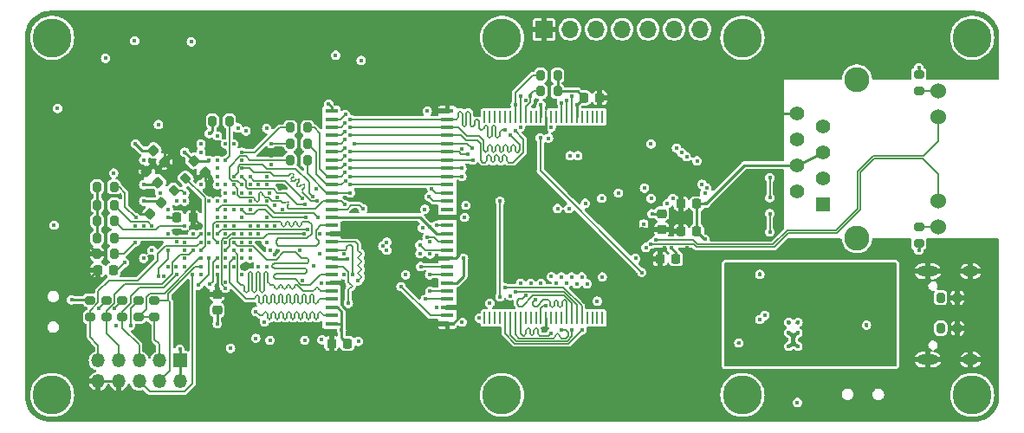
<source format=gbr>
%TF.GenerationSoftware,KiCad,Pcbnew,7.0.7*%
%TF.CreationDate,2024-03-25T22:36:02+08:00*%
%TF.ProjectId,eins2440,65696e73-3234-4343-902e-6b696361645f,rev?*%
%TF.SameCoordinates,Original*%
%TF.FileFunction,Copper,L6,Bot*%
%TF.FilePolarity,Positive*%
%FSLAX46Y46*%
G04 Gerber Fmt 4.6, Leading zero omitted, Abs format (unit mm)*
G04 Created by KiCad (PCBNEW 7.0.7) date 2024-03-25 22:36:02*
%MOMM*%
%LPD*%
G01*
G04 APERTURE LIST*
G04 Aperture macros list*
%AMRoundRect*
0 Rectangle with rounded corners*
0 $1 Rounding radius*
0 $2 $3 $4 $5 $6 $7 $8 $9 X,Y pos of 4 corners*
0 Add a 4 corners polygon primitive as box body*
4,1,4,$2,$3,$4,$5,$6,$7,$8,$9,$2,$3,0*
0 Add four circle primitives for the rounded corners*
1,1,$1+$1,$2,$3*
1,1,$1+$1,$4,$5*
1,1,$1+$1,$6,$7*
1,1,$1+$1,$8,$9*
0 Add four rect primitives between the rounded corners*
20,1,$1+$1,$2,$3,$4,$5,0*
20,1,$1+$1,$4,$5,$6,$7,0*
20,1,$1+$1,$6,$7,$8,$9,0*
20,1,$1+$1,$8,$9,$2,$3,0*%
G04 Aperture macros list end*
%TA.AperFunction,ComponentPad*%
%ADD10R,1.398000X1.398000*%
%TD*%
%TA.AperFunction,ComponentPad*%
%ADD11C,1.398000*%
%TD*%
%TA.AperFunction,ComponentPad*%
%ADD12C,1.530000*%
%TD*%
%TA.AperFunction,ComponentPad*%
%ADD13C,2.445000*%
%TD*%
%TA.AperFunction,ComponentPad*%
%ADD14C,3.800000*%
%TD*%
%TA.AperFunction,ComponentPad*%
%ADD15R,1.350000X1.350000*%
%TD*%
%TA.AperFunction,ComponentPad*%
%ADD16O,1.350000X1.350000*%
%TD*%
%TA.AperFunction,ComponentPad*%
%ADD17O,2.100000X1.000000*%
%TD*%
%TA.AperFunction,ComponentPad*%
%ADD18O,1.600000X1.000000*%
%TD*%
%TA.AperFunction,ComponentPad*%
%ADD19R,1.700000X1.700000*%
%TD*%
%TA.AperFunction,ComponentPad*%
%ADD20O,1.700000X1.700000*%
%TD*%
%TA.AperFunction,SMDPad,CuDef*%
%ADD21RoundRect,0.200000X0.200000X0.275000X-0.200000X0.275000X-0.200000X-0.275000X0.200000X-0.275000X0*%
%TD*%
%TA.AperFunction,SMDPad,CuDef*%
%ADD22RoundRect,0.225000X0.225000X0.250000X-0.225000X0.250000X-0.225000X-0.250000X0.225000X-0.250000X0*%
%TD*%
%TA.AperFunction,SMDPad,CuDef*%
%ADD23RoundRect,0.200000X0.275000X-0.200000X0.275000X0.200000X-0.275000X0.200000X-0.275000X-0.200000X0*%
%TD*%
%TA.AperFunction,SMDPad,CuDef*%
%ADD24RoundRect,0.225000X-0.335876X-0.017678X-0.017678X-0.335876X0.335876X0.017678X0.017678X0.335876X0*%
%TD*%
%TA.AperFunction,SMDPad,CuDef*%
%ADD25RoundRect,0.225000X-0.225000X-0.250000X0.225000X-0.250000X0.225000X0.250000X-0.225000X0.250000X0*%
%TD*%
%TA.AperFunction,SMDPad,CuDef*%
%ADD26RoundRect,0.225000X-0.250000X0.225000X-0.250000X-0.225000X0.250000X-0.225000X0.250000X0.225000X0*%
%TD*%
%TA.AperFunction,SMDPad,CuDef*%
%ADD27RoundRect,0.225000X0.335876X0.017678X0.017678X0.335876X-0.335876X-0.017678X-0.017678X-0.335876X0*%
%TD*%
%TA.AperFunction,SMDPad,CuDef*%
%ADD28R,1.309599X0.456400*%
%TD*%
%TA.AperFunction,SMDPad,CuDef*%
%ADD29RoundRect,0.200000X-0.275000X0.200000X-0.275000X-0.200000X0.275000X-0.200000X0.275000X0.200000X0*%
%TD*%
%TA.AperFunction,SMDPad,CuDef*%
%ADD30RoundRect,0.200000X0.053033X-0.335876X0.335876X-0.053033X-0.053033X0.335876X-0.335876X0.053033X0*%
%TD*%
%TA.AperFunction,SMDPad,CuDef*%
%ADD31RoundRect,0.200000X-0.200000X-0.275000X0.200000X-0.275000X0.200000X0.275000X-0.200000X0.275000X0*%
%TD*%
%TA.AperFunction,SMDPad,CuDef*%
%ADD32R,0.279400X1.200899*%
%TD*%
%TA.AperFunction,SMDPad,CuDef*%
%ADD33RoundRect,0.225000X0.250000X-0.225000X0.250000X0.225000X-0.250000X0.225000X-0.250000X-0.225000X0*%
%TD*%
%TA.AperFunction,SMDPad,CuDef*%
%ADD34RoundRect,0.225000X-0.017678X0.335876X-0.335876X0.017678X0.017678X-0.335876X0.335876X-0.017678X0*%
%TD*%
%TA.AperFunction,ViaPad*%
%ADD35C,0.406400*%
%TD*%
%TA.AperFunction,Conductor*%
%ADD36C,0.254000*%
%TD*%
%TA.AperFunction,Conductor*%
%ADD37C,0.127000*%
%TD*%
%TA.AperFunction,Conductor*%
%ADD38C,0.203200*%
%TD*%
G04 APERTURE END LIST*
D10*
%TO.P,J3,1*%
%TO.N,/ethernet/TD+*%
X179740000Y-96609000D03*
D11*
%TO.P,J3,2*%
%TO.N,/ethernet/TD-*%
X177200000Y-95339000D03*
%TO.P,J3,3*%
%TO.N,/ethernet/RD+*%
X179740000Y-94069000D03*
%TO.P,J3,4*%
%TO.N,/ethernet/AVDD_2.5V*%
X177200000Y-92799000D03*
%TO.P,J3,5*%
X179740000Y-91529000D03*
%TO.P,J3,6*%
%TO.N,/ethernet/RD-*%
X177200000Y-90259000D03*
%TO.P,J3,7,NC*%
%TO.N,unconnected-(J3-NC-Pad7)*%
X179740000Y-88989000D03*
%TO.P,J3,8*%
%TO.N,GND*%
X177200000Y-87719000D03*
D12*
%TO.P,J3,9*%
%TO.N,Net-(J3-Pad9)*%
X190990000Y-98784000D03*
%TO.P,J3,10*%
%TO.N,/ethernet/G_LED*%
X190990000Y-96244000D03*
%TO.P,J3,11*%
%TO.N,/ethernet/Y_LED*%
X190990000Y-88074000D03*
%TO.P,J3,12*%
%TO.N,Net-(J3-Pad12)*%
X190990000Y-85534000D03*
D13*
%TO.P,J3,15,SHIELD*%
%TO.N,unconnected-(J3-SHIELD-Pad15)*%
X183040000Y-99904000D03*
%TO.P,J3,16,SHIELD*%
%TO.N,unconnected-(J3-SHIELD-Pad16)*%
X183040000Y-84414000D03*
%TD*%
D14*
%TO.P,H7,1*%
%TO.N,N/C*%
X148340000Y-115240000D03*
%TD*%
%TO.P,H6,1*%
%TO.N,N/C*%
X171850000Y-80320000D03*
%TD*%
%TO.P,H1,1*%
%TO.N,N/C*%
X104380000Y-80320000D03*
%TD*%
%TO.P,H4,1*%
%TO.N,N/C*%
X194300000Y-80320000D03*
%TD*%
D15*
%TO.P,J1,1,Pin_1*%
%TO.N,+3.3V*%
X116890000Y-111890000D03*
D16*
%TO.P,J1,2,Pin_2*%
X116890000Y-113890000D03*
%TO.P,J1,3,Pin_3*%
%TO.N,nTRST*%
X114890000Y-111890000D03*
%TO.P,J1,4,Pin_4*%
%TO.N,nRESET*%
X114890000Y-113890000D03*
%TO.P,J1,5,Pin_5*%
%TO.N,TDI*%
X112890000Y-111890000D03*
%TO.P,J1,6,Pin_6*%
%TO.N,TDO*%
X112890000Y-113890000D03*
%TO.P,J1,7,Pin_7*%
%TO.N,TMS*%
X110890000Y-111890000D03*
%TO.P,J1,8,Pin_8*%
%TO.N,GND*%
X110890000Y-113890000D03*
%TO.P,J1,9,Pin_9*%
%TO.N,TCK*%
X108890000Y-111890000D03*
%TO.P,J1,10,Pin_10*%
%TO.N,GND*%
X108890000Y-113890000D03*
%TD*%
D14*
%TO.P,H5,1*%
%TO.N,N/C*%
X148340000Y-80320000D03*
%TD*%
D17*
%TO.P,J5,S1,SHIELD*%
%TO.N,GND*%
X189965000Y-111800000D03*
D18*
X194145000Y-111800000D03*
D17*
X189965000Y-103160000D03*
D18*
X194145000Y-103160000D03*
%TD*%
D14*
%TO.P,H3,1*%
%TO.N,N/C*%
X194300000Y-115240000D03*
%TD*%
%TO.P,H8,1*%
%TO.N,N/C*%
X171850000Y-115240000D03*
%TD*%
D19*
%TO.P,J2,1,Pin_1*%
%TO.N,GND*%
X152480000Y-79500000D03*
D20*
%TO.P,J2,2,Pin_2*%
%TO.N,+3.3V*%
X155020000Y-79500000D03*
%TO.P,J2,3,Pin_3*%
%TO.N,LCD_SCL*%
X157560000Y-79500000D03*
%TO.P,J2,4,Pin_4*%
%TO.N,LCD_SDA*%
X160100000Y-79500000D03*
%TO.P,J2,5,Pin_5*%
%TO.N,LCD_RES*%
X162640000Y-79500000D03*
%TO.P,J2,6,Pin_6*%
%TO.N,LCD_DC*%
X165180000Y-79500000D03*
%TO.P,J2,7,Pin_7*%
%TO.N,+3.3V*%
X167720000Y-79500000D03*
%TD*%
D14*
%TO.P,H2,1*%
%TO.N,N/C*%
X104380000Y-115240000D03*
%TD*%
D21*
%TO.P,R44,1*%
%TO.N,Net-(U1B-EINT23{slash}GPG15)*%
X110436850Y-101456299D03*
%TO.P,R44,2*%
%TO.N,GND*%
X108786850Y-101456299D03*
%TD*%
D22*
%TO.P,C43,1*%
%TO.N,/ethernet/AVDD_2.5V*%
X167395000Y-99270000D03*
%TO.P,C43,2*%
%TO.N,GND*%
X165845000Y-99270000D03*
%TD*%
D23*
%TO.P,R21,1*%
%TO.N,nTRST*%
X114401850Y-107631299D03*
%TO.P,R21,2*%
%TO.N,nRESET*%
X114401850Y-105981299D03*
%TD*%
D24*
%TO.P,C17,1*%
%TO.N,VDD_1.3V*%
X118223842Y-92368291D03*
%TO.P,C17,2*%
%TO.N,GND*%
X119319858Y-93464307D03*
%TD*%
D23*
%TO.P,R13,1*%
%TO.N,TCK*%
X108111850Y-107621299D03*
%TO.P,R13,2*%
%TO.N,+3.3V*%
X108111850Y-105971299D03*
%TD*%
D25*
%TO.P,C35,1*%
%TO.N,+3.3V*%
X156355000Y-86190000D03*
%TO.P,C35,2*%
%TO.N,GND*%
X157905000Y-86190000D03*
%TD*%
D21*
%TO.P,R42,1*%
%TO.N,Net-(U1B-EINT21{slash}GPG13)*%
X110436850Y-94906299D03*
%TO.P,R42,2*%
%TO.N,+3.3V*%
X108786850Y-94906299D03*
%TD*%
D23*
%TO.P,R20,1*%
%TO.N,nTRST*%
X112821850Y-107631299D03*
%TO.P,R20,2*%
%TO.N,+3.3V*%
X112821850Y-105981299D03*
%TD*%
D21*
%TO.P,R7,1*%
%TO.N,+3.3V*%
X153785000Y-85560000D03*
%TO.P,R7,2*%
%TO.N,nFCE*%
X152135000Y-85560000D03*
%TD*%
%TO.P,R3,1*%
%TO.N,nSRAS*%
X129326850Y-90646299D03*
%TO.P,R3,2*%
%TO.N,Net-(U1B-nSRAS)*%
X127676850Y-90646299D03*
%TD*%
D26*
%TO.P,C41,1*%
%TO.N,+3.3V*%
X163940000Y-97525000D03*
%TO.P,C41,2*%
%TO.N,GND*%
X163940000Y-99075000D03*
%TD*%
D27*
%TO.P,C23,1*%
%TO.N,VDD_1.3V*%
X114719858Y-94454307D03*
%TO.P,C23,2*%
%TO.N,GND*%
X113623842Y-93358291D03*
%TD*%
D22*
%TO.P,C42,1*%
%TO.N,/ethernet/AVDD_2.5V*%
X167385000Y-96540000D03*
%TO.P,C42,2*%
%TO.N,GND*%
X165835000Y-96540000D03*
%TD*%
D23*
%TO.P,R19,1*%
%TO.N,TDI*%
X111251850Y-107626299D03*
%TO.P,R19,2*%
%TO.N,+3.3V*%
X111251850Y-105976299D03*
%TD*%
D28*
%TO.P,U3,1,VDD*%
%TO.N,+3.3V*%
X131682650Y-108282599D03*
%TO.P,U3,2,DQ0*%
%TO.N,DATA16*%
X131682650Y-107482499D03*
%TO.P,U3,3,VDDQ*%
%TO.N,+3.3V*%
X131682650Y-106682399D03*
%TO.P,U3,4,DQ1*%
%TO.N,DATA17*%
X131682650Y-105882299D03*
%TO.P,U3,5,DQ2*%
%TO.N,DATA18*%
X131682650Y-105082199D03*
%TO.P,U3,6,VSSQ*%
%TO.N,GND*%
X131682650Y-104282099D03*
%TO.P,U3,7,DQ3*%
%TO.N,DATA19*%
X131682650Y-103481999D03*
%TO.P,U3,8,DQ4*%
%TO.N,DATA20*%
X131682650Y-102681899D03*
%TO.P,U3,9,VDDQ*%
%TO.N,+3.3V*%
X131682650Y-101881799D03*
%TO.P,U3,10,DQ5*%
%TO.N,DATA21*%
X131682650Y-101081699D03*
%TO.P,U3,11,DQ6*%
%TO.N,DATA22*%
X131682650Y-100281599D03*
%TO.P,U3,12,VSSQ*%
%TO.N,GND*%
X131682650Y-99481499D03*
%TO.P,U3,13,DQ7*%
%TO.N,DATA23*%
X131682650Y-98681399D03*
%TO.P,U3,14,VDD*%
%TO.N,+3.3V*%
X131682650Y-97881299D03*
%TO.P,U3,15,LDQM*%
%TO.N,nBE2*%
X131682650Y-97081199D03*
%TO.P,U3,16,\u002AWE*%
%TO.N,nWE*%
X131682650Y-96281099D03*
%TO.P,U3,17,\u002ACAS*%
%TO.N,nSCAS*%
X131682650Y-95480999D03*
%TO.P,U3,18,\u002ARAS*%
%TO.N,nSRAS*%
X131682650Y-94680899D03*
%TO.P,U3,19,\u002ACS*%
%TO.N,nGCS6*%
X131682650Y-93880799D03*
%TO.P,U3,20,BA0*%
%TO.N,ADDR24*%
X131682650Y-93080699D03*
%TO.P,U3,21,BA1*%
%TO.N,ADDR25*%
X131682650Y-92280599D03*
%TO.P,U3,22,A10/AP*%
%TO.N,ADDR12*%
X131682650Y-91480499D03*
%TO.P,U3,23,A0*%
%TO.N,ADDR2*%
X131682650Y-90680399D03*
%TO.P,U3,24,A1*%
%TO.N,ADDR3*%
X131682650Y-89880299D03*
%TO.P,U3,25,A2*%
%TO.N,ADDR4*%
X131682650Y-89080199D03*
%TO.P,U3,26,A3*%
%TO.N,ADDR5*%
X131682650Y-88280099D03*
%TO.P,U3,27,VDD*%
%TO.N,+3.3V*%
X131682650Y-87479999D03*
%TO.P,U3,28,VSS*%
%TO.N,GND*%
X143011050Y-87479999D03*
%TO.P,U3,29,A4*%
%TO.N,ADDR6*%
X143011050Y-88280099D03*
%TO.P,U3,30,A5*%
%TO.N,ADDR7*%
X143011050Y-89080199D03*
%TO.P,U3,31,A6*%
%TO.N,ADDR8*%
X143011050Y-89880299D03*
%TO.P,U3,32,A7*%
%TO.N,ADDR9*%
X143011050Y-90680399D03*
%TO.P,U3,33,A8*%
%TO.N,ADDR10*%
X143011050Y-91480499D03*
%TO.P,U3,34,A9*%
%TO.N,ADDR11*%
X143011050Y-92280599D03*
%TO.P,U3,35,A11*%
%TO.N,ADDR13*%
X143011050Y-93080699D03*
%TO.P,U3,36,A12*%
%TO.N,ADDR14*%
X143011050Y-93880799D03*
%TO.P,U3,37,CKE*%
%TO.N,SCKE*%
X143011050Y-94680899D03*
%TO.P,U3,38,CLK*%
%TO.N,SCLK1*%
X143011050Y-95480999D03*
%TO.P,U3,39,UDQM*%
%TO.N,nBE3*%
X143011050Y-96281099D03*
%TO.P,U3,40,NC*%
%TO.N,unconnected-(U3B-NC-Pad40)*%
X143011050Y-97081199D03*
%TO.P,U3,41,VSS*%
%TO.N,GND*%
X143011050Y-97881299D03*
%TO.P,U3,42,DQ8*%
%TO.N,DATA24*%
X143011050Y-98681399D03*
%TO.P,U3,43,VDDQ*%
%TO.N,+3.3V*%
X143011050Y-99481499D03*
%TO.P,U3,44,DQ9*%
%TO.N,DATA25*%
X143011050Y-100281599D03*
%TO.P,U3,45,DQ10*%
%TO.N,DATA26*%
X143011050Y-101081699D03*
%TO.P,U3,46,VSSQ*%
%TO.N,GND*%
X143011050Y-101881799D03*
%TO.P,U3,47,DQ11*%
%TO.N,DATA27*%
X143011050Y-102681899D03*
%TO.P,U3,48,DQ12*%
%TO.N,DATA28*%
X143011050Y-103481999D03*
%TO.P,U3,49,VDDQ*%
%TO.N,+3.3V*%
X143011050Y-104282099D03*
%TO.P,U3,50,DQ13*%
%TO.N,DATA29*%
X143011050Y-105082199D03*
%TO.P,U3,51,DQ14*%
%TO.N,DATA30*%
X143011050Y-105882299D03*
%TO.P,U3,52,VSSQ*%
%TO.N,GND*%
X143011050Y-106682399D03*
%TO.P,U3,53,DQ15*%
%TO.N,DATA31*%
X143011050Y-107482499D03*
%TO.P,U3,54,VSS*%
%TO.N,GND*%
X143011050Y-108282599D03*
%TD*%
D29*
%TO.P,R37,1*%
%TO.N,Net-(J3-Pad9)*%
X189080000Y-98795000D03*
%TO.P,R37,2*%
%TO.N,+3.3V*%
X189080000Y-100445000D03*
%TD*%
D30*
%TO.P,R5,1*%
%TO.N,+3.3V*%
X116268487Y-95239662D03*
%TO.P,R5,2*%
%TO.N,Net-(U1B-nBATT_FLT)*%
X117435213Y-94072936D03*
%TD*%
D31*
%TO.P,R45,1*%
%TO.N,Net-(J5-CC2)*%
X191210000Y-105720000D03*
%TO.P,R45,2*%
%TO.N,GND*%
X192860000Y-105720000D03*
%TD*%
D32*
%TO.P,U4,1,NC*%
%TO.N,unconnected-(U4B-NC-Pad1)*%
X146657480Y-88040251D03*
%TO.P,U4,2,NC*%
%TO.N,unconnected-(U4B-NC-Pad2)*%
X147157860Y-88040251D03*
%TO.P,U4,3,NC*%
%TO.N,unconnected-(U4B-NC-Pad3)*%
X147658240Y-88040251D03*
%TO.P,U4,4,NC*%
%TO.N,unconnected-(U4B-NC-Pad4)*%
X148158620Y-88040251D03*
%TO.P,U4,5,NC*%
%TO.N,unconnected-(U4B-NC-Pad5)*%
X148659000Y-88040251D03*
%TO.P,U4,6,NC*%
%TO.N,unconnected-(U4B-NC-Pad6)*%
X149159380Y-88040251D03*
%TO.P,U4,7,R/\u002AB*%
%TO.N,FRnB*%
X149659760Y-88040251D03*
%TO.P,U4,8,\u002ARE*%
%TO.N,nFRE*%
X150160140Y-88040251D03*
%TO.P,U4,9,\u002ACE*%
%TO.N,nFCE*%
X150660520Y-88040251D03*
%TO.P,U4,10,NC*%
%TO.N,unconnected-(U4B-NC-Pad10)*%
X151160900Y-88040251D03*
%TO.P,U4,11,NC*%
%TO.N,unconnected-(U4B-NC-Pad11)*%
X151661280Y-88040251D03*
%TO.P,U4,12,VCC*%
%TO.N,+3.3V*%
X152161660Y-88040251D03*
%TO.P,U4,13,VSS*%
%TO.N,GND*%
X152662040Y-88040251D03*
%TO.P,U4,14,NC*%
%TO.N,unconnected-(U4B-NC-Pad14)*%
X153162420Y-88040251D03*
%TO.P,U4,15,NC*%
%TO.N,unconnected-(U4B-NC-Pad15)*%
X153662800Y-88040251D03*
%TO.P,U4,16,CLE*%
%TO.N,CLE*%
X154163180Y-88040251D03*
%TO.P,U4,17,ALE*%
%TO.N,ALE*%
X154663560Y-88040251D03*
%TO.P,U4,18,\u002AWE*%
%TO.N,nFWE*%
X155163940Y-88040251D03*
%TO.P,U4,19,\u002AWP*%
%TO.N,+3.3V*%
X155664320Y-88040251D03*
%TO.P,U4,20,NC*%
%TO.N,unconnected-(U4B-NC-Pad20)*%
X156164700Y-88040251D03*
%TO.P,U4,21,NC*%
%TO.N,unconnected-(U4B-NC-Pad21)*%
X156665080Y-88040251D03*
%TO.P,U4,22,NC*%
%TO.N,unconnected-(U4B-NC-Pad22)*%
X157165460Y-88040251D03*
%TO.P,U4,23,NC*%
%TO.N,unconnected-(U4B-NC-Pad23)*%
X157665840Y-88040251D03*
%TO.P,U4,24,NC*%
%TO.N,unconnected-(U4B-NC-Pad24)*%
X158166220Y-88040251D03*
%TO.P,U4,25,NC*%
%TO.N,unconnected-(U4B-NC-Pad25)*%
X158166220Y-107732347D03*
%TO.P,U4,26,NC*%
%TO.N,unconnected-(U4B-NC-Pad26)*%
X157665840Y-107732347D03*
%TO.P,U4,27,NC*%
%TO.N,unconnected-(U4B-NC-Pad27)*%
X157165460Y-107732347D03*
%TO.P,U4,28,NC*%
%TO.N,unconnected-(U4B-NC-Pad28)*%
X156665080Y-107732347D03*
%TO.P,U4,29,I/O0*%
%TO.N,DATA0*%
X156164700Y-107732347D03*
%TO.P,U4,30,I/O1*%
%TO.N,DATA1*%
X155664320Y-107732347D03*
%TO.P,U4,31,I/O2*%
%TO.N,DATA2*%
X155163940Y-107732347D03*
%TO.P,U4,32,I/O3*%
%TO.N,DATA3*%
X154663560Y-107732347D03*
%TO.P,U4,33,NC*%
%TO.N,unconnected-(U4B-NC-Pad33)*%
X154163180Y-107732347D03*
%TO.P,U4,34,NC*%
%TO.N,unconnected-(U4B-NC-Pad34)*%
X153662800Y-107732347D03*
%TO.P,U4,35,NC*%
%TO.N,unconnected-(U4B-NC-Pad35)*%
X153162420Y-107732347D03*
%TO.P,U4,36,VSS*%
%TO.N,GND*%
X152662040Y-107732347D03*
%TO.P,U4,37,VCC*%
%TO.N,+3.3V*%
X152161660Y-107732347D03*
%TO.P,U4,38,NC*%
%TO.N,unconnected-(U4B-NC-Pad38)*%
X151661280Y-107732347D03*
%TO.P,U4,39,NC*%
%TO.N,unconnected-(U4B-NC-Pad39)*%
X151160900Y-107732347D03*
%TO.P,U4,40,NC*%
%TO.N,unconnected-(U4B-NC-Pad40)*%
X150660520Y-107732347D03*
%TO.P,U4,41,I/O4*%
%TO.N,DATA4*%
X150160140Y-107732347D03*
%TO.P,U4,42,I/O5*%
%TO.N,DATA5*%
X149659760Y-107732347D03*
%TO.P,U4,43,I/O6*%
%TO.N,DATA6*%
X149159380Y-107732347D03*
%TO.P,U4,44,I/O7*%
%TO.N,DATA7*%
X148659000Y-107732347D03*
%TO.P,U4,45,NC*%
%TO.N,unconnected-(U4B-NC-Pad45)*%
X148158620Y-107732347D03*
%TO.P,U4,46,NC*%
%TO.N,unconnected-(U4B-NC-Pad46)*%
X147658240Y-107732347D03*
%TO.P,U4,47,NC*%
%TO.N,unconnected-(U4B-NC-Pad47)*%
X147157860Y-107732347D03*
%TO.P,U4,48,NC*%
%TO.N,unconnected-(U4B-NC-Pad48)*%
X146657480Y-107732347D03*
%TD*%
D22*
%TO.P,C24,1*%
%TO.N,+3.3V*%
X110386850Y-103031299D03*
%TO.P,C24,2*%
%TO.N,GND*%
X108836850Y-103031299D03*
%TD*%
D31*
%TO.P,R40,1*%
%TO.N,+3.3V*%
X108796850Y-96681299D03*
%TO.P,R40,2*%
%TO.N,Net-(U1D-NCON)*%
X110446850Y-96681299D03*
%TD*%
D23*
%TO.P,R14,1*%
%TO.N,TMS*%
X109681850Y-107621299D03*
%TO.P,R14,2*%
%TO.N,+3.3V*%
X109681850Y-105971299D03*
%TD*%
D33*
%TO.P,C14,1*%
%TO.N,+3.3V*%
X120530000Y-106945000D03*
%TO.P,C14,2*%
%TO.N,GND*%
X120530000Y-105395000D03*
%TD*%
D21*
%TO.P,R43,1*%
%TO.N,Net-(U1B-EINT22{slash}GPG14)*%
X110436850Y-98231299D03*
%TO.P,R43,2*%
%TO.N,+3.3V*%
X108786850Y-98231299D03*
%TD*%
D22*
%TO.P,C39,1*%
%TO.N,+3.3V*%
X165345000Y-101930000D03*
%TO.P,C39,2*%
%TO.N,GND*%
X163795000Y-101930000D03*
%TD*%
D34*
%TO.P,C13,1*%
%TO.N,VDD_1.3V*%
X115059858Y-96438291D03*
%TO.P,C13,2*%
%TO.N,GND*%
X113963842Y-97534307D03*
%TD*%
D31*
%TO.P,R41,1*%
%TO.N,+3.3V*%
X108786850Y-99906299D03*
%TO.P,R41,2*%
%TO.N,Net-(U1C-PWREN)*%
X110436850Y-99906299D03*
%TD*%
D24*
%TO.P,C15,1*%
%TO.N,VDD_1.3V*%
X114263842Y-91328291D03*
%TO.P,C15,2*%
%TO.N,GND*%
X115359858Y-92424307D03*
%TD*%
D31*
%TO.P,R1,1*%
%TO.N,FRnB*%
X152125000Y-84000000D03*
%TO.P,R1,2*%
%TO.N,+3.3V*%
X153775000Y-84000000D03*
%TD*%
D25*
%TO.P,C20,1*%
%TO.N,VDD_1.3V*%
X116585000Y-97920000D03*
%TO.P,C20,2*%
%TO.N,GND*%
X118135000Y-97920000D03*
%TD*%
D23*
%TO.P,R38,1*%
%TO.N,Net-(J3-Pad12)*%
X189080000Y-85535000D03*
%TO.P,R38,2*%
%TO.N,+3.3V*%
X189080000Y-83885000D03*
%TD*%
D21*
%TO.P,R12,1*%
%TO.N,GND*%
X192870000Y-108720000D03*
%TO.P,R12,2*%
%TO.N,Net-(J5-CC1)*%
X191220000Y-108720000D03*
%TD*%
D22*
%TO.P,C34,1*%
%TO.N,+3.3V*%
X133236850Y-110206299D03*
%TO.P,C34,2*%
%TO.N,GND*%
X131686850Y-110206299D03*
%TD*%
D21*
%TO.P,R11,1*%
%TO.N,nGCS6*%
X129326850Y-89116299D03*
%TO.P,R11,2*%
%TO.N,Net-(U1G-nGCS6)*%
X127676850Y-89116299D03*
%TD*%
%TO.P,R2,1*%
%TO.N,nSCAS*%
X129306850Y-92276299D03*
%TO.P,R2,2*%
%TO.N,Net-(U1B-nSCAS)*%
X127656850Y-92276299D03*
%TD*%
D31*
%TO.P,R4,1*%
%TO.N,+3.3V*%
X120055000Y-88450000D03*
%TO.P,R4,2*%
%TO.N,Net-(U1B-nWAIT)*%
X121705000Y-88450000D03*
%TD*%
D35*
%TO.N,LCD_DC*%
X115740000Y-97090000D03*
%TO.N,+3.3V*%
X120530000Y-108290000D03*
X179130000Y-103520000D03*
X123331850Y-89446299D03*
X118131850Y-99496300D03*
X177220000Y-115970000D03*
X113331851Y-92296300D03*
X125680000Y-109900000D03*
X104580000Y-98650000D03*
X144450000Y-108119999D03*
X176230000Y-104110000D03*
X179590000Y-110500000D03*
X189080000Y-101100000D03*
X125721850Y-101066299D03*
X113331850Y-98696299D03*
X112051850Y-108456299D03*
X144686850Y-97882599D03*
X130661850Y-104276299D03*
X114131850Y-101096299D03*
X162901850Y-90713099D03*
X177700000Y-102910000D03*
X119740000Y-89690000D03*
X179570000Y-109170000D03*
X176240000Y-102900000D03*
X163003200Y-97523799D03*
X111461850Y-102296299D03*
X189080000Y-83230000D03*
X119731850Y-99496300D03*
X176230000Y-105980000D03*
X117330000Y-95500000D03*
X124531849Y-102696299D03*
X177700000Y-104080000D03*
X114780000Y-88800000D03*
X181970000Y-102890000D03*
X174550000Y-107850000D03*
X141947950Y-106682399D03*
X141288534Y-98847420D03*
X131420000Y-86810000D03*
X180610000Y-104090000D03*
X124531849Y-94696300D03*
X110475238Y-106799687D03*
X173045000Y-111935000D03*
X106280000Y-105950000D03*
X108921850Y-106786299D03*
X129080000Y-109900000D03*
X121325050Y-104195744D03*
X117990000Y-80720000D03*
X178690000Y-106010000D03*
X109600000Y-82320000D03*
X157651850Y-106056299D03*
X121820000Y-110690000D03*
X181960000Y-104120000D03*
X130571850Y-99502599D03*
X179130000Y-109820000D03*
X178690000Y-108160000D03*
X104920000Y-87250000D03*
X132090000Y-82040000D03*
X178700000Y-110490000D03*
X181970000Y-106020000D03*
X118931850Y-90696301D03*
X126111850Y-96696299D03*
X178690000Y-109170000D03*
X132661850Y-108907399D03*
X116890000Y-110790000D03*
X112450000Y-80610000D03*
X180610000Y-102910000D03*
X144591850Y-101881799D03*
X124531849Y-99496300D03*
X133271850Y-101936299D03*
X152661850Y-106506299D03*
X110396850Y-93546299D03*
X179580000Y-106020000D03*
X155664320Y-86846299D03*
X152151660Y-86906299D03*
X108800000Y-96680000D03*
X141041850Y-87486299D03*
X164911850Y-100883199D03*
X179570000Y-108160000D03*
%TO.N,GND*%
X144191850Y-106686299D03*
X188870000Y-116570000D03*
X108846850Y-93546299D03*
X125331849Y-98696300D03*
X151651661Y-86686110D03*
X109610000Y-83880000D03*
X141761850Y-104276299D03*
X168530000Y-101950000D03*
X176370000Y-108160000D03*
X172975000Y-101840000D03*
X173550000Y-103440000D03*
X126111850Y-101496299D03*
X119731850Y-94696299D03*
X132062516Y-86818221D03*
X112531851Y-103496299D03*
X122931850Y-102696299D03*
X176820000Y-109800000D03*
X162000000Y-99023799D03*
X137220000Y-114555000D03*
X165835000Y-97890000D03*
X113331851Y-100296300D03*
X120531850Y-103496299D03*
X125781850Y-92696299D03*
X177280000Y-108160000D03*
X110890000Y-115150000D03*
X125331849Y-93896300D03*
X151390000Y-94570000D03*
X120180000Y-80700000D03*
X107941850Y-100231299D03*
X130750000Y-114565000D03*
X183970000Y-108420000D03*
X116531850Y-99496300D03*
X132861850Y-101474899D03*
X188540000Y-104430000D03*
X113331851Y-90696301D03*
X176370000Y-110480000D03*
X188460000Y-103160000D03*
X172990000Y-91510000D03*
X160830000Y-89720000D03*
X125000000Y-84610000D03*
X112630000Y-108450000D03*
X167490000Y-89720000D03*
X161830000Y-104380000D03*
X150140000Y-95820000D03*
X170700000Y-97997099D03*
X112531851Y-97096300D03*
X169260000Y-105910000D03*
X121331850Y-91496301D03*
X144171850Y-99476299D03*
X156620000Y-111160000D03*
X124280000Y-114565000D03*
X133311850Y-107069499D03*
X125781850Y-91906299D03*
X152661850Y-108906899D03*
X147650653Y-106726299D03*
X175611000Y-87719000D03*
X118932350Y-98690000D03*
X166410000Y-100883699D03*
X123955000Y-89575000D03*
X166909349Y-91749349D03*
X176370000Y-109180000D03*
X164221850Y-100883199D03*
X112531851Y-95496300D03*
X141821850Y-87486299D03*
X119730000Y-90700000D03*
X114430000Y-86550000D03*
X112450000Y-85450000D03*
X114131851Y-101896299D03*
X115731850Y-90696301D03*
X161351850Y-90713099D03*
X134021850Y-97092599D03*
X177270000Y-110480000D03*
X188470000Y-110830000D03*
X131691850Y-109176299D03*
X171490000Y-110160000D03*
X177270000Y-109180000D03*
X158710000Y-86190000D03*
X117591850Y-104596299D03*
X172780000Y-89720000D03*
X157151850Y-106516299D03*
X152662040Y-89580014D03*
X124531849Y-100296300D03*
X107941850Y-104271299D03*
X126611850Y-95096299D03*
X132730140Y-99499999D03*
X107940000Y-102190000D03*
X112531851Y-92296300D03*
X143680000Y-114535000D03*
X119791850Y-108296299D03*
%TO.N,nRESET*%
X162020000Y-103260000D03*
X152100000Y-90130000D03*
X118931850Y-102696299D03*
X134590000Y-82536300D03*
%TO.N,Net-(U1D-NCON)*%
X114131850Y-98696299D03*
%TO.N,RXD0*%
X117331850Y-101096299D03*
X173550000Y-107880000D03*
%TO.N,TXD0*%
X174050000Y-107480000D03*
X117331850Y-100296300D03*
%TO.N,Net-(U1B-MPLLCAP)*%
X115731850Y-101096299D03*
X114761850Y-103646299D03*
%TO.N,/soc/XTIpll*%
X119790000Y-104443499D03*
X120531850Y-101896299D03*
%TO.N,/soc/XTOpll*%
X118691850Y-104506299D03*
X119731850Y-101896299D03*
%TO.N,nTRST*%
X118931850Y-101896299D03*
%TO.N,TDI*%
X116552325Y-103496774D03*
%TO.N,TCK*%
X118931850Y-100296300D03*
%TO.N,TMS*%
X118141850Y-101096299D03*
%TO.N,TDO*%
X118125675Y-103486299D03*
%TO.N,nSRAS*%
X133031850Y-94287199D03*
%TO.N,nSCAS*%
X133521850Y-95472599D03*
%TO.N,nGCS6*%
X133026850Y-93486299D03*
%TO.N,SCKE*%
X133521850Y-94680899D03*
%TO.N,SCLK1*%
X130211850Y-95075099D03*
X141481850Y-95076299D03*
%TO.N,VDD_1.3V*%
X113331851Y-94696300D03*
X113331851Y-96296300D03*
X124531849Y-98696300D03*
X125331850Y-97889999D03*
X121331850Y-90696301D03*
X112531851Y-98696300D03*
X125331849Y-102696299D03*
X115731850Y-102696299D03*
X118931850Y-103496299D03*
X115731850Y-97906299D03*
X121331850Y-102696299D03*
X125331849Y-94696300D03*
X118931850Y-91496301D03*
X115731850Y-99496299D03*
X119731850Y-92286299D03*
X125355000Y-89190000D03*
X112531851Y-90696301D03*
X117331850Y-91496301D03*
%TO.N,FRnB*%
X149661850Y-86876299D03*
X120531850Y-93896299D03*
%TO.N,LCD_SCL*%
X116530000Y-96290000D03*
%TO.N,Net-(U1B-nSCAS)*%
X122931850Y-94696300D03*
%TO.N,Net-(U1B-nSRAS)*%
X123731850Y-94696300D03*
X125759618Y-90646299D03*
%TO.N,Net-(U1B-nWAIT)*%
X121336850Y-92296299D03*
%TO.N,Net-(U1B-nBATT_FLT)*%
X118931850Y-101096299D03*
%TO.N,Net-(U1G-nGCS6)*%
X122931850Y-91496301D03*
%TO.N,Net-(U1B-OM0)*%
X113331851Y-101896299D03*
X110655000Y-108450000D03*
%TO.N,LCD_SDA*%
X114930000Y-95490000D03*
%TO.N,LCD_RES*%
X117330000Y-96290000D03*
%TO.N,Net-(U1C-PWREN)*%
X118931850Y-99496300D03*
%TO.N,EINT4*%
X116519250Y-102706299D03*
X134305000Y-110000000D03*
%TO.N,Net-(U1B-EINT21{slash}GPG13)*%
X112541850Y-97906299D03*
%TO.N,Net-(U1B-EINT22{slash}GPG14)*%
X117331850Y-98696300D03*
%TO.N,Net-(U1B-EINT23{slash}GPG15)*%
X112531851Y-100296300D03*
%TO.N,EINT1*%
X125130000Y-108119999D03*
X117331850Y-101896299D03*
%TO.N,EINT2*%
X130730000Y-109860000D03*
X116530000Y-100283700D03*
%TO.N,EINT0*%
X115330686Y-103650000D03*
X124280000Y-109695000D03*
%TO.N,nWE*%
X144820000Y-96699999D03*
X122131850Y-94696300D03*
X153151850Y-89096299D03*
X133001850Y-96653699D03*
%TO.N,nOE*%
X148150779Y-105636299D03*
X148151850Y-96306299D03*
X123731850Y-93896300D03*
X128871850Y-96006299D03*
%TO.N,nGCS4*%
X122931850Y-92296300D03*
X162411850Y-100831299D03*
%TO.N,nGCS0*%
X120531850Y-94706299D03*
X147161850Y-106286299D03*
%TO.N,nFWE*%
X155163940Y-86068389D03*
X120541850Y-89916299D03*
%TO.N,nFRE*%
X122131850Y-90696301D03*
X150153282Y-86068899D03*
%TO.N,nFCE*%
X151141850Y-86046299D03*
X120531850Y-92296299D03*
%TO.N,nBE3*%
X122131850Y-93896300D03*
X129875550Y-95871299D03*
X141231850Y-95866299D03*
%TO.N,nBE2*%
X134761850Y-97041799D03*
X122931850Y-93896300D03*
X129088150Y-96606299D03*
%TO.N,nBE0*%
X130316870Y-96259999D03*
X140791850Y-97081199D03*
X122931850Y-93096300D03*
%TO.N,EINT7*%
X117331850Y-102696299D03*
X161400000Y-101900000D03*
%TO.N,DATA9*%
X154885799Y-97022747D03*
X150168676Y-104327393D03*
%TO.N,DATA8*%
X122931850Y-100296300D03*
X153775272Y-97019721D03*
X149151031Y-105546299D03*
X128591850Y-101106299D03*
%TO.N,DATA7*%
X140571850Y-98916299D03*
X156150000Y-108906899D03*
X126131850Y-98703099D03*
X165051850Y-96026299D03*
X156151850Y-103696299D03*
%TO.N,DATA6*%
X155152543Y-108906899D03*
X141321850Y-100286299D03*
X123731850Y-100296300D03*
X155151850Y-103696299D03*
X168170000Y-95523798D03*
%TO.N,DATA5*%
X154151850Y-103696299D03*
X121331850Y-98696300D03*
X154152291Y-108906899D03*
X168370000Y-95023799D03*
X141321850Y-101476299D03*
%TO.N,DATA4*%
X153150000Y-109190000D03*
X140341850Y-101426299D03*
X167911850Y-94630099D03*
X121331850Y-97896300D03*
X153161850Y-103681299D03*
%TO.N,DATA31*%
X138487042Y-104653691D03*
X121331850Y-100296300D03*
%TO.N,DATA30*%
X119731850Y-100296300D03*
X140851850Y-105882299D03*
%TO.N,DATA3*%
X137081850Y-100296299D03*
X167409351Y-92356299D03*
X125331849Y-100296300D03*
X151651661Y-105937399D03*
%TO.N,DATA29*%
X120531850Y-102696299D03*
X141311850Y-105082199D03*
%TO.N,DATA28*%
X141274538Y-103481999D03*
X120531850Y-98696300D03*
%TO.N,DATA27*%
X140401850Y-102681899D03*
X121331850Y-99496300D03*
%TO.N,DATA26*%
X121331850Y-101096299D03*
X140331850Y-100576299D03*
X128985550Y-99502599D03*
%TO.N,DATA25*%
X141025034Y-99836136D03*
X120531850Y-99496300D03*
X129341850Y-99103499D03*
%TO.N,DATA24*%
X141921850Y-98683700D03*
X122931850Y-103496299D03*
%TO.N,DATA23*%
X120531850Y-100296300D03*
%TO.N,DATA22*%
X134263070Y-104098649D03*
X121331850Y-101896299D03*
%TO.N,DATA21*%
X133751850Y-103476299D03*
X122131850Y-102696299D03*
%TO.N,DATA20*%
X133331850Y-106275999D03*
X122131850Y-99496300D03*
X121321850Y-104796299D03*
%TO.N,DATA2*%
X166409350Y-91962599D03*
X122131850Y-98696300D03*
X150651409Y-105543699D03*
X136691850Y-100686299D03*
%TO.N,DATA19*%
X122131850Y-100296300D03*
%TO.N,DATA18*%
X122131850Y-101096299D03*
%TO.N,DATA17*%
X122131850Y-101896299D03*
%TO.N,DATA16*%
X124291850Y-107076299D03*
%TO.N,DATA15*%
X164520000Y-96520000D03*
X156661850Y-104366299D03*
%TO.N,DATA14*%
X122931850Y-101096299D03*
X128811850Y-104026299D03*
X162920000Y-96030000D03*
X155652669Y-104386299D03*
%TO.N,DATA13*%
X162275615Y-95031685D03*
X123731850Y-101896299D03*
X129981850Y-102586299D03*
X154652417Y-104320000D03*
%TO.N,DATA12*%
X153660000Y-104330000D03*
X159736209Y-95513009D03*
X132898413Y-103481999D03*
X122931850Y-101896299D03*
%TO.N,DATA11*%
X130501850Y-101475399D03*
X123731850Y-101096299D03*
X152150000Y-104330000D03*
X158111850Y-96023800D03*
%TO.N,DATA10*%
X156505075Y-96517023D03*
X151151535Y-104336299D03*
%TO.N,DATA1*%
X165909351Y-91568899D03*
X149651157Y-105149999D03*
X137091850Y-101106299D03*
X123731850Y-99496300D03*
%TO.N,DATA0*%
X122931850Y-99496300D03*
X138931850Y-103503099D03*
X148631850Y-104736299D03*
X165411850Y-91106299D03*
%TO.N,CLE*%
X120531850Y-93086299D03*
X154163180Y-86666299D03*
%TO.N,ALE*%
X122535074Y-89129523D03*
X154663560Y-86426299D03*
%TO.N,ADDR9*%
X133931850Y-90680399D03*
X145420000Y-91150000D03*
X125341850Y-96296300D03*
%TO.N,ADDR8*%
X120531850Y-96296300D03*
X149651157Y-89431299D03*
X133521850Y-89872599D03*
%TO.N,ADDR7*%
X133521850Y-89080199D03*
X122931850Y-95496300D03*
X149151031Y-89831299D03*
%TO.N,ADDR6*%
X148661850Y-89366299D03*
X121331850Y-95496299D03*
X133521850Y-88280099D03*
%TO.N,ADDR5*%
X133031850Y-87839161D03*
X122131850Y-95496299D03*
%TO.N,ADDR4*%
X133021850Y-88686499D03*
X123731850Y-95496300D03*
%TO.N,ADDR3*%
X133021850Y-89475183D03*
X121331850Y-96296300D03*
%TO.N,ADDR25*%
X120531850Y-97896300D03*
X133021850Y-91886299D03*
%TO.N,ADDR24*%
X123731850Y-98696300D03*
X133021850Y-92679999D03*
%TO.N,ADDR20*%
X152892541Y-90136990D03*
X122931850Y-97896300D03*
%TO.N,ADDR2*%
X125661850Y-95486299D03*
X162200000Y-98523800D03*
X133021850Y-90266299D03*
X144436850Y-91156299D03*
%TO.N,ADDR19*%
X150648150Y-86462599D03*
X118931850Y-94696299D03*
%TO.N,ADDR18*%
X150159452Y-89045597D03*
X121331850Y-97096300D03*
%TO.N,ADDR17*%
X120531850Y-97096300D03*
X130361850Y-97896800D03*
X158151850Y-103696299D03*
%TO.N,ADDR16*%
X129211850Y-97886299D03*
X122931850Y-97096300D03*
X155762574Y-91857023D03*
%TO.N,ADDR15*%
X123731850Y-97096300D03*
X154999762Y-91846299D03*
%TO.N,ADDR14*%
X144436850Y-93880799D03*
X122131850Y-97096300D03*
X133521850Y-93880799D03*
%TO.N,ADDR13*%
X119731850Y-96296300D03*
X133521850Y-93079999D03*
X144436850Y-93080699D03*
%TO.N,ADDR12*%
X126898650Y-97083099D03*
X133021850Y-91086299D03*
%TO.N,ADDR11*%
X123731850Y-96296300D03*
X145491850Y-92296299D03*
X133521850Y-92286299D03*
%TO.N,ADDR10*%
X126381850Y-95896299D03*
X133521850Y-91480499D03*
X145036850Y-91681299D03*
%TO.N,ADDR1*%
X146120000Y-107726299D03*
X121341850Y-94706299D03*
%TO.N,/ethernet/AVDD_2.5V*%
X168270000Y-96530000D03*
X168170000Y-100020000D03*
%TO.N,/ethernet/G_LED*%
X162911850Y-100486299D03*
%TO.N,/ethernet/Y_LED*%
X163411850Y-100096799D03*
%TO.N,Net-(J5-CC1)*%
X191210000Y-108730000D03*
%TO.N,Net-(J5-CC2)*%
X191200000Y-105730000D03*
%TO.N,Net-(C32-Pad2)*%
X174530000Y-95970000D03*
X174535000Y-94020000D03*
%TO.N,Net-(C31-Pad2)*%
X174535000Y-97510000D03*
X174535000Y-99290000D03*
%TD*%
D36*
%TO.N,+3.3V*%
X165345000Y-101930000D02*
X165345000Y-101316349D01*
X131682650Y-87072650D02*
X131682650Y-87479999D01*
X156320619Y-86190000D02*
X155664320Y-86846299D01*
X152151660Y-88030251D02*
X152161660Y-88040251D01*
X116890000Y-111890000D02*
X116890000Y-110790000D01*
X141288534Y-98847420D02*
X141288534Y-98832983D01*
D37*
X109681850Y-105971299D02*
X109681850Y-106026299D01*
X110475238Y-106799687D02*
X111251850Y-106023075D01*
D36*
X155725000Y-85560000D02*
X156355000Y-86190000D01*
X140336850Y-97881299D02*
X131682650Y-97881299D01*
D37*
X109681850Y-106026299D02*
X108921850Y-106786299D01*
D36*
X108090551Y-105950000D02*
X108111850Y-105971299D01*
X153775000Y-84000000D02*
X153775000Y-85550000D01*
X141288534Y-98832983D02*
X140336850Y-97881299D01*
X163940000Y-97525000D02*
X163004401Y-97525000D01*
X116890000Y-113890000D02*
X116890000Y-111890000D01*
X141922613Y-99481499D02*
X143011050Y-99481499D01*
X163004401Y-97525000D02*
X163003200Y-97523799D01*
X132273549Y-106682399D02*
X132661850Y-107070700D01*
X131420000Y-86810000D02*
X131682650Y-87072650D01*
X132661850Y-109631299D02*
X133236850Y-110206299D01*
X132661850Y-108907399D02*
X132661850Y-108206299D01*
X189080000Y-83230000D02*
X189080000Y-83885000D01*
X108786850Y-99906299D02*
X108786850Y-94906299D01*
X141288534Y-98847420D02*
X141922613Y-99481499D01*
D38*
X152161660Y-106756489D02*
X152411850Y-106506299D01*
D36*
X132661850Y-108206299D02*
X132591850Y-108276299D01*
D38*
X152411850Y-106506299D02*
X152661850Y-106506299D01*
D36*
X131737150Y-101936299D02*
X131682650Y-101881799D01*
D37*
X111251850Y-106023075D02*
X111251850Y-105976299D01*
D36*
X143919849Y-104282099D02*
X144591850Y-103610098D01*
D38*
X110386850Y-103031299D02*
X110726850Y-103031299D01*
D36*
X132585550Y-108282599D02*
X132591850Y-108276299D01*
X106280000Y-105950000D02*
X108090551Y-105950000D01*
X189080000Y-101100000D02*
X189080000Y-100445000D01*
X132661850Y-107070700D02*
X132661850Y-108206299D01*
X120530000Y-106945000D02*
X120530000Y-108290000D01*
D37*
X112821850Y-105981299D02*
X112051850Y-106751299D01*
D36*
X152151660Y-86906299D02*
X152151660Y-88030251D01*
X131682650Y-87479999D02*
X131686850Y-87475799D01*
D38*
X110726850Y-103031299D02*
X111461850Y-102296299D01*
D37*
X112051850Y-106751299D02*
X112051850Y-108456299D01*
D36*
X144591850Y-103610098D02*
X144591850Y-101881799D01*
X132661850Y-108907399D02*
X132661850Y-109631299D01*
D38*
X117330000Y-95500000D02*
X117069662Y-95239662D01*
D36*
X131682650Y-108282599D02*
X132585550Y-108282599D01*
X153775000Y-85550000D02*
X153785000Y-85560000D01*
D38*
X152161660Y-107732347D02*
X152161660Y-106756489D01*
D36*
X133271850Y-101936299D02*
X131737150Y-101936299D01*
X153785000Y-85560000D02*
X155725000Y-85560000D01*
X155664320Y-86846299D02*
X155664320Y-88040251D01*
X143011050Y-104282099D02*
X143919849Y-104282099D01*
D38*
X117069662Y-95239662D02*
X116268487Y-95239662D01*
D36*
X165345000Y-101316349D02*
X164911850Y-100883199D01*
X120055000Y-88450000D02*
X120055000Y-89375000D01*
X131682650Y-106682399D02*
X132273549Y-106682399D01*
X120055000Y-89375000D02*
X119740000Y-89690000D01*
X156355000Y-86190000D02*
X156320619Y-86190000D01*
%TO.N,GND*%
X143788201Y-101881799D02*
X143011050Y-101881799D01*
X165835000Y-97890000D02*
X165845000Y-97900000D01*
X133311850Y-107069499D02*
X132761850Y-106519499D01*
X120531850Y-103496299D02*
X120531850Y-105393150D01*
X143011050Y-97881299D02*
X143919849Y-97881299D01*
X152662040Y-108906709D02*
X152661850Y-108906899D01*
X110890000Y-113890000D02*
X110890000Y-115150000D01*
X163795000Y-101310049D02*
X164221850Y-100883199D01*
X141828150Y-87479999D02*
X141821850Y-87486299D01*
X107941850Y-104271299D02*
X107941850Y-103926299D01*
X158710000Y-86190000D02*
X157905000Y-86190000D01*
X165835000Y-97890000D02*
X165835000Y-96540000D01*
X107941850Y-100611299D02*
X108786850Y-101456299D01*
X194145000Y-109395000D02*
X193470000Y-108720000D01*
X113963842Y-97534307D02*
X112969858Y-97534307D01*
X144171850Y-98133300D02*
X144171850Y-99476299D01*
X132711640Y-99481499D02*
X131682650Y-99481499D01*
X193500000Y-105720000D02*
X194145000Y-105075000D01*
X144171850Y-99476299D02*
X144171850Y-101498150D01*
X131686850Y-110206299D02*
X131686850Y-109181299D01*
X163795000Y-101930000D02*
X163795000Y-101310049D01*
X194145000Y-105075000D02*
X194145000Y-103160000D01*
X143011050Y-87479999D02*
X141828150Y-87479999D01*
X118932350Y-98690000D02*
X118162350Y-97920000D01*
X194145000Y-111800000D02*
X194145000Y-109395000D01*
X107941850Y-103926299D02*
X108836850Y-103031299D01*
X192860000Y-105720000D02*
X193500000Y-105720000D01*
X175611000Y-87719000D02*
X177200000Y-87719000D01*
X132467650Y-104282099D02*
X131682650Y-104282099D01*
D38*
X113623842Y-93358291D02*
X113593842Y-93358291D01*
D36*
X192870000Y-105730000D02*
X192860000Y-105720000D01*
X120531850Y-105393150D02*
X120530000Y-105395000D01*
X107941850Y-100231299D02*
X107941850Y-100611299D01*
X152662040Y-89580014D02*
X152662040Y-88040251D01*
X115359858Y-91068293D02*
X115731850Y-90696301D01*
X132761850Y-104576299D02*
X132467650Y-104282099D01*
X131686850Y-109181299D02*
X131691850Y-109176299D01*
X112531851Y-92296300D02*
X113593842Y-93358291D01*
X193470000Y-108720000D02*
X192870000Y-108720000D01*
X163940000Y-99075000D02*
X163888799Y-99023799D01*
X143919849Y-97881299D02*
X144171850Y-98133300D01*
X119319858Y-93464307D02*
X119319858Y-94284307D01*
X115359858Y-92424307D02*
X115359858Y-91068293D01*
X112969858Y-97534307D02*
X112531851Y-97096300D01*
X108890000Y-113890000D02*
X110890000Y-113890000D01*
X132761850Y-106519499D02*
X132761850Y-104576299D01*
X165845000Y-97900000D02*
X165845000Y-99270000D01*
X119319858Y-94284307D02*
X119731850Y-94696299D01*
X132730140Y-99499999D02*
X132711640Y-99481499D01*
X143011050Y-108282599D02*
X143555271Y-108282599D01*
X152662040Y-107732347D02*
X152662040Y-108906709D01*
X188460000Y-103160000D02*
X189965000Y-103160000D01*
X144187950Y-106682399D02*
X144191850Y-106686299D01*
X118162350Y-97920000D02*
X118135000Y-97920000D01*
X163888799Y-99023799D02*
X162000000Y-99023799D01*
X143555271Y-108282599D02*
X144191850Y-107646020D01*
X144171850Y-101498150D02*
X143788201Y-101881799D01*
X143011050Y-106682399D02*
X144187950Y-106682399D01*
X144191850Y-107646020D02*
X144191850Y-106686299D01*
D38*
X113623842Y-93388291D02*
X113843842Y-93608291D01*
X113623842Y-93358291D02*
X113623842Y-93388291D01*
D37*
%TO.N,nRESET*%
X114401850Y-105981299D02*
X115754201Y-105981299D01*
X118351850Y-102696299D02*
X118931850Y-102696299D01*
X115755500Y-105292649D02*
X118351850Y-102696299D01*
X114890000Y-113890000D02*
X115900000Y-112880000D01*
D38*
X152100000Y-90130000D02*
X152100000Y-93340000D01*
D37*
X115900000Y-106124500D02*
X115755500Y-105980000D01*
X115900000Y-112880000D02*
X115900000Y-106124500D01*
X115755500Y-105980000D02*
X115755500Y-105292649D01*
X115754201Y-105981299D02*
X115755500Y-105980000D01*
D38*
X152100000Y-93340000D02*
X162020000Y-103260000D01*
D37*
%TO.N,Net-(U1D-NCON)*%
X114131850Y-98696299D02*
X113738151Y-98302600D01*
X112068151Y-98302600D02*
X110446850Y-96681299D01*
X113738151Y-98302600D02*
X112068151Y-98302600D01*
%TO.N,Net-(U1B-MPLLCAP)*%
X115731850Y-101906299D02*
X115731850Y-101096299D01*
X114761850Y-103646299D02*
X114761850Y-102876299D01*
X114761850Y-102876299D02*
X115731850Y-101906299D01*
%TO.N,/soc/XTIpll*%
X120121850Y-102306299D02*
X120531850Y-101896299D01*
X119790000Y-104443499D02*
X120121850Y-104111649D01*
X120121850Y-104111649D02*
X120121850Y-102306299D01*
%TO.N,/soc/XTOpll*%
X119731850Y-101896299D02*
X119731850Y-103466299D01*
X119731850Y-103466299D02*
X118691850Y-104506299D01*
%TO.N,nTRST*%
X114401850Y-107631299D02*
X113601850Y-107631299D01*
X114401850Y-107631299D02*
X114401850Y-109796850D01*
X113600000Y-105650000D02*
X113940000Y-105310000D01*
X113601850Y-107631299D02*
X112821850Y-107631299D01*
X114401850Y-109796850D02*
X114890000Y-110285000D01*
X114890000Y-110285000D02*
X114890000Y-111890000D01*
X112821850Y-107631299D02*
X113600000Y-106853149D01*
X113940000Y-105310000D02*
X115378939Y-105310000D01*
X115378939Y-105310000D02*
X118792640Y-101896299D01*
X118792640Y-101896299D02*
X118931850Y-101896299D01*
X113600000Y-106853149D02*
X113600000Y-105650000D01*
%TO.N,TDI*%
X116552325Y-103496774D02*
X115279099Y-104770000D01*
X115279099Y-104770000D02*
X112928149Y-104770000D01*
X112928149Y-104770000D02*
X112091850Y-105606299D01*
X112091850Y-106298150D02*
X111251850Y-107138150D01*
X111251850Y-107138150D02*
X111251850Y-107626299D01*
X112890000Y-110335000D02*
X112890000Y-111890000D01*
X111251850Y-107626299D02*
X111251850Y-108696850D01*
X112091850Y-105606299D02*
X112091850Y-106298150D01*
X111251850Y-108696850D02*
X112890000Y-110335000D01*
%TO.N,TCK*%
X108890000Y-110385000D02*
X108111850Y-109606850D01*
X115448149Y-100690000D02*
X118538150Y-100690000D01*
X114721850Y-102074687D02*
X114721850Y-101416299D01*
X108896850Y-105091299D02*
X109931850Y-104056299D01*
X108111850Y-107621299D02*
X108111850Y-107006299D01*
X109931850Y-104056299D02*
X112740238Y-104056299D01*
X114721850Y-101416299D02*
X115448149Y-100690000D01*
X112740238Y-104056299D02*
X114721850Y-102074687D01*
X118538150Y-100690000D02*
X118931850Y-100296300D01*
X108890000Y-111890000D02*
X108890000Y-110385000D01*
X108896850Y-106221299D02*
X108896850Y-105091299D01*
X108111850Y-107006299D02*
X108896850Y-106221299D01*
X108111850Y-109606850D02*
X108111850Y-107621299D01*
%TO.N,TMS*%
X110890000Y-110410000D02*
X110890000Y-111890000D01*
X109681850Y-107621299D02*
X109681850Y-107036299D01*
X116888150Y-101489999D02*
X117748150Y-101489999D01*
X116125550Y-102252599D02*
X116888150Y-101489999D01*
X109681850Y-109201850D02*
X110890000Y-110410000D01*
X109681850Y-107036299D02*
X110466850Y-106251299D01*
X111491850Y-104406299D02*
X115131163Y-104406299D01*
X117748150Y-101489999D02*
X118141850Y-101096299D01*
X116125550Y-103411912D02*
X116125550Y-102252599D01*
X115131163Y-104406299D02*
X116125550Y-103411912D01*
X110466850Y-106251299D02*
X110466850Y-105431299D01*
X110466850Y-105431299D02*
X111491850Y-104406299D01*
X109681850Y-107621299D02*
X109681850Y-109201850D01*
%TO.N,TDO*%
X118125675Y-103486299D02*
X118125675Y-114111326D01*
X118125675Y-114111326D02*
X117317001Y-114920000D01*
X117317001Y-114920000D02*
X113920000Y-114920000D01*
X113920000Y-114920000D02*
X112890000Y-113890000D01*
%TO.N,nSRAS*%
X129326850Y-90646299D02*
X130201850Y-91521299D01*
X132638150Y-94680899D02*
X131682650Y-94680899D01*
X131218751Y-94680899D02*
X131682650Y-94680899D01*
X130201850Y-93663998D02*
X131218751Y-94680899D01*
X133031850Y-94287199D02*
X132638150Y-94680899D01*
X130201850Y-91521299D02*
X130201850Y-93663998D01*
%TO.N,nSCAS*%
X131691050Y-95472599D02*
X131682650Y-95480999D01*
X131236550Y-95480999D02*
X129306850Y-93551299D01*
X131682650Y-95480999D02*
X131236550Y-95480999D01*
X133521850Y-95472599D02*
X131691050Y-95472599D01*
X129306850Y-93551299D02*
X129306850Y-92276299D01*
%TO.N,nGCS6*%
X130551850Y-89646299D02*
X130021850Y-89116299D01*
X130021850Y-89116299D02*
X129326850Y-89116299D01*
X130551850Y-93176598D02*
X130551850Y-89646299D01*
X133026850Y-93486299D02*
X132632350Y-93880799D01*
X132632350Y-93880799D02*
X131682650Y-93880799D01*
X131682650Y-93880799D02*
X131256051Y-93880799D01*
X131256051Y-93880799D02*
X130551850Y-93176598D01*
%TO.N,SCKE*%
X133521850Y-94680899D02*
X143011050Y-94680899D01*
%TO.N,SCLK1*%
X141886550Y-95480999D02*
X143011050Y-95480999D01*
X141481850Y-95076299D02*
X141886550Y-95480999D01*
D36*
%TO.N,VDD_1.3V*%
X114477865Y-94696300D02*
X114719858Y-94454307D01*
X114917867Y-96296300D02*
X113331851Y-96296300D01*
X115059858Y-96438291D02*
X114917867Y-96296300D01*
X117351852Y-91496301D02*
X118223842Y-92368291D01*
X116571299Y-97906299D02*
X116585000Y-97920000D01*
X119649858Y-92368291D02*
X119731850Y-92286299D01*
X115731850Y-97906299D02*
X116571299Y-97906299D01*
X112531851Y-90696301D02*
X113163841Y-91328291D01*
X117331850Y-91496301D02*
X117351852Y-91496301D01*
X118223842Y-92368291D02*
X119649858Y-92368291D01*
X113331851Y-94696300D02*
X114477865Y-94696300D01*
X113163841Y-91328291D02*
X114263842Y-91328291D01*
D37*
%TO.N,FRnB*%
X151320000Y-84000000D02*
X152125000Y-84000000D01*
X149661850Y-86876299D02*
X149659760Y-86878389D01*
X149661850Y-86876299D02*
X149661850Y-85658150D01*
X149659760Y-86878389D02*
X149659760Y-88040251D01*
X149661850Y-85658150D02*
X151320000Y-84000000D01*
%TO.N,Net-(U1B-nSCAS)*%
X122765550Y-91902599D02*
X123315550Y-91902599D01*
X122931850Y-94696300D02*
X122525550Y-94290000D01*
X123712950Y-92299999D02*
X127633150Y-92299999D01*
X127633150Y-92299999D02*
X127656850Y-92276299D01*
X123315550Y-91902599D02*
X123712950Y-92299999D01*
X121968774Y-94290000D02*
X121738150Y-94059376D01*
X121738150Y-92929999D02*
X122765550Y-91902599D01*
X121738150Y-94059376D02*
X121738150Y-92929999D01*
X122525550Y-94290000D02*
X121968774Y-94290000D01*
%TO.N,Net-(U1B-nSRAS)*%
X125759618Y-90646299D02*
X127676850Y-90646299D01*
%TO.N,Net-(U1B-nWAIT)*%
X121336850Y-92296299D02*
X121725550Y-91907599D01*
X121725550Y-88607599D02*
X121721850Y-88611299D01*
X121725550Y-91907599D02*
X121725550Y-88607599D01*
%TO.N,Net-(U1B-nBATT_FLT)*%
X119325550Y-95963273D02*
X117435213Y-94072936D01*
X118931850Y-101096299D02*
X119325550Y-100702599D01*
X119325550Y-100702599D02*
X119325550Y-95963273D01*
%TO.N,Net-(U1G-nGCS6)*%
X124221848Y-91496301D02*
X122931850Y-91496301D01*
X127676850Y-89116299D02*
X126601850Y-89116299D01*
X126601850Y-89116299D02*
X124221848Y-91496301D01*
X127376188Y-88815637D02*
X127676850Y-89116299D01*
%TO.N,Net-(U1C-PWREN)*%
X118538150Y-99890000D02*
X118931850Y-99496300D01*
X110436850Y-99906299D02*
X110453149Y-99890000D01*
X110453149Y-99890000D02*
X118538150Y-99890000D01*
%TO.N,Net-(U1B-EINT21{slash}GPG13)*%
X112541850Y-97906299D02*
X111511850Y-96876299D01*
X111511850Y-95481299D02*
X110936850Y-94906299D01*
X110936850Y-94906299D02*
X110436850Y-94906299D01*
X111511850Y-96876299D02*
X111511850Y-95481299D01*
%TO.N,Net-(U1B-EINT22{slash}GPG14)*%
X111295550Y-99089999D02*
X114498150Y-99089999D01*
X110436850Y-98231299D02*
X111295550Y-99089999D01*
X114498150Y-99089999D02*
X114891849Y-98696300D01*
X114891849Y-98696300D02*
X117331850Y-98696300D01*
%TO.N,Net-(U1B-EINT23{slash}GPG15)*%
X110436850Y-101456299D02*
X111371852Y-101456299D01*
X111371852Y-101456299D02*
X112531851Y-100296300D01*
%TO.N,nWE*%
X127452654Y-96374309D02*
X127452654Y-96374310D01*
X127395663Y-96970112D02*
X127451850Y-97026299D01*
X126721850Y-96296299D02*
X126856850Y-96431299D01*
X122131850Y-94696300D02*
X122531850Y-95096300D01*
X122721850Y-95896299D02*
X124031850Y-95896299D01*
X127452653Y-96643717D02*
X127452653Y-96643716D01*
X127126258Y-96431300D02*
X127183246Y-96374309D01*
X125911850Y-96296299D02*
X126721850Y-96296299D01*
X132629250Y-96281099D02*
X133001850Y-96653699D01*
X130121850Y-97026299D02*
X130867050Y-96281099D01*
X127452653Y-96643716D02*
X127395664Y-96700706D01*
X131682650Y-96281099D02*
X132629250Y-96281099D01*
X122531850Y-95706299D02*
X122721850Y-95896299D01*
X125174850Y-95896299D02*
X125511850Y-95896299D01*
X127395664Y-96970114D02*
X127395663Y-96970112D01*
X124984350Y-95578799D02*
X124984350Y-95705799D01*
X124603350Y-96213799D02*
X124603350Y-95578799D01*
X125511850Y-95896299D02*
X125911850Y-96296299D01*
X127126257Y-96431298D02*
X127126258Y-96431300D01*
X124222350Y-96086799D02*
X124222350Y-96213799D01*
X127451850Y-97026299D02*
X130121850Y-97026299D01*
X122531850Y-95096300D02*
X122531850Y-95706299D01*
X130867050Y-96281099D02*
X131682650Y-96281099D01*
X124984401Y-95578799D02*
G75*
G03*
X124793850Y-95388299I-190501J-1D01*
G01*
X127395655Y-96700697D02*
G75*
G03*
X127395665Y-96970113I134745J-134703D01*
G01*
X124222401Y-96086799D02*
G75*
G03*
X124031850Y-95896299I-190501J-1D01*
G01*
X124222301Y-96213799D02*
G75*
G03*
X124412850Y-96404299I190499J-1D01*
G01*
X124793850Y-95388350D02*
G75*
G03*
X124603350Y-95578799I-50J-190450D01*
G01*
X127452639Y-96643703D02*
G75*
G03*
X127452653Y-96374311I-134639J134703D01*
G01*
X124984301Y-95705799D02*
G75*
G03*
X125174850Y-95896299I190499J-1D01*
G01*
X124412850Y-96404250D02*
G75*
G03*
X124603350Y-96213799I50J190450D01*
G01*
X127452653Y-96374310D02*
G75*
G03*
X127183247Y-96374310I-134703J-134704D01*
G01*
X126856898Y-96431251D02*
G75*
G03*
X127126256Y-96431297I134702J134651D01*
G01*
%TO.N,nOE*%
X127168151Y-94302600D02*
X124138150Y-94302600D01*
X148150779Y-96307370D02*
X148150779Y-105636299D01*
X128871850Y-96006299D02*
X127168151Y-94302600D01*
X148151850Y-96306299D02*
X148150779Y-96307370D01*
X124138150Y-94302600D02*
X123731850Y-93896300D01*
%TO.N,nFWE*%
X155163940Y-88040251D02*
X155163940Y-86068389D01*
%TO.N,nFRE*%
X150153282Y-86068899D02*
X150160140Y-86075757D01*
X150160140Y-86075757D02*
X150160140Y-88040251D01*
%TO.N,nFCE*%
X151430000Y-85560000D02*
X152135000Y-85560000D01*
X151141850Y-86046299D02*
X151141850Y-85848150D01*
X151141850Y-86604035D02*
X150660520Y-87085365D01*
X151141850Y-86046299D02*
X151141850Y-86604035D01*
X151141850Y-85848150D02*
X151430000Y-85560000D01*
X150660520Y-87085365D02*
X150660520Y-88040251D01*
%TO.N,nBE3*%
X141646650Y-96281099D02*
X143011050Y-96281099D01*
X129501850Y-94426299D02*
X129501850Y-95497599D01*
X122771850Y-92696299D02*
X124941850Y-92696299D01*
X129501850Y-95497599D02*
X129875550Y-95871299D01*
X125371850Y-93126299D02*
X128201850Y-93126299D01*
X128201850Y-93126299D02*
X129501850Y-94426299D01*
X141231850Y-95866299D02*
X141646650Y-96281099D01*
X122131850Y-93896300D02*
X122538150Y-93490000D01*
X124941850Y-92696299D02*
X125371850Y-93126299D01*
X122538150Y-92929999D02*
X122771850Y-92696299D01*
X122538150Y-93490000D02*
X122538150Y-92929999D01*
%TO.N,nBE2*%
X131682650Y-97081199D02*
X133206950Y-97081199D01*
X125540550Y-95087599D02*
X125538149Y-95090000D01*
X123338150Y-94302600D02*
X122931850Y-93896300D01*
X133206950Y-97081199D02*
X133589250Y-96698899D01*
X133589250Y-96698899D02*
X134418950Y-96698899D01*
X123515551Y-95090000D02*
X123338150Y-94912599D01*
X125538149Y-95090000D02*
X123515551Y-95090000D01*
X126023150Y-95087599D02*
X125540550Y-95087599D01*
X129088150Y-96606299D02*
X128351850Y-96606299D01*
X123338150Y-94912599D02*
X123338150Y-94302600D01*
X127235550Y-95489999D02*
X126425550Y-95489999D01*
X134418950Y-96698899D02*
X134761850Y-97041799D01*
X126425550Y-95489999D02*
X126023150Y-95087599D01*
X128351850Y-96606299D02*
X127235550Y-95489999D01*
%TO.N,nBE0*%
X127511257Y-93796298D02*
X127511258Y-93796300D01*
X128050072Y-94335113D02*
X128050073Y-94335115D01*
X129037899Y-94694324D02*
X129037900Y-94694324D01*
X128858295Y-95412743D02*
X128858293Y-95412742D01*
X127960269Y-93616694D02*
X127960270Y-93616694D01*
X127780663Y-94335112D02*
X127780665Y-94335114D01*
X129037899Y-94963731D02*
X129037899Y-94963730D01*
X129711850Y-96266299D02*
X130310570Y-96266299D01*
X128050073Y-94335115D02*
X128229677Y-94155508D01*
X124081850Y-93486299D02*
X125731850Y-93486299D01*
X128319478Y-94873927D02*
X128319480Y-94873929D01*
X122931850Y-93096300D02*
X123691851Y-93096300D01*
X127780665Y-94335113D02*
X127780663Y-94335112D01*
X130310570Y-96266299D02*
X130316870Y-96259999D01*
X128499084Y-94155509D02*
X128499085Y-94155509D01*
X125731850Y-93486299D02*
X126041850Y-93796299D01*
X128319480Y-94873928D02*
X128319478Y-94873927D01*
X128858293Y-95412742D02*
X129711850Y-96266299D01*
X128499084Y-94424916D02*
X128499084Y-94424915D01*
X128588887Y-94873928D02*
X128588888Y-94873930D01*
X123691851Y-93096300D02*
X124081850Y-93486299D01*
X127511258Y-93796300D02*
X127690862Y-93616693D01*
X128588888Y-94873930D02*
X128768492Y-94694323D01*
X127960269Y-93886100D02*
X127780664Y-94065706D01*
X129037899Y-94963730D02*
X128858294Y-95143336D01*
X127960269Y-93886101D02*
X127960269Y-93886100D01*
X128499084Y-94424915D02*
X128319479Y-94604521D01*
X126041850Y-93796299D02*
X127241850Y-93796299D01*
X128319455Y-94604497D02*
G75*
G03*
X128319480Y-94873928I134745J-134703D01*
G01*
X127960304Y-93616659D02*
G75*
G03*
X127690862Y-93616693I-134704J-134741D01*
G01*
X127780698Y-94335081D02*
G75*
G03*
X128050071Y-94335112I134702J134681D01*
G01*
X129037872Y-94963704D02*
G75*
G03*
X129037900Y-94694324I-134672J134704D01*
G01*
X128499104Y-94155489D02*
G75*
G03*
X128229677Y-94155508I-134704J-134711D01*
G01*
X129037903Y-94694320D02*
G75*
G03*
X128768493Y-94694324I-134703J-134680D01*
G01*
X127960272Y-93886104D02*
G75*
G03*
X127960270Y-93616694I-134672J134704D01*
G01*
X127241898Y-93796251D02*
G75*
G03*
X127511256Y-93796297I134702J134651D01*
G01*
X127780655Y-94065697D02*
G75*
G03*
X127780665Y-94335113I134745J-134703D01*
G01*
X128499072Y-94424904D02*
G75*
G03*
X128499085Y-94155509I-134672J134704D01*
G01*
X128319497Y-94873912D02*
G75*
G03*
X128588887Y-94873928I134703J134712D01*
G01*
X128858255Y-95143297D02*
G75*
G03*
X128858295Y-95412743I134745J-134703D01*
G01*
%TO.N,DATA7*%
X148659000Y-109249000D02*
X148659000Y-107732347D01*
X156150000Y-108906899D02*
X154850600Y-110206299D01*
X149616299Y-110206299D02*
X148659000Y-109249000D01*
X154850600Y-110206299D02*
X149616299Y-110206299D01*
%TO.N,DATA6*%
X155152543Y-109517457D02*
X155152543Y-108906899D01*
X154717701Y-109952299D02*
X155152543Y-109517457D01*
X149159380Y-107732347D02*
X149159380Y-109359380D01*
X149752299Y-109952299D02*
X154717701Y-109952299D01*
X149159380Y-109359380D02*
X149752299Y-109952299D01*
%TO.N,DATA5*%
X154820000Y-109170000D02*
X154820000Y-109450000D01*
X153580500Y-109380799D02*
X153580500Y-109507799D01*
X154152291Y-108906899D02*
X154556899Y-108906899D01*
X154820000Y-109450000D02*
X154571701Y-109698299D01*
X154571701Y-109698299D02*
X154152000Y-109698299D01*
X153390000Y-109698299D02*
X150028299Y-109698299D01*
X154556899Y-108906899D02*
X154820000Y-109170000D01*
X149659760Y-109329760D02*
X149659760Y-107732347D01*
X153961500Y-109507799D02*
X153961500Y-109380799D01*
X150028299Y-109698299D02*
X149659760Y-109329760D01*
X153961501Y-109380799D02*
G75*
G03*
X153771000Y-109190299I-190501J-1D01*
G01*
X153771000Y-109190300D02*
G75*
G03*
X153580500Y-109380799I0J-190500D01*
G01*
X153390000Y-109698300D02*
G75*
G03*
X153580500Y-109507799I0J190500D01*
G01*
X153961501Y-109507799D02*
G75*
G03*
X154152000Y-109698299I190499J-1D01*
G01*
%TO.N,DATA4*%
X151091500Y-109253799D02*
X151091500Y-108872799D01*
X151853500Y-109253799D02*
X151853500Y-108872799D01*
X150520000Y-109444299D02*
X150394299Y-109444299D01*
X150160140Y-109210140D02*
X150160140Y-107732347D01*
X150394299Y-109444299D02*
X150160140Y-109210140D01*
X150710500Y-108872799D02*
X150710500Y-109253799D01*
X153150000Y-109190000D02*
X152895701Y-109444299D01*
X152895701Y-109444299D02*
X152044000Y-109444299D01*
X151472500Y-108872799D02*
X151472500Y-109253799D01*
X150520000Y-109444300D02*
G75*
G03*
X150710500Y-109253799I0J190500D01*
G01*
X151853501Y-108872799D02*
G75*
G03*
X151663000Y-108682299I-190501J-1D01*
G01*
X151663000Y-108682300D02*
G75*
G03*
X151472500Y-108872799I0J-190500D01*
G01*
X150901000Y-108682300D02*
G75*
G03*
X150710500Y-108872799I0J-190500D01*
G01*
X151853501Y-109253799D02*
G75*
G03*
X152044000Y-109444299I190499J-1D01*
G01*
X151091501Y-109253799D02*
G75*
G03*
X151282000Y-109444299I190499J-1D01*
G01*
X151282000Y-109444300D02*
G75*
G03*
X151472500Y-109253799I0J190500D01*
G01*
X151091501Y-108872799D02*
G75*
G03*
X150901000Y-108682299I-190501J-1D01*
G01*
%TO.N,DATA31*%
X138505242Y-104653691D02*
X141334050Y-107482499D01*
X138487042Y-104653691D02*
X138505242Y-104653691D01*
X141334050Y-107482499D02*
X143011050Y-107482499D01*
%TO.N,DATA30*%
X140851850Y-105882299D02*
X143011050Y-105882299D01*
%TO.N,DATA3*%
X151651661Y-105937399D02*
X151380000Y-106209060D01*
X151540000Y-106580000D02*
X151760000Y-106580000D01*
X151380000Y-106420000D02*
X151540000Y-106580000D01*
X152402601Y-105937399D02*
X152886000Y-105937399D01*
X154219500Y-106508899D02*
X154219500Y-106127899D01*
X153838500Y-106127899D02*
X153838500Y-106508899D01*
X153457500Y-106508899D02*
X153457500Y-106127899D01*
X151760000Y-106580000D02*
X152402601Y-105937399D01*
X154479769Y-105937399D02*
X154663560Y-106121190D01*
X153076500Y-106127899D02*
X153076500Y-106508899D01*
X154663560Y-106121190D02*
X154663560Y-107732347D01*
X154410000Y-105937399D02*
X154479769Y-105937399D01*
X151380000Y-106209060D02*
X151380000Y-106420000D01*
X153076501Y-106127899D02*
G75*
G03*
X152886000Y-105937399I-190501J-1D01*
G01*
X153648000Y-105937400D02*
G75*
G03*
X153457500Y-106127899I0J-190500D01*
G01*
X153267000Y-106699400D02*
G75*
G03*
X153457500Y-106508899I0J190500D01*
G01*
X153838501Y-106127899D02*
G75*
G03*
X153648000Y-105937399I-190501J-1D01*
G01*
X153838501Y-106508899D02*
G75*
G03*
X154029000Y-106699399I190499J-1D01*
G01*
X153076501Y-106508899D02*
G75*
G03*
X153267000Y-106699399I190499J-1D01*
G01*
X154029000Y-106699400D02*
G75*
G03*
X154219500Y-106508899I0J190500D01*
G01*
X154410000Y-105937400D02*
G75*
G03*
X154219500Y-106127899I0J-190500D01*
G01*
%TO.N,DATA29*%
X141311850Y-105082199D02*
X143011050Y-105082199D01*
%TO.N,DATA28*%
X141274538Y-103481999D02*
X143011050Y-103481999D01*
%TO.N,DATA27*%
X140401850Y-102681899D02*
X143011050Y-102681899D01*
%TO.N,DATA26*%
X143011050Y-101081699D02*
X141601850Y-101081699D01*
X125038149Y-99890000D02*
X125425550Y-99502599D01*
X121731850Y-100086299D02*
X121928149Y-99890000D01*
X121331850Y-101096299D02*
X121731850Y-100696299D01*
X125425550Y-99502599D02*
X128985550Y-99502599D01*
X121731850Y-100696299D02*
X121731850Y-100086299D01*
X121928149Y-99890000D02*
X125038149Y-99890000D01*
X140331850Y-100576299D02*
X140837250Y-101081699D01*
X140837250Y-101081699D02*
X141601850Y-101081699D01*
%TO.N,DATA25*%
X120531850Y-99496300D02*
X120925550Y-99102600D01*
X141025034Y-99836136D02*
X141681687Y-99836136D01*
X142127150Y-100281599D02*
X141686850Y-99841299D01*
X143011050Y-100281599D02*
X142127150Y-100281599D01*
X129340951Y-99102600D02*
X129341850Y-99103499D01*
X120925550Y-99102600D02*
X129340951Y-99102600D01*
%TO.N,DATA24*%
X141924151Y-98681399D02*
X143011050Y-98681399D01*
X141921850Y-98683700D02*
X141924151Y-98681399D01*
%TO.N,DATA23*%
X128927850Y-98286299D02*
X129451850Y-98286299D01*
X130201850Y-100686299D02*
X130441850Y-100446299D01*
X130441850Y-100146299D02*
X130178150Y-99882599D01*
X129735550Y-99482599D02*
X129281850Y-99936299D01*
X127213350Y-98592042D02*
X127213350Y-98476799D01*
X128737350Y-98592048D02*
X128737350Y-98476799D01*
X120531850Y-100296300D02*
X120125550Y-99890000D01*
X130178150Y-99882599D02*
X130178150Y-99110199D01*
X126832350Y-98476799D02*
X126832350Y-98592042D01*
X120381374Y-98290000D02*
X124138149Y-98290000D01*
X126261850Y-100156299D02*
X126261850Y-100446299D01*
X126501850Y-100686299D02*
X130201850Y-100686299D01*
X126481850Y-99936299D02*
X126261850Y-100156299D01*
X130606950Y-98681399D02*
X131682650Y-98681399D01*
X120125550Y-99890000D02*
X120125550Y-98545824D01*
X120125550Y-98545824D02*
X120381374Y-98290000D01*
X127594350Y-98476799D02*
X127594350Y-98592042D01*
X130441850Y-100446299D02*
X130441850Y-100146299D01*
X130178150Y-99110199D02*
X130606950Y-98681399D01*
X129451850Y-98286299D02*
X129735550Y-98569999D01*
X129281850Y-99936299D02*
X126481850Y-99936299D01*
X126261850Y-100446299D02*
X126501850Y-100686299D01*
X127975350Y-98592042D02*
X127975350Y-98476799D01*
X124141850Y-98286299D02*
X126641850Y-98286299D01*
X128356350Y-98476799D02*
X128356350Y-98592048D01*
X124138149Y-98290000D02*
X124141850Y-98286299D01*
X129735550Y-98569999D02*
X129735550Y-99482599D01*
X126832258Y-98592042D02*
G75*
G03*
X127022850Y-98782542I190542J42D01*
G01*
X126832401Y-98476799D02*
G75*
G03*
X126641850Y-98286299I-190501J-1D01*
G01*
X127022850Y-98782450D02*
G75*
G03*
X127213350Y-98592042I50J190450D01*
G01*
X127403850Y-98286350D02*
G75*
G03*
X127213350Y-98476799I-50J-190450D01*
G01*
X127594258Y-98592042D02*
G75*
G03*
X127784850Y-98782542I190542J42D01*
G01*
X127784850Y-98782450D02*
G75*
G03*
X127975350Y-98592042I50J190450D01*
G01*
X128927850Y-98286350D02*
G75*
G03*
X128737350Y-98476799I-50J-190450D01*
G01*
X127594401Y-98476799D02*
G75*
G03*
X127403850Y-98286299I-190501J-1D01*
G01*
X128356401Y-98476799D02*
G75*
G03*
X128165850Y-98286299I-190501J-1D01*
G01*
X128546850Y-98782450D02*
G75*
G03*
X128737350Y-98592048I50J190450D01*
G01*
X128165850Y-98286350D02*
G75*
G03*
X127975350Y-98476799I-50J-190450D01*
G01*
X128356252Y-98592048D02*
G75*
G03*
X128546850Y-98782548I190548J48D01*
G01*
%TO.N,DATA22*%
X134265096Y-100529545D02*
X134017150Y-100281599D01*
X134274363Y-104087356D02*
X134274363Y-104055973D01*
X134017150Y-100281599D02*
X131682650Y-100281599D01*
X134265096Y-101138474D02*
X134265096Y-100529545D01*
X134263070Y-104098649D02*
X134274363Y-104087356D01*
X134452350Y-103183750D02*
G75*
G03*
X134642850Y-102993299I50J190450D01*
G01*
X134452350Y-102421750D02*
G75*
G03*
X134642850Y-102231299I50J190450D01*
G01*
X134642901Y-101469299D02*
G75*
G03*
X134452350Y-101278799I-190501J-1D01*
G01*
X134642901Y-102231299D02*
G75*
G03*
X134452350Y-102040799I-190501J-1D01*
G01*
X134261801Y-103374299D02*
G75*
G03*
X134452350Y-103564799I190499J-1D01*
G01*
X134642901Y-103755299D02*
G75*
G03*
X134452350Y-103564799I-190501J-1D01*
G01*
X134265100Y-101138473D02*
G75*
G03*
X134452350Y-101278799I190100J58573D01*
G01*
X134452350Y-103183850D02*
G75*
G03*
X134261850Y-103374299I-50J-190450D01*
G01*
X134452350Y-101659750D02*
G75*
G03*
X134642850Y-101469299I50J190450D01*
G01*
X134452350Y-101659850D02*
G75*
G03*
X134261850Y-101850299I-50J-190450D01*
G01*
X134261801Y-102612299D02*
G75*
G03*
X134452350Y-102802799I190499J-1D01*
G01*
X134261801Y-101850299D02*
G75*
G03*
X134452350Y-102040799I190499J-1D01*
G01*
X134452350Y-103945750D02*
G75*
G03*
X134642850Y-103755299I50J190450D01*
G01*
X134642901Y-102993299D02*
G75*
G03*
X134452350Y-102802799I-190501J-1D01*
G01*
X134452350Y-102421850D02*
G75*
G03*
X134261850Y-102612299I-50J-190450D01*
G01*
X134452349Y-103945768D02*
G75*
G03*
X134274363Y-104055973I5451J-207632D01*
G01*
%TO.N,DATA21*%
X133171850Y-100966299D02*
X133171850Y-100756299D01*
X133056450Y-101081699D02*
X133171850Y-100966299D01*
X133751850Y-100786299D02*
X133751850Y-103476299D01*
X133311850Y-100616299D02*
X133581850Y-100616299D01*
X133581850Y-100616299D02*
X133751850Y-100786299D01*
X131682650Y-101081699D02*
X133056450Y-101081699D01*
X133171850Y-100756299D02*
X133311850Y-100616299D01*
%TO.N,DATA20*%
X133522350Y-104396799D02*
X133547750Y-104396799D01*
X121888626Y-99496300D02*
X122131850Y-99496300D01*
X133331850Y-105399299D02*
X133331850Y-106275999D01*
X133331850Y-104968299D02*
X133331850Y-105399299D01*
X133547750Y-104777799D02*
X133522350Y-104777799D01*
X120931850Y-104406299D02*
X120931850Y-100139524D01*
X121168774Y-99902600D02*
X121482326Y-99902600D01*
X132777450Y-102681899D02*
X133331850Y-103236299D01*
X121482326Y-99902600D02*
X121888626Y-99496300D01*
X133331850Y-103236299D02*
X133331850Y-104206299D01*
X120931850Y-100139524D02*
X121168774Y-99902600D01*
X131682650Y-102681899D02*
X132777450Y-102681899D01*
X121321850Y-104796299D02*
X120931850Y-104406299D01*
X133331801Y-104206299D02*
G75*
G03*
X133522350Y-104396799I190499J-1D01*
G01*
X133547750Y-104777750D02*
G75*
G03*
X133738250Y-104587299I50J190450D01*
G01*
X133522350Y-104777850D02*
G75*
G03*
X133331850Y-104968299I-50J-190450D01*
G01*
X133738301Y-104587299D02*
G75*
G03*
X133547750Y-104396799I-190501J-1D01*
G01*
%TO.N,DATA2*%
X155163940Y-106262360D02*
X154445279Y-105543699D01*
X154445279Y-105543699D02*
X151386301Y-105543699D01*
X149840000Y-106380000D02*
X149840000Y-106060000D01*
X155163940Y-107732347D02*
X155163940Y-106262360D01*
X150030000Y-106570000D02*
X149840000Y-106380000D01*
X150020000Y-105880000D02*
X150315108Y-105880000D01*
X149840000Y-106060000D02*
X150020000Y-105880000D01*
X151386301Y-105543699D02*
X150360000Y-106570000D01*
X150651409Y-105543699D02*
X150315108Y-105880000D01*
X150360000Y-106570000D02*
X150030000Y-106570000D01*
%TO.N,DATA19*%
X124038149Y-100690000D02*
X124041850Y-100686299D01*
X129291850Y-103026299D02*
X129291850Y-103206299D01*
X129121850Y-103376299D02*
X126261850Y-103376299D01*
X129335550Y-101889999D02*
X129461850Y-102016299D01*
X122525550Y-100690000D02*
X124038149Y-100690000D01*
X129461850Y-102016299D02*
X129461850Y-102226299D01*
X127011850Y-101296299D02*
X128158150Y-101296299D01*
X128141850Y-103926299D02*
X128661850Y-104446299D01*
X126251850Y-103926299D02*
X128141850Y-103926299D01*
X126261850Y-103376299D02*
X126081850Y-103556299D01*
X126081850Y-103756299D02*
X126251850Y-103926299D01*
X128661850Y-104446299D02*
X129617550Y-104446299D01*
X129617550Y-104446299D02*
X130581850Y-103481999D01*
X124041850Y-100686299D02*
X125351850Y-101996299D01*
X126081850Y-103556299D02*
X126081850Y-103756299D01*
X122131850Y-100296300D02*
X122525550Y-100690000D01*
X125911850Y-102556299D02*
X125911850Y-102696299D01*
X129321850Y-102366299D02*
X126101850Y-102366299D01*
X126101850Y-102366299D02*
X125911850Y-102556299D01*
X129291850Y-103206299D02*
X129121850Y-103376299D01*
X128751850Y-101889999D02*
X129335550Y-101889999D01*
X125911850Y-102696299D02*
X126091850Y-102876299D01*
X128158150Y-101296299D02*
X128751850Y-101889999D01*
X126311850Y-101996299D02*
X127011850Y-101296299D01*
X129141850Y-102876299D02*
X129291850Y-103026299D01*
X130581850Y-103481999D02*
X131682650Y-103481999D01*
X125351850Y-101996299D02*
X126311850Y-101996299D01*
X126091850Y-102876299D02*
X129141850Y-102876299D01*
X129461850Y-102226299D02*
X129321850Y-102366299D01*
%TO.N,DATA18*%
X124716350Y-103366799D02*
X124716350Y-105025799D01*
X122131850Y-101096299D02*
X122521850Y-101486299D01*
X122521850Y-101486299D02*
X122521850Y-101729523D01*
X127666350Y-104636799D02*
X127666350Y-104699011D01*
X130072350Y-104891699D02*
X130072350Y-104866299D01*
X126142350Y-104636799D02*
X126142350Y-104699011D01*
X124335350Y-105025799D02*
X124335350Y-103366799D01*
X122525550Y-101733223D02*
X122525550Y-104179999D01*
X128047350Y-104699011D02*
X128047350Y-104636799D01*
X130453350Y-104866299D02*
X130453350Y-104891699D01*
X123192350Y-104636799D02*
X123192350Y-105075799D01*
X125478350Y-103366799D02*
X125478350Y-104255799D01*
X125668850Y-104446299D02*
X125951850Y-104446299D01*
X130811634Y-105082199D02*
X131682650Y-105082199D01*
X122521850Y-101729523D02*
X122525550Y-101733223D01*
X128305096Y-104449545D02*
X128937750Y-105082199D01*
X130643850Y-105082199D02*
X130811634Y-105082199D01*
X122525550Y-104179999D02*
X122791850Y-104446299D01*
X123573350Y-105075799D02*
X123573350Y-103366799D01*
X128937750Y-105082199D02*
X129881850Y-105082199D01*
X128187675Y-104449545D02*
X128305096Y-104449545D01*
X122791850Y-104446299D02*
X123001850Y-104446299D01*
X127285350Y-104699011D02*
X127285350Y-104636799D01*
X126523350Y-104699011D02*
X126523350Y-104636799D01*
X123954350Y-103366799D02*
X123954350Y-105025799D01*
X125097350Y-105025799D02*
X125097350Y-103366799D01*
X126904350Y-104636799D02*
X126904350Y-104699011D01*
X125478301Y-104255799D02*
G75*
G03*
X125668850Y-104446299I190499J-1D01*
G01*
X130262850Y-104675850D02*
G75*
G03*
X130072350Y-104866299I-50J-190450D01*
G01*
X127094850Y-104889450D02*
G75*
G03*
X127285350Y-104699011I50J190450D01*
G01*
X127856850Y-104889450D02*
G75*
G03*
X128047350Y-104699011I50J190450D01*
G01*
X126332850Y-104889450D02*
G75*
G03*
X126523350Y-104699011I50J190450D01*
G01*
X130453301Y-104891699D02*
G75*
G03*
X130643850Y-105082199I190499J-1D01*
G01*
X127475850Y-104446350D02*
G75*
G03*
X127285350Y-104636799I-50J-190450D01*
G01*
X126904289Y-104699011D02*
G75*
G03*
X127094850Y-104889511I190511J11D01*
G01*
X125287850Y-103176350D02*
G75*
G03*
X125097350Y-103366799I-50J-190450D01*
G01*
X123192301Y-105075799D02*
G75*
G03*
X123382850Y-105266299I190499J-1D01*
G01*
X126142289Y-104699011D02*
G75*
G03*
X126332850Y-104889511I190511J11D01*
G01*
X123382850Y-105266250D02*
G75*
G03*
X123573350Y-105075799I50J190450D01*
G01*
X127666401Y-104636799D02*
G75*
G03*
X127475850Y-104446299I-190501J-1D01*
G01*
X123192401Y-104636799D02*
G75*
G03*
X123001850Y-104446299I-190501J-1D01*
G01*
X127666289Y-104699011D02*
G75*
G03*
X127856850Y-104889511I190511J11D01*
G01*
X126904401Y-104636799D02*
G75*
G03*
X126713850Y-104446299I-190501J-1D01*
G01*
X124144850Y-105216250D02*
G75*
G03*
X124335350Y-105025799I50J190450D01*
G01*
X128187680Y-104449560D02*
G75*
G03*
X128047350Y-104636799I58620J-190140D01*
G01*
X124716301Y-105025799D02*
G75*
G03*
X124906850Y-105216299I190499J-1D01*
G01*
X126142401Y-104636799D02*
G75*
G03*
X125951850Y-104446299I-190501J-1D01*
G01*
X124716401Y-103366799D02*
G75*
G03*
X124525850Y-103176299I-190501J-1D01*
G01*
X124906850Y-105216250D02*
G75*
G03*
X125097350Y-105025799I50J190450D01*
G01*
X130453401Y-104866299D02*
G75*
G03*
X130262850Y-104675799I-190501J-1D01*
G01*
X129881850Y-105082150D02*
G75*
G03*
X130072350Y-104891699I50J190450D01*
G01*
X123763850Y-103176350D02*
G75*
G03*
X123573350Y-103366799I-50J-190450D01*
G01*
X125478401Y-103366799D02*
G75*
G03*
X125287850Y-103176299I-190501J-1D01*
G01*
X126713850Y-104446350D02*
G75*
G03*
X126523350Y-104636799I-50J-190450D01*
G01*
X123954401Y-103366799D02*
G75*
G03*
X123763850Y-103176299I-190501J-1D01*
G01*
X124525850Y-103176350D02*
G75*
G03*
X124335350Y-103366799I-50J-190450D01*
G01*
X123954301Y-105025799D02*
G75*
G03*
X124144850Y-105216299I190499J-1D01*
G01*
%TO.N,DATA17*%
X126160350Y-106186449D02*
X126160350Y-105578150D01*
X128446350Y-106186448D02*
X128446350Y-105578149D01*
X126541350Y-105578150D02*
X126541350Y-106186449D01*
X123377850Y-105882299D02*
X121738150Y-104242599D01*
X125398350Y-106186449D02*
X125398350Y-105628150D01*
X125779350Y-105578150D02*
X125779350Y-106186449D01*
X124636350Y-106186449D02*
X124636350Y-105628148D01*
X126922350Y-106186449D02*
X126922350Y-105578150D01*
X124255350Y-105628148D02*
X124255350Y-105691799D01*
X121738150Y-102289999D02*
X122131850Y-101896299D01*
X121738150Y-104242599D02*
X121738150Y-102289999D01*
X127303350Y-105578150D02*
X127303350Y-106186449D01*
X129208350Y-106186448D02*
X129208350Y-105578149D01*
X131682650Y-105882299D02*
X130541850Y-105882299D01*
X130351350Y-106072799D02*
X130351350Y-106186448D01*
X125017350Y-105628150D02*
X125017350Y-106186449D01*
X129589350Y-105578150D02*
X129589350Y-106186448D01*
X128827350Y-105578149D02*
X128827350Y-106186448D01*
X124064850Y-105882299D02*
X123377850Y-105882299D01*
X129970350Y-106186448D02*
X129970350Y-105578150D01*
X128065350Y-105578149D02*
X128065350Y-106186449D01*
X127684350Y-106186449D02*
X127684350Y-105578150D01*
X127112850Y-106376850D02*
G75*
G03*
X127303350Y-106186449I50J190450D01*
G01*
X126731850Y-105387650D02*
G75*
G03*
X126541350Y-105578150I-50J-190450D01*
G01*
X127684350Y-105578150D02*
G75*
G03*
X127493850Y-105387650I-190450J50D01*
G01*
X126922251Y-106186449D02*
G75*
G03*
X127112850Y-106376949I190549J49D01*
G01*
X127684251Y-106186449D02*
G75*
G03*
X127874850Y-106376949I190549J49D01*
G01*
X126922350Y-105578150D02*
G75*
G03*
X126731850Y-105387650I-190450J50D01*
G01*
X124826850Y-106376850D02*
G75*
G03*
X125017350Y-106186449I50J190450D01*
G01*
X125207850Y-105437650D02*
G75*
G03*
X125017350Y-105628150I-50J-190450D01*
G01*
X124636251Y-106186449D02*
G75*
G03*
X124826850Y-106376949I190549J49D01*
G01*
X124636352Y-105628148D02*
G75*
G03*
X124445850Y-105437648I-190452J48D01*
G01*
X129208252Y-106186448D02*
G75*
G03*
X129398850Y-106376948I190548J48D01*
G01*
X129970252Y-106186448D02*
G75*
G03*
X130160850Y-106376948I190548J48D01*
G01*
X129970350Y-105578150D02*
G75*
G03*
X129779850Y-105387650I-190450J50D01*
G01*
X130160850Y-106376850D02*
G75*
G03*
X130351350Y-106186448I50J190450D01*
G01*
X125398350Y-105628150D02*
G75*
G03*
X125207850Y-105437650I-190450J50D01*
G01*
X125969850Y-105387650D02*
G75*
G03*
X125779350Y-105578150I-50J-190450D01*
G01*
X130541850Y-105882350D02*
G75*
G03*
X130351350Y-106072799I-50J-190450D01*
G01*
X128446252Y-106186448D02*
G75*
G03*
X128636850Y-106376948I190548J48D01*
G01*
X126350850Y-106376850D02*
G75*
G03*
X126541350Y-106186449I50J190450D01*
G01*
X124064850Y-105882250D02*
G75*
G03*
X124255350Y-105691799I50J190450D01*
G01*
X127493850Y-105387650D02*
G75*
G03*
X127303350Y-105578150I-50J-190450D01*
G01*
X125588850Y-106376850D02*
G75*
G03*
X125779350Y-106186449I50J190450D01*
G01*
X128255850Y-105387650D02*
G75*
G03*
X128065350Y-105578149I-50J-190450D01*
G01*
X129208351Y-105578149D02*
G75*
G03*
X129017850Y-105387649I-190451J49D01*
G01*
X128636850Y-106376850D02*
G75*
G03*
X128827350Y-106186448I50J190450D01*
G01*
X126160350Y-105578150D02*
G75*
G03*
X125969850Y-105387650I-190450J50D01*
G01*
X129779850Y-105387650D02*
G75*
G03*
X129589350Y-105578150I-50J-190450D01*
G01*
X124445850Y-105437650D02*
G75*
G03*
X124255350Y-105628148I-50J-190450D01*
G01*
X129398850Y-106376850D02*
G75*
G03*
X129589350Y-106186448I50J190450D01*
G01*
X129017850Y-105387650D02*
G75*
G03*
X128827350Y-105578149I-50J-190450D01*
G01*
X128446351Y-105578149D02*
G75*
G03*
X128255850Y-105387649I-190451J49D01*
G01*
X127874850Y-106376850D02*
G75*
G03*
X128065350Y-106186449I50J190450D01*
G01*
X125398251Y-106186449D02*
G75*
G03*
X125588850Y-106376949I190549J49D01*
G01*
X126160251Y-106186449D02*
G75*
G03*
X126350850Y-106376949I190549J49D01*
G01*
%TO.N,DATA16*%
X129249550Y-107301107D02*
X129249550Y-107482499D01*
X126963550Y-107301107D02*
X126963550Y-107482499D01*
X127725550Y-107482499D02*
X127725550Y-107663891D01*
X129049941Y-107119716D02*
X129068159Y-107119716D01*
X128106550Y-107663891D02*
X128106550Y-107482499D01*
X130392550Y-107482499D02*
X130392550Y-107302541D01*
X127344550Y-107663891D02*
X127344550Y-107482499D01*
X126963550Y-107482499D02*
X126963550Y-107663891D01*
X129249550Y-107482499D02*
X129249550Y-107663891D01*
X125439550Y-107302542D02*
X125439550Y-107663891D01*
X130011550Y-107482499D02*
X130011550Y-107663891D01*
X126763941Y-107119716D02*
X126782159Y-107119716D01*
X128868550Y-107663891D02*
X128868550Y-107482499D01*
X125620941Y-107845282D02*
X125639159Y-107845282D01*
X128868550Y-107482499D02*
X128868550Y-107301107D01*
X130773550Y-107302541D02*
X130773550Y-107302542D01*
X129630550Y-107482499D02*
X129630550Y-107301107D01*
X126001941Y-107119716D02*
X126020159Y-107119716D01*
X124291850Y-107076299D02*
X124696932Y-107481381D01*
X126201550Y-107301107D02*
X126201550Y-107482499D01*
X127525941Y-107119716D02*
X127544159Y-107119716D01*
X125820550Y-107663891D02*
X125820550Y-107482499D01*
X130964050Y-107482499D02*
X131682650Y-107482499D01*
X127344550Y-107482499D02*
X127344550Y-107301107D01*
X128487550Y-107482499D02*
X128487550Y-107663891D01*
X130011550Y-107301107D02*
X130011550Y-107482499D01*
X124696932Y-107481381D02*
X124903626Y-107481381D01*
X130392550Y-107663891D02*
X130392550Y-107482499D01*
X128487550Y-107301115D02*
X128487550Y-107482499D01*
X127725550Y-107301107D02*
X127725550Y-107482499D01*
X130572507Y-107122584D02*
X130593593Y-107122584D01*
X125227964Y-107122584D02*
X125259593Y-107122584D01*
X128106550Y-107482499D02*
X128106550Y-107301115D01*
X126201550Y-107482499D02*
X126201550Y-107663891D01*
X125820550Y-107482499D02*
X125820550Y-107301107D01*
X125048007Y-107302542D02*
X125048007Y-107302541D01*
X126382941Y-107845282D02*
X126401159Y-107845282D01*
X130953507Y-107482499D02*
X130964050Y-107482499D01*
X129430941Y-107845282D02*
X129449159Y-107845282D01*
X128287934Y-107119731D02*
X128306166Y-107119731D01*
X130192941Y-107845282D02*
X130211159Y-107845282D01*
X127144941Y-107845282D02*
X127163159Y-107845282D01*
X127906941Y-107845282D02*
X127925159Y-107845282D01*
X128668941Y-107845282D02*
X128687159Y-107845282D01*
X126582550Y-107482499D02*
X126582550Y-107301107D01*
X125439550Y-107302541D02*
X125439550Y-107302542D01*
X129811941Y-107119716D02*
X129830159Y-107119716D01*
X129630550Y-107663891D02*
X129630550Y-107482499D01*
X126582550Y-107663891D02*
X126582550Y-107482499D01*
X126001941Y-107119750D02*
G75*
G03*
X125820550Y-107301107I-41J-181350D01*
G01*
X126201584Y-107301107D02*
G75*
G03*
X126020159Y-107119716I-181384J7D01*
G01*
X127725518Y-107663891D02*
G75*
G03*
X127906941Y-107845282I181382J-9D01*
G01*
X130773516Y-107302541D02*
G75*
G03*
X130593593Y-107122584I-179916J41D01*
G01*
X126201518Y-107663891D02*
G75*
G03*
X126382941Y-107845282I181382J-9D01*
G01*
X129049941Y-107119750D02*
G75*
G03*
X128868550Y-107301107I-41J-181350D01*
G01*
X126963584Y-107301107D02*
G75*
G03*
X126782159Y-107119716I-181384J7D01*
G01*
X129249518Y-107663891D02*
G75*
G03*
X129430941Y-107845282I181382J-9D01*
G01*
X129811941Y-107119750D02*
G75*
G03*
X129630550Y-107301107I-41J-181350D01*
G01*
X125227964Y-107122507D02*
G75*
G03*
X125048007Y-107302541I36J-179993D01*
G01*
X127525941Y-107119750D02*
G75*
G03*
X127344550Y-107301107I-41J-181350D01*
G01*
X126401159Y-107845250D02*
G75*
G03*
X126582550Y-107663891I41J181350D01*
G01*
X125639159Y-107845250D02*
G75*
G03*
X125820550Y-107663891I41J181350D01*
G01*
X128487569Y-107301115D02*
G75*
G03*
X128306166Y-107119731I-181369J15D01*
G01*
X127925159Y-107845250D02*
G75*
G03*
X128106550Y-107663891I41J181350D01*
G01*
X127163159Y-107845250D02*
G75*
G03*
X127344550Y-107663891I41J181350D01*
G01*
X126963518Y-107663891D02*
G75*
G03*
X127144941Y-107845282I181382J-9D01*
G01*
X128287934Y-107119750D02*
G75*
G03*
X128106550Y-107301115I-34J-181350D01*
G01*
X130773501Y-107302542D02*
G75*
G03*
X130953507Y-107482499I179999J42D01*
G01*
X125439518Y-107663891D02*
G75*
G03*
X125620941Y-107845282I181382J-9D01*
G01*
X125439516Y-107302541D02*
G75*
G03*
X125259593Y-107122584I-179916J41D01*
G01*
X129249584Y-107301107D02*
G75*
G03*
X129068159Y-107119716I-181384J7D01*
G01*
X130211159Y-107845250D02*
G75*
G03*
X130392550Y-107663891I41J181350D01*
G01*
X130011518Y-107663891D02*
G75*
G03*
X130192941Y-107845282I181382J-9D01*
G01*
X126763941Y-107119750D02*
G75*
G03*
X126582550Y-107301107I-41J-181350D01*
G01*
X124903613Y-107481325D02*
G75*
G03*
X125048007Y-107302542I-41013J180825D01*
G01*
X128487518Y-107663891D02*
G75*
G03*
X128668941Y-107845282I181382J-9D01*
G01*
X127725584Y-107301107D02*
G75*
G03*
X127544159Y-107119716I-181384J7D01*
G01*
X130572507Y-107122550D02*
G75*
G03*
X130392550Y-107302541I-7J-179950D01*
G01*
X130011584Y-107301107D02*
G75*
G03*
X129830159Y-107119716I-181384J7D01*
G01*
X129449159Y-107845250D02*
G75*
G03*
X129630550Y-107663891I41J181350D01*
G01*
X128687159Y-107845250D02*
G75*
G03*
X128868550Y-107663891I41J181350D01*
G01*
%TO.N,DATA1*%
X154410789Y-105149999D02*
X149651157Y-105149999D01*
X154410789Y-105149999D02*
X155664320Y-106403530D01*
X155664320Y-106403530D02*
X155664320Y-107732347D01*
%TO.N,DATA0*%
X156164700Y-107732347D02*
X156164700Y-106544700D01*
X148631850Y-104736299D02*
X154356299Y-104736299D01*
X156164700Y-106544700D02*
X154356299Y-104736299D01*
%TO.N,CLE*%
X154163180Y-86666299D02*
X154163180Y-88040251D01*
%TO.N,ALE*%
X154663560Y-86426299D02*
X154663560Y-88040251D01*
%TO.N,ADDR9*%
X144950399Y-90680399D02*
X143011050Y-90680399D01*
X133931850Y-90680399D02*
X143011050Y-90680399D01*
X145420000Y-91150000D02*
X144950399Y-90680399D01*
%TO.N,ADDR8*%
X133529550Y-89880299D02*
X143011050Y-89880299D01*
X144339500Y-89880299D02*
X143011050Y-89880299D01*
X133521850Y-89872599D02*
X133529550Y-89880299D01*
X147273350Y-92315799D02*
X147273350Y-91934799D01*
X150456850Y-91491299D02*
X149441850Y-92506299D01*
X148416350Y-91934799D02*
X148416350Y-92315799D01*
X146260000Y-90670000D02*
X145950799Y-90360799D01*
X149441850Y-92506299D02*
X148987850Y-92506299D01*
X150456850Y-90236992D02*
X150456850Y-91491299D01*
X146491850Y-92506299D02*
X146260000Y-92274449D01*
X148797350Y-92315799D02*
X148797350Y-91934799D01*
X149651157Y-89431299D02*
X150456850Y-90236992D01*
X145950799Y-90360799D02*
X144820000Y-90360799D01*
X144820000Y-90360799D02*
X144339500Y-89880299D01*
X146701850Y-92506299D02*
X146491850Y-92506299D01*
X147654350Y-91934799D02*
X147654350Y-92315799D01*
X146260000Y-92274449D02*
X146260000Y-90670000D01*
X146892350Y-91934799D02*
X146892350Y-92315799D01*
X148035350Y-92315799D02*
X148035350Y-91934799D01*
X148035401Y-91934799D02*
G75*
G03*
X147844850Y-91744299I-190501J-1D01*
G01*
X147273401Y-91934799D02*
G75*
G03*
X147082850Y-91744299I-190501J-1D01*
G01*
X147844850Y-91744350D02*
G75*
G03*
X147654350Y-91934799I-50J-190450D01*
G01*
X148035301Y-92315799D02*
G75*
G03*
X148225850Y-92506299I190499J-1D01*
G01*
X147273301Y-92315799D02*
G75*
G03*
X147463850Y-92506299I190499J-1D01*
G01*
X148797301Y-92315799D02*
G75*
G03*
X148987850Y-92506299I190499J-1D01*
G01*
X148225850Y-92506250D02*
G75*
G03*
X148416350Y-92315799I50J190450D01*
G01*
X148606850Y-91744350D02*
G75*
G03*
X148416350Y-91934799I-50J-190450D01*
G01*
X147463850Y-92506250D02*
G75*
G03*
X147654350Y-92315799I50J190450D01*
G01*
X146701850Y-92506250D02*
G75*
G03*
X146892350Y-92315799I50J190450D01*
G01*
X147082850Y-91744350D02*
G75*
G03*
X146892350Y-91934799I-50J-190450D01*
G01*
X148797401Y-91934799D02*
G75*
G03*
X148606850Y-91744299I-190501J-1D01*
G01*
%TO.N,ADDR7*%
X147353350Y-90954799D02*
X147353350Y-91335799D01*
X148115350Y-90954799D02*
X148115350Y-91335799D01*
X144956299Y-89916299D02*
X146111850Y-89916299D01*
X150121850Y-91286299D02*
X150121850Y-90802118D01*
X148877350Y-90954799D02*
X148877350Y-91335799D01*
X149881850Y-91526299D02*
X150121850Y-91286299D01*
X149258350Y-91335799D02*
X149258350Y-90954799D01*
X150121850Y-90802118D02*
X149151031Y-89831299D01*
X146551850Y-90356299D02*
X146551850Y-91296299D01*
X144120199Y-89080199D02*
X144956299Y-89916299D01*
X148496350Y-91335799D02*
X148496350Y-90954799D01*
X147734350Y-91335799D02*
X147734350Y-90954799D01*
X149639350Y-90954799D02*
X149639350Y-91335799D01*
X146551850Y-91296299D02*
X146781850Y-91526299D01*
X146111850Y-89916299D02*
X146551850Y-90356299D01*
X143011050Y-89080199D02*
X144120199Y-89080199D01*
X133521850Y-89080199D02*
X143011050Y-89080199D01*
X149829850Y-91526299D02*
X149881850Y-91526299D01*
X146972350Y-91335799D02*
X146972350Y-90954799D01*
X147162850Y-90764350D02*
G75*
G03*
X146972350Y-90954799I-50J-190450D01*
G01*
X147353301Y-91335799D02*
G75*
G03*
X147543850Y-91526299I190499J-1D01*
G01*
X148115301Y-91335799D02*
G75*
G03*
X148305850Y-91526299I190499J-1D01*
G01*
X149448850Y-90764350D02*
G75*
G03*
X149258350Y-90954799I-50J-190450D01*
G01*
X147353401Y-90954799D02*
G75*
G03*
X147162850Y-90764299I-190501J-1D01*
G01*
X148877401Y-90954799D02*
G75*
G03*
X148686850Y-90764299I-190501J-1D01*
G01*
X147924850Y-90764350D02*
G75*
G03*
X147734350Y-90954799I-50J-190450D01*
G01*
X149639401Y-90954799D02*
G75*
G03*
X149448850Y-90764299I-190501J-1D01*
G01*
X149639301Y-91335799D02*
G75*
G03*
X149829850Y-91526299I190499J-1D01*
G01*
X148686850Y-90764350D02*
G75*
G03*
X148496350Y-90954799I-50J-190450D01*
G01*
X147543850Y-91526250D02*
G75*
G03*
X147734350Y-91335799I50J190450D01*
G01*
X149067850Y-91526250D02*
G75*
G03*
X149258350Y-91335799I50J190450D01*
G01*
X148305850Y-91526250D02*
G75*
G03*
X148496350Y-91335799I50J190450D01*
G01*
X148877301Y-91335799D02*
G75*
G03*
X149067850Y-91526299I190499J-1D01*
G01*
X148115401Y-90954799D02*
G75*
G03*
X147924850Y-90764299I-190501J-1D01*
G01*
X146781850Y-91526250D02*
G75*
G03*
X146972350Y-91335799I50J190450D01*
G01*
%TO.N,ADDR6*%
X145235350Y-88089599D02*
X145231850Y-88093099D01*
X145231850Y-88093099D02*
X145231850Y-88806299D01*
X145671850Y-88466299D02*
X145801850Y-88336299D01*
X145981850Y-88336299D02*
X146111850Y-88466299D01*
X145381850Y-88956299D02*
X145531850Y-88956299D01*
X147725350Y-89044799D02*
X147725350Y-89937799D01*
X145671850Y-88816299D02*
X145671850Y-88466299D01*
X148106350Y-89937799D02*
X148106350Y-89556799D01*
X146111850Y-89166299D02*
X146311850Y-89366299D01*
X145231850Y-88806299D02*
X145381850Y-88956299D01*
X146963350Y-89044799D02*
X146963350Y-89937799D01*
X148296850Y-89366299D02*
X148661850Y-89366299D01*
X143011050Y-88280099D02*
X143901850Y-88280099D01*
X146311850Y-89366299D02*
X146391850Y-89366299D01*
X145235350Y-87708599D02*
X145235350Y-88089599D01*
X147344350Y-89937799D02*
X147344350Y-89044799D01*
X144854350Y-88851599D02*
X144854350Y-87708599D01*
X145531850Y-88956299D02*
X145671850Y-88816299D01*
X143011050Y-88280099D02*
X133521850Y-88280099D01*
X144473350Y-87708599D02*
X144473350Y-88851599D01*
X145801850Y-88336299D02*
X145981850Y-88336299D01*
X146111850Y-88466299D02*
X146111850Y-89166299D01*
X146582350Y-89175799D02*
X146582350Y-89044799D01*
X144092350Y-88089599D02*
X144092350Y-87708599D01*
X144473301Y-88851599D02*
G75*
G03*
X144663850Y-89042099I190499J-1D01*
G01*
X146391850Y-89366250D02*
G75*
G03*
X146582350Y-89175799I50J190450D01*
G01*
X143901850Y-88280050D02*
G75*
G03*
X144092350Y-88089599I50J190450D01*
G01*
X145235401Y-87708599D02*
G75*
G03*
X145044850Y-87518099I-190501J-1D01*
G01*
X147915850Y-90128250D02*
G75*
G03*
X148106350Y-89937799I50J190450D01*
G01*
X147534850Y-88854350D02*
G75*
G03*
X147344350Y-89044799I-50J-190450D01*
G01*
X147153850Y-90128250D02*
G75*
G03*
X147344350Y-89937799I50J190450D01*
G01*
X146963301Y-89937799D02*
G75*
G03*
X147153850Y-90128299I190499J-1D01*
G01*
X147725401Y-89044799D02*
G75*
G03*
X147534850Y-88854299I-190501J-1D01*
G01*
X146772850Y-88854350D02*
G75*
G03*
X146582350Y-89044799I-50J-190450D01*
G01*
X146963401Y-89044799D02*
G75*
G03*
X146772850Y-88854299I-190501J-1D01*
G01*
X144663850Y-89042050D02*
G75*
G03*
X144854350Y-88851599I50J190450D01*
G01*
X148296850Y-89366350D02*
G75*
G03*
X148106350Y-89556799I-50J-190450D01*
G01*
X147725301Y-89937799D02*
G75*
G03*
X147915850Y-90128299I190499J-1D01*
G01*
X144282850Y-87518150D02*
G75*
G03*
X144092350Y-87708599I-50J-190450D01*
G01*
X145044850Y-87518150D02*
G75*
G03*
X144854350Y-87708599I-50J-190450D01*
G01*
X144473401Y-87708599D02*
G75*
G03*
X144282850Y-87518099I-190501J-1D01*
G01*
%TO.N,ADDR5*%
X131682650Y-88280099D02*
X132590912Y-88280099D01*
X132590912Y-88280099D02*
X133031850Y-87839161D01*
%TO.N,ADDR4*%
X132628150Y-89080199D02*
X133021850Y-88686499D01*
X131682650Y-89080199D02*
X132628150Y-89080199D01*
%TO.N,ADDR3*%
X131682650Y-89880299D02*
X132616734Y-89880299D01*
X132616734Y-89880299D02*
X133021850Y-89475183D01*
%TO.N,ADDR25*%
X131682650Y-92280599D02*
X132627550Y-92280599D01*
X132627550Y-92280599D02*
X133021850Y-91886299D01*
%TO.N,ADDR24*%
X132621150Y-93080699D02*
X133021850Y-92679999D01*
X131682650Y-93080699D02*
X132621150Y-93080699D01*
%TO.N,ADDR2*%
X131682650Y-90680399D02*
X132607750Y-90680399D01*
X132607750Y-90680399D02*
X133021850Y-90266299D01*
%TO.N,ADDR17*%
X126131850Y-97476299D02*
X125351850Y-96696299D01*
X120931851Y-96696299D02*
X120531850Y-97096300D01*
X125351850Y-96696299D02*
X120931851Y-96696299D01*
X129941349Y-97476299D02*
X126131850Y-97476299D01*
X130361850Y-97896800D02*
X129941349Y-97476299D01*
%TO.N,ADDR16*%
X129211850Y-97886299D02*
X129208150Y-97882599D01*
X124121850Y-97526299D02*
X123361849Y-97526299D01*
X123361849Y-97526299D02*
X122931850Y-97096300D01*
X129208150Y-97882599D02*
X125954688Y-97882599D01*
X125218388Y-97146299D02*
X124501850Y-97146299D01*
X124501850Y-97146299D02*
X124121850Y-97526299D01*
X125954688Y-97882599D02*
X125218388Y-97146299D01*
%TO.N,ADDR14*%
X133521850Y-93880799D02*
X143011050Y-93880799D01*
X144436850Y-93880799D02*
X143011050Y-93880799D01*
%TO.N,ADDR13*%
X144436850Y-93080699D02*
X143011050Y-93080699D01*
X133522550Y-93080699D02*
X143011050Y-93080699D01*
X133521850Y-93079999D02*
X133522550Y-93080699D01*
%TO.N,ADDR12*%
X132627650Y-91480499D02*
X133021850Y-91086299D01*
X131682650Y-91480499D02*
X132627650Y-91480499D01*
%TO.N,ADDR11*%
X133521850Y-92286299D02*
X143005350Y-92286299D01*
X145476150Y-92280599D02*
X143011050Y-92280599D01*
X145491850Y-92296299D02*
X145476150Y-92280599D01*
%TO.N,ADDR10*%
X144130499Y-91480499D02*
X143011050Y-91480499D01*
X145036850Y-91681299D02*
X144331299Y-91681299D01*
X143011050Y-91480499D02*
X133521850Y-91480499D01*
X144331299Y-91681299D02*
X144130499Y-91480499D01*
D36*
%TO.N,/ethernet/AVDD_2.5V*%
X167385000Y-96540000D02*
X167385000Y-97560000D01*
X168270000Y-96530000D02*
X167395000Y-96530000D01*
X168270000Y-96530000D02*
X172001000Y-92799000D01*
X167385000Y-97560000D02*
X167385000Y-99260000D01*
X179771201Y-91560201D02*
X179740000Y-91529000D01*
X167395000Y-96530000D02*
X167385000Y-96540000D01*
X168170000Y-100020000D02*
X168145000Y-100020000D01*
X172001000Y-92799000D02*
X177200000Y-92799000D01*
X168145000Y-100020000D02*
X167395000Y-99270000D01*
X177200000Y-92799000D02*
X177200000Y-92605000D01*
X167385000Y-99260000D02*
X167395000Y-99270000D01*
X177200000Y-92799000D02*
X179740000Y-91529000D01*
D37*
%TO.N,/ethernet/G_LED*%
X183364000Y-97106000D02*
X183364000Y-93486000D01*
X189490000Y-92140000D02*
X190990000Y-93640000D01*
X167069999Y-100489999D02*
X167362224Y-100782224D01*
X190990000Y-93640000D02*
X190990000Y-96244000D01*
X174955210Y-100782224D02*
X176358434Y-99379000D01*
X162911850Y-100486299D02*
X162915550Y-100489999D01*
X181091000Y-99379000D02*
X183364000Y-97106000D01*
X184710000Y-92140000D02*
X189490000Y-92140000D01*
X167362224Y-100782224D02*
X174955210Y-100782224D01*
X183364000Y-93486000D02*
X184710000Y-92140000D01*
X162915550Y-100489999D02*
X167069999Y-100489999D01*
X176358434Y-99379000D02*
X181091000Y-99379000D01*
%TO.N,/ethernet/Y_LED*%
X189514000Y-91886000D02*
X190990000Y-90410000D01*
X183110000Y-97000790D02*
X183110000Y-93380790D01*
X167467434Y-100528224D02*
X174850000Y-100528224D01*
X174850000Y-100528224D02*
X176253224Y-99125000D01*
X163411850Y-100096799D02*
X163412350Y-100096299D01*
X190990000Y-90410000D02*
X190990000Y-88074000D01*
X180985790Y-99125000D02*
X183110000Y-97000790D01*
X163412350Y-100096299D02*
X167035509Y-100096299D01*
X176253224Y-99125000D02*
X180985790Y-99125000D01*
X167035509Y-100096299D02*
X167467434Y-100528224D01*
X184604790Y-91886000D02*
X189514000Y-91886000D01*
X183110000Y-93380790D02*
X184604790Y-91886000D01*
%TO.N,Net-(J3-Pad9)*%
X189080000Y-98795000D02*
X190979000Y-98795000D01*
X190979000Y-98795000D02*
X190990000Y-98784000D01*
%TO.N,Net-(J3-Pad12)*%
X190989000Y-85535000D02*
X190990000Y-85534000D01*
X189080000Y-85535000D02*
X190989000Y-85535000D01*
%TO.N,Net-(C32-Pad2)*%
X174530000Y-94025000D02*
X174535000Y-94020000D01*
X174530000Y-95970000D02*
X174530000Y-94025000D01*
%TO.N,Net-(C31-Pad2)*%
X174535000Y-99290000D02*
X174535000Y-97510000D01*
%TD*%
%TA.AperFunction,Conductor*%
%TO.N,GND*%
G36*
X113685973Y-108008292D02*
G01*
X113713198Y-108039711D01*
X113714874Y-108038475D01*
X113801839Y-108156309D01*
X113912075Y-108237667D01*
X113912082Y-108237670D01*
X113999465Y-108268247D01*
X114057157Y-108309625D01*
X114083319Y-108375625D01*
X114083850Y-108387176D01*
X114083849Y-109780206D01*
X114083609Y-109785697D01*
X114080173Y-109824990D01*
X114080173Y-109824993D01*
X114090379Y-109863085D01*
X114091569Y-109868452D01*
X114098417Y-109907287D01*
X114100851Y-109913974D01*
X114106197Y-109926879D01*
X114109199Y-109933318D01*
X114131820Y-109965625D01*
X114134768Y-109970251D01*
X114144858Y-109987727D01*
X114151945Y-110000003D01*
X114154490Y-110004410D01*
X114159638Y-110008730D01*
X114184694Y-110029754D01*
X114188749Y-110033469D01*
X114374049Y-110218769D01*
X114535095Y-110379814D01*
X114569120Y-110442127D01*
X114572000Y-110468910D01*
X114572000Y-110932292D01*
X114551998Y-111000413D01*
X114498342Y-111046906D01*
X114497250Y-111047398D01*
X114422692Y-111080593D01*
X114422690Y-111080595D01*
X114264617Y-111195441D01*
X114133878Y-111340642D01*
X114133875Y-111340646D01*
X114036182Y-111509854D01*
X114036179Y-111509860D01*
X114009833Y-111590949D01*
X113969760Y-111649555D01*
X113904363Y-111677192D01*
X113834406Y-111665085D01*
X113782100Y-111617079D01*
X113770167Y-111590949D01*
X113743820Y-111509860D01*
X113743817Y-111509854D01*
X113646124Y-111340646D01*
X113646123Y-111340644D01*
X113515383Y-111195442D01*
X113357310Y-111080595D01*
X113357308Y-111080594D01*
X113357307Y-111080593D01*
X113282750Y-111047398D01*
X113228655Y-111001418D01*
X113208006Y-110933491D01*
X113208000Y-110932292D01*
X113208000Y-110351641D01*
X113208240Y-110346149D01*
X113210434Y-110321059D01*
X113211677Y-110306857D01*
X113201465Y-110268748D01*
X113200282Y-110263412D01*
X113193432Y-110224560D01*
X113193431Y-110224558D01*
X113190989Y-110217850D01*
X113185662Y-110204988D01*
X113182654Y-110198536D01*
X113172463Y-110183982D01*
X113160025Y-110166219D01*
X113157079Y-110161594D01*
X113149540Y-110148537D01*
X113137360Y-110127440D01*
X113130328Y-110121539D01*
X113107142Y-110102083D01*
X113103099Y-110098379D01*
X112114035Y-109109314D01*
X112080009Y-109047003D01*
X112085074Y-108976188D01*
X112127621Y-108919352D01*
X112167624Y-108899327D01*
X112243941Y-108876919D01*
X112354662Y-108805763D01*
X112440852Y-108706295D01*
X112495526Y-108586574D01*
X112501948Y-108541908D01*
X112514257Y-108456302D01*
X112514257Y-108456297D01*
X112510437Y-108429731D01*
X112520540Y-108359457D01*
X112567032Y-108305801D01*
X112635149Y-108285798D01*
X113151598Y-108285798D01*
X113182301Y-108282920D01*
X113311623Y-108237668D01*
X113421860Y-108156309D01*
X113442711Y-108128057D01*
X113508826Y-108038475D01*
X113511220Y-108040242D01*
X113549959Y-108000431D01*
X113619120Y-107984393D01*
X113685973Y-108008292D01*
G37*
%TD.AperFunction*%
%TA.AperFunction,Conductor*%
G36*
X117725706Y-103876327D02*
G01*
X117782542Y-103918874D01*
X117807353Y-103985394D01*
X117807674Y-103994383D01*
X117807674Y-110850253D01*
X117787672Y-110918374D01*
X117734016Y-110964867D01*
X117663742Y-110974971D01*
X117657092Y-110973832D01*
X117590070Y-110960500D01*
X117590067Y-110960500D01*
X117473305Y-110960500D01*
X117405184Y-110940498D01*
X117358691Y-110886842D01*
X117348587Y-110816570D01*
X117352407Y-110789999D01*
X117352407Y-110789996D01*
X117333677Y-110659731D01*
X117333676Y-110659730D01*
X117333676Y-110659725D01*
X117279002Y-110540004D01*
X117192812Y-110440536D01*
X117192811Y-110440535D01*
X117111478Y-110388266D01*
X117082091Y-110369380D01*
X117043640Y-110358090D01*
X116955807Y-110332300D01*
X116824193Y-110332300D01*
X116697911Y-110369379D01*
X116697907Y-110369381D01*
X116587188Y-110440535D01*
X116500999Y-110540002D01*
X116500998Y-110540003D01*
X116500998Y-110540004D01*
X116459320Y-110631269D01*
X116458614Y-110632814D01*
X116412121Y-110686470D01*
X116344000Y-110706472D01*
X116275880Y-110686470D01*
X116229387Y-110632815D01*
X116218000Y-110580472D01*
X116218000Y-106141141D01*
X116218240Y-106135649D01*
X116219382Y-106122577D01*
X116221677Y-106096357D01*
X116211465Y-106058248D01*
X116210282Y-106052912D01*
X116203432Y-106014060D01*
X116203431Y-106014058D01*
X116200989Y-106007350D01*
X116195662Y-105994488D01*
X116192654Y-105988036D01*
X116176848Y-105965463D01*
X116170025Y-105955719D01*
X116167079Y-105951094D01*
X116159090Y-105937257D01*
X116147360Y-105916940D01*
X116145044Y-105914997D01*
X116117133Y-105891576D01*
X116113073Y-105887853D01*
X116111162Y-105885942D01*
X116110345Y-105885124D01*
X116076362Y-105822789D01*
X116073500Y-105796088D01*
X116073500Y-105476558D01*
X116093502Y-105408437D01*
X116110405Y-105387463D01*
X116850616Y-104647252D01*
X117592581Y-103905286D01*
X117654891Y-103871263D01*
X117725706Y-103876327D01*
G37*
%TD.AperFunction*%
%TA.AperFunction,Conductor*%
G36*
X132752944Y-103916308D02*
G01*
X132832606Y-103939699D01*
X132887850Y-103939699D01*
X132955971Y-103959701D01*
X133002464Y-104013357D01*
X133013850Y-104065699D01*
X133013850Y-104154057D01*
X133013801Y-104154223D01*
X133013801Y-104263605D01*
X133039307Y-104375334D01*
X133074287Y-104447957D01*
X133089041Y-104478589D01*
X133096685Y-104488172D01*
X133113115Y-104508770D01*
X133139956Y-104574498D01*
X133127001Y-104644302D01*
X133113115Y-104665909D01*
X133089088Y-104696031D01*
X133089084Y-104696037D01*
X133039356Y-104799275D01*
X133013851Y-104911002D01*
X133013850Y-104940469D01*
X133013850Y-105897066D01*
X132993848Y-105965187D01*
X132983075Y-105979578D01*
X132942849Y-106026001D01*
X132888174Y-106145723D01*
X132888172Y-106145730D01*
X132869443Y-106275995D01*
X132869443Y-106276002D01*
X132888172Y-106406267D01*
X132888175Y-106406277D01*
X132893286Y-106417469D01*
X132903388Y-106487743D01*
X132873893Y-106552323D01*
X132814166Y-106590705D01*
X132743169Y-106590703D01*
X132689576Y-106558903D01*
X132626957Y-106496284D01*
X132592931Y-106433972D01*
X132592473Y-106431768D01*
X132577184Y-106354897D01*
X132577183Y-106354895D01*
X132575483Y-106352351D01*
X132573480Y-106345954D01*
X132572434Y-106343429D01*
X132572659Y-106343335D01*
X132554267Y-106284598D01*
X132573049Y-106216131D01*
X132575464Y-106212373D01*
X132577184Y-106209800D01*
X132591950Y-106135566D01*
X132591949Y-105629033D01*
X132591948Y-105629030D01*
X132591948Y-105629025D01*
X132581514Y-105576568D01*
X132577184Y-105554798D01*
X132577183Y-105554797D01*
X132577184Y-105554797D01*
X132575483Y-105552252D01*
X132573479Y-105545853D01*
X132572435Y-105543332D01*
X132572660Y-105543238D01*
X132554267Y-105484499D01*
X132573049Y-105416032D01*
X132575484Y-105412244D01*
X132575485Y-105412243D01*
X132577184Y-105409700D01*
X132591950Y-105335466D01*
X132591949Y-104828933D01*
X132591948Y-104828928D01*
X132591948Y-104828925D01*
X132577184Y-104754698D01*
X132575183Y-104751704D01*
X132572824Y-104744171D01*
X132572435Y-104743232D01*
X132572519Y-104743197D01*
X132553966Y-104683951D01*
X132572747Y-104615484D01*
X132575186Y-104611690D01*
X132576713Y-104609404D01*
X132591449Y-104535321D01*
X132591450Y-104535314D01*
X132591450Y-104510299D01*
X131580450Y-104510299D01*
X131512329Y-104490297D01*
X131465836Y-104436641D01*
X131454450Y-104384299D01*
X131454450Y-104179899D01*
X131474452Y-104111778D01*
X131528108Y-104065285D01*
X131580450Y-104053899D01*
X132591449Y-104053899D01*
X132591449Y-104037205D01*
X132611451Y-103969084D01*
X132665107Y-103922591D01*
X132735381Y-103912487D01*
X132752944Y-103916308D01*
G37*
%TD.AperFunction*%
%TA.AperFunction,Conductor*%
G36*
X115244880Y-100228002D02*
G01*
X115291373Y-100281658D01*
X115301477Y-100351932D01*
X115271983Y-100416512D01*
X115248983Y-100435503D01*
X115249029Y-100435558D01*
X115240590Y-100442638D01*
X115215233Y-100472856D01*
X115211519Y-100476909D01*
X114749895Y-100938532D01*
X114687583Y-100972558D01*
X114616768Y-100967493D01*
X114559932Y-100924946D01*
X114546189Y-100901784D01*
X114520852Y-100846303D01*
X114434662Y-100746835D01*
X114434661Y-100746834D01*
X114379301Y-100711256D01*
X114323941Y-100675679D01*
X114221769Y-100645679D01*
X114197657Y-100638599D01*
X114066043Y-100638599D01*
X113939761Y-100675678D01*
X113939757Y-100675680D01*
X113829038Y-100746834D01*
X113742849Y-100846301D01*
X113688174Y-100966023D01*
X113688172Y-100966030D01*
X113669443Y-101096295D01*
X113669443Y-101096302D01*
X113688172Y-101226567D01*
X113688175Y-101226577D01*
X113739157Y-101338214D01*
X113749260Y-101408488D01*
X113719767Y-101473068D01*
X113660040Y-101511451D01*
X113589044Y-101511451D01*
X113556424Y-101496553D01*
X113523942Y-101475679D01*
X113522988Y-101475399D01*
X113397658Y-101438599D01*
X113266044Y-101438599D01*
X113139762Y-101475678D01*
X113139758Y-101475680D01*
X113029039Y-101546834D01*
X112942850Y-101646301D01*
X112888175Y-101766023D01*
X112888173Y-101766030D01*
X112869444Y-101896295D01*
X112869444Y-101896302D01*
X112888173Y-102026567D01*
X112888175Y-102026574D01*
X112942849Y-102146295D01*
X113029039Y-102245763D01*
X113139760Y-102316919D01*
X113266044Y-102353999D01*
X113397658Y-102353999D01*
X113523942Y-102316919D01*
X113634663Y-102245763D01*
X113720853Y-102146295D01*
X113775527Y-102026574D01*
X113777613Y-102012067D01*
X113794258Y-101896302D01*
X113794258Y-101896295D01*
X113775528Y-101766030D01*
X113775527Y-101766029D01*
X113775527Y-101766024D01*
X113724542Y-101654382D01*
X113714440Y-101584110D01*
X113743933Y-101519529D01*
X113803659Y-101481146D01*
X113874656Y-101481146D01*
X113907276Y-101496044D01*
X113910851Y-101498341D01*
X113939755Y-101516917D01*
X113939756Y-101516917D01*
X113939759Y-101516919D01*
X114066043Y-101553999D01*
X114197656Y-101553999D01*
X114197657Y-101553999D01*
X114242354Y-101540875D01*
X114313348Y-101540875D01*
X114373074Y-101579258D01*
X114402567Y-101643839D01*
X114403850Y-101661772D01*
X114403849Y-101890778D01*
X114383847Y-101958898D01*
X114366944Y-101979872D01*
X112645423Y-103701394D01*
X112583111Y-103735419D01*
X112556328Y-103738299D01*
X111120430Y-103738299D01*
X111052309Y-103718297D01*
X111005816Y-103664641D01*
X110995712Y-103594367D01*
X111019563Y-103536789D01*
X111037022Y-103513466D01*
X111037023Y-103513465D01*
X111037023Y-103513464D01*
X111037025Y-103513462D01*
X111085210Y-103384272D01*
X111091350Y-103327163D01*
X111091350Y-103222589D01*
X111111352Y-103154469D01*
X111128249Y-103133500D01*
X111476738Y-102785011D01*
X111530330Y-102753214D01*
X111653941Y-102716919D01*
X111764662Y-102645763D01*
X111850852Y-102546295D01*
X111905526Y-102426574D01*
X111914324Y-102365385D01*
X111924257Y-102296302D01*
X111924257Y-102296295D01*
X111905527Y-102166030D01*
X111905526Y-102166029D01*
X111905526Y-102166024D01*
X111850852Y-102046303D01*
X111764662Y-101946835D01*
X111764661Y-101946834D01*
X111653944Y-101875681D01*
X111653941Y-101875679D01*
X111653937Y-101875677D01*
X111646310Y-101872195D01*
X111592653Y-101825704D01*
X111572648Y-101757584D01*
X111592648Y-101689462D01*
X111602120Y-101676596D01*
X111602372Y-101676296D01*
X111604778Y-101673427D01*
X111608466Y-101669403D01*
X112486966Y-100790904D01*
X112549279Y-100756879D01*
X112576062Y-100754000D01*
X112597658Y-100754000D01*
X112723942Y-100716920D01*
X112834663Y-100645764D01*
X112920853Y-100546296D01*
X112975527Y-100426575D01*
X112991416Y-100316065D01*
X113020909Y-100251488D01*
X113080635Y-100213104D01*
X113116133Y-100208000D01*
X115176759Y-100208000D01*
X115244880Y-100228002D01*
G37*
%TD.AperFunction*%
%TA.AperFunction,Conductor*%
G36*
X123421940Y-102240196D02*
G01*
X123422229Y-102239863D01*
X123424547Y-102241871D01*
X123427072Y-102243494D01*
X123429038Y-102245763D01*
X123539759Y-102316919D01*
X123666043Y-102353999D01*
X123797657Y-102353999D01*
X123923941Y-102316919D01*
X123956420Y-102296045D01*
X124024539Y-102276042D01*
X124092660Y-102296042D01*
X124139154Y-102349697D01*
X124149260Y-102419971D01*
X124139156Y-102454383D01*
X124088174Y-102566020D01*
X124088171Y-102566030D01*
X124069442Y-102696295D01*
X124069442Y-102696297D01*
X124069442Y-102696299D01*
X124072407Y-102716919D01*
X124075836Y-102740771D01*
X124065731Y-102811045D01*
X124019238Y-102864701D01*
X123951117Y-102884702D01*
X123923110Y-102881550D01*
X123848769Y-102864600D01*
X123821070Y-102858285D01*
X123821069Y-102858285D01*
X123821065Y-102858284D01*
X123763766Y-102858299D01*
X123706840Y-102858313D01*
X123706629Y-102858336D01*
X123594907Y-102883810D01*
X123594904Y-102883811D01*
X123491654Y-102933510D01*
X123491650Y-102933513D01*
X123402046Y-103004947D01*
X123402044Y-103004948D01*
X123341429Y-103080941D01*
X123283314Y-103121722D01*
X123212376Y-103124610D01*
X123174806Y-103108368D01*
X123165702Y-103102517D01*
X123123941Y-103075679D01*
X123092615Y-103066481D01*
X122997657Y-103038599D01*
X122969549Y-103038599D01*
X122901428Y-103018597D01*
X122854935Y-102964941D01*
X122843549Y-102912599D01*
X122843549Y-102479999D01*
X122863551Y-102411878D01*
X122917207Y-102365385D01*
X122969549Y-102353999D01*
X122997657Y-102353999D01*
X123123941Y-102316919D01*
X123234662Y-102245763D01*
X123236625Y-102243497D01*
X123239148Y-102241875D01*
X123241471Y-102239863D01*
X123241760Y-102240196D01*
X123296350Y-102205113D01*
X123367346Y-102205112D01*
X123421940Y-102240196D01*
G37*
%TD.AperFunction*%
%TA.AperFunction,Conductor*%
G36*
X126361217Y-100977008D02*
G01*
X126371857Y-100981969D01*
X126384700Y-100987288D01*
X126391408Y-100989730D01*
X126391410Y-100989731D01*
X126430262Y-100996581D01*
X126435598Y-100997764D01*
X126473707Y-101007976D01*
X126499962Y-101005679D01*
X126513000Y-101004539D01*
X126518492Y-101004299D01*
X126549940Y-101004299D01*
X126618061Y-101024301D01*
X126664554Y-101077957D01*
X126674658Y-101148231D01*
X126645164Y-101212811D01*
X126639035Y-101219394D01*
X126217035Y-101641394D01*
X126154723Y-101675420D01*
X126127940Y-101678299D01*
X126045265Y-101678299D01*
X125977144Y-101658297D01*
X125930651Y-101604641D01*
X125920547Y-101534367D01*
X125950041Y-101469787D01*
X125977144Y-101446301D01*
X125987068Y-101439923D01*
X126024662Y-101415763D01*
X126110852Y-101316295D01*
X126165526Y-101196574D01*
X126183254Y-101073270D01*
X126212746Y-101008693D01*
X126272472Y-100970309D01*
X126343469Y-100970309D01*
X126361217Y-100977008D01*
G37*
%TD.AperFunction*%
%TA.AperFunction,Conductor*%
G36*
X124815688Y-100228002D02*
G01*
X124862181Y-100281658D01*
X124872283Y-100316063D01*
X124888173Y-100426575D01*
X124942847Y-100546296D01*
X125029037Y-100645764D01*
X125139758Y-100716920D01*
X125210516Y-100737696D01*
X125270242Y-100776079D01*
X125299735Y-100840660D01*
X125289632Y-100910932D01*
X125278176Y-100936017D01*
X125278172Y-100936030D01*
X125259443Y-101066295D01*
X125259443Y-101066302D01*
X125270699Y-101144589D01*
X125260596Y-101214863D01*
X125214103Y-101268519D01*
X125145982Y-101288521D01*
X125077861Y-101268519D01*
X125056887Y-101251616D01*
X124661559Y-100856288D01*
X124247036Y-100441765D01*
X124228364Y-100423093D01*
X124194341Y-100360780D01*
X124199408Y-100289964D01*
X124241956Y-100233130D01*
X124308477Y-100208321D01*
X124317462Y-100208000D01*
X124747567Y-100208000D01*
X124815688Y-100228002D01*
G37*
%TD.AperFunction*%
%TA.AperFunction,Conductor*%
G36*
X117013852Y-99034302D02*
G01*
X117028245Y-99045077D01*
X117029037Y-99045763D01*
X117029038Y-99045764D01*
X117139759Y-99116920D01*
X117266043Y-99154000D01*
X117397657Y-99154000D01*
X117523941Y-99116920D01*
X117556424Y-99096043D01*
X117624542Y-99076042D01*
X117692663Y-99096043D01*
X117739157Y-99149698D01*
X117749262Y-99219971D01*
X117739158Y-99254383D01*
X117688175Y-99366021D01*
X117688172Y-99366031D01*
X117674096Y-99463932D01*
X117644603Y-99528513D01*
X117584877Y-99566896D01*
X117549379Y-99572000D01*
X116314321Y-99572000D01*
X116246200Y-99551998D01*
X116199707Y-99498342D01*
X116189604Y-99463932D01*
X116175527Y-99366030D01*
X116175526Y-99366025D01*
X116175526Y-99366024D01*
X116120852Y-99246303D01*
X116120850Y-99246301D01*
X116120850Y-99246300D01*
X116100498Y-99222813D01*
X116071005Y-99158232D01*
X116081108Y-99087958D01*
X116127601Y-99034302D01*
X116195722Y-99014300D01*
X116945731Y-99014300D01*
X117013852Y-99034302D01*
G37*
%TD.AperFunction*%
%TA.AperFunction,Conductor*%
G36*
X117770768Y-94858961D02*
G01*
X117779314Y-94866757D01*
X118970645Y-96058088D01*
X119004671Y-96120400D01*
X119007550Y-96147183D01*
X119007550Y-97357160D01*
X118987548Y-97425281D01*
X118933892Y-97471774D01*
X118863618Y-97481878D01*
X118799038Y-97452384D01*
X118780682Y-97432670D01*
X118702186Y-97327813D01*
X118591920Y-97245268D01*
X118462860Y-97197131D01*
X118405832Y-97191000D01*
X118389000Y-97191000D01*
X118389000Y-98649000D01*
X118405816Y-98649000D01*
X118405832Y-98648999D01*
X118462860Y-98642868D01*
X118591920Y-98594731D01*
X118702187Y-98512185D01*
X118780682Y-98407330D01*
X118837518Y-98364783D01*
X118908334Y-98359719D01*
X118970646Y-98393744D01*
X119004671Y-98456056D01*
X119007550Y-98482839D01*
X119007550Y-98912600D01*
X118987548Y-98980721D01*
X118933892Y-99027214D01*
X118881550Y-99038600D01*
X118866043Y-99038600D01*
X118739761Y-99075679D01*
X118739757Y-99075681D01*
X118629037Y-99146836D01*
X118629033Y-99146839D01*
X118627065Y-99149111D01*
X118624540Y-99150733D01*
X118622229Y-99152736D01*
X118621940Y-99152403D01*
X118567335Y-99187489D01*
X118496339Y-99187482D01*
X118441760Y-99152401D01*
X118441471Y-99152736D01*
X118439145Y-99150721D01*
X118436624Y-99149100D01*
X118434662Y-99146836D01*
X118434661Y-99146835D01*
X118434660Y-99146834D01*
X118355626Y-99096043D01*
X118323941Y-99075680D01*
X118306701Y-99070618D01*
X118197657Y-99038600D01*
X118066043Y-99038600D01*
X117939761Y-99075679D01*
X117939758Y-99075680D01*
X117907275Y-99096556D01*
X117839154Y-99116557D01*
X117771033Y-99096554D01*
X117724541Y-99042898D01*
X117714438Y-98972624D01*
X117724537Y-98938225D01*
X117775526Y-98826575D01*
X117785520Y-98757065D01*
X117815012Y-98692488D01*
X117874739Y-98654104D01*
X117876091Y-98653909D01*
X117881000Y-98649000D01*
X117881000Y-97191000D01*
X117864167Y-97191000D01*
X117807139Y-97197131D01*
X117678079Y-97245268D01*
X117567813Y-97327813D01*
X117485266Y-97438082D01*
X117478320Y-97456705D01*
X117435772Y-97513539D01*
X117369251Y-97538348D01*
X117299877Y-97523255D01*
X117249677Y-97473051D01*
X117242210Y-97456700D01*
X117242065Y-97456312D01*
X117235175Y-97437837D01*
X117235174Y-97437835D01*
X117235172Y-97437832D01*
X117187275Y-97373851D01*
X117152544Y-97327456D01*
X117095433Y-97284703D01*
X117042167Y-97244827D01*
X117042166Y-97244826D01*
X116992927Y-97226461D01*
X116912973Y-97196640D01*
X116905834Y-97195872D01*
X116855871Y-97190500D01*
X116855864Y-97190500D01*
X116326036Y-97190500D01*
X116257915Y-97170498D01*
X116211422Y-97116842D01*
X116201319Y-97082437D01*
X116183676Y-96959725D01*
X116136844Y-96857176D01*
X116126741Y-96786908D01*
X116156234Y-96722327D01*
X116215960Y-96683943D01*
X116286957Y-96683943D01*
X116319578Y-96698839D01*
X116337909Y-96710620D01*
X116464193Y-96747700D01*
X116595807Y-96747700D01*
X116722091Y-96710620D01*
X116832812Y-96639464D01*
X116834775Y-96637198D01*
X116837298Y-96635576D01*
X116839621Y-96633564D01*
X116839910Y-96633897D01*
X116894500Y-96598814D01*
X116965496Y-96598813D01*
X117020090Y-96633897D01*
X117020379Y-96633564D01*
X117022697Y-96635572D01*
X117025222Y-96637195D01*
X117027188Y-96639464D01*
X117137909Y-96710620D01*
X117264193Y-96747700D01*
X117395807Y-96747700D01*
X117522091Y-96710620D01*
X117632812Y-96639464D01*
X117719002Y-96539996D01*
X117773676Y-96420275D01*
X117778068Y-96389731D01*
X117792407Y-96290003D01*
X117792407Y-96289996D01*
X117773677Y-96159731D01*
X117773676Y-96159730D01*
X117773676Y-96159725D01*
X117719002Y-96040004D01*
X117664852Y-95977512D01*
X117635359Y-95912933D01*
X117645462Y-95842659D01*
X117664850Y-95812489D01*
X117719002Y-95749996D01*
X117773676Y-95630275D01*
X117776680Y-95609380D01*
X117792407Y-95500003D01*
X117792407Y-95499996D01*
X117773677Y-95369731D01*
X117773676Y-95369730D01*
X117773676Y-95369725D01*
X117719002Y-95250004D01*
X117632812Y-95150536D01*
X117632811Y-95150535D01*
X117632810Y-95150534D01*
X117531062Y-95085145D01*
X117484569Y-95031490D01*
X117474464Y-94961216D01*
X117503957Y-94896635D01*
X117563683Y-94858251D01*
X117580393Y-94854556D01*
X117623725Y-94848025D01*
X117635547Y-94842331D01*
X117705597Y-94830794D01*
X117770768Y-94858961D01*
G37*
%TD.AperFunction*%
%TA.AperFunction,Conductor*%
G36*
X134254804Y-97036901D02*
G01*
X134301297Y-97090557D01*
X134311400Y-97124966D01*
X134318172Y-97172068D01*
X134318174Y-97172074D01*
X134368058Y-97281307D01*
X134372850Y-97291799D01*
X134377722Y-97299380D01*
X134376470Y-97300184D01*
X134401900Y-97355864D01*
X134391798Y-97426138D01*
X134345306Y-97479795D01*
X134277186Y-97499799D01*
X133542260Y-97499799D01*
X133474139Y-97479797D01*
X133427646Y-97426141D01*
X133417542Y-97355867D01*
X133447036Y-97291287D01*
X133453165Y-97284703D01*
X133684066Y-97053803D01*
X133746378Y-97019778D01*
X133773161Y-97016899D01*
X134186683Y-97016899D01*
X134254804Y-97036901D01*
G37*
%TD.AperFunction*%
%TA.AperFunction,Conductor*%
G36*
X127052362Y-94640602D02*
G01*
X127073336Y-94657505D01*
X127370090Y-94954259D01*
X127404116Y-95016571D01*
X127399051Y-95087386D01*
X127356504Y-95144222D01*
X127289984Y-95169033D01*
X127270019Y-95168875D01*
X127263695Y-95168322D01*
X127263693Y-95168322D01*
X127255984Y-95168996D01*
X127224400Y-95171759D01*
X127218908Y-95171999D01*
X126609460Y-95171999D01*
X126541339Y-95151997D01*
X126520365Y-95135094D01*
X126393668Y-95008397D01*
X126259763Y-94874492D01*
X126256059Y-94870449D01*
X126254377Y-94868445D01*
X126230710Y-94840239D01*
X126230709Y-94840238D01*
X126223623Y-94831793D01*
X126225539Y-94830185D01*
X126194820Y-94784013D01*
X126193693Y-94713025D01*
X126231124Y-94652697D01*
X126295228Y-94622183D01*
X126315137Y-94620600D01*
X126984241Y-94620600D01*
X127052362Y-94640602D01*
G37*
%TD.AperFunction*%
%TA.AperFunction,Conductor*%
G36*
X125362068Y-90909965D02*
G01*
X125413259Y-90945507D01*
X125456806Y-90995763D01*
X125567527Y-91066919D01*
X125693811Y-91103999D01*
X125825425Y-91103999D01*
X125951709Y-91066919D01*
X126062430Y-90995763D01*
X126062433Y-90995759D01*
X126063223Y-90995076D01*
X126064176Y-90994640D01*
X126070011Y-90990891D01*
X126070550Y-90991729D01*
X126127803Y-90965582D01*
X126145737Y-90964299D01*
X126920973Y-90964299D01*
X126989094Y-90984301D01*
X127035587Y-91037957D01*
X127039902Y-91048684D01*
X127070478Y-91136066D01*
X127070481Y-91136073D01*
X127151839Y-91246309D01*
X127262075Y-91327667D01*
X127262077Y-91327668D01*
X127294090Y-91338870D01*
X127351781Y-91380247D01*
X127377944Y-91446247D01*
X127364272Y-91515914D01*
X127315105Y-91567131D01*
X127294092Y-91576728D01*
X127242079Y-91594928D01*
X127242075Y-91594930D01*
X127131839Y-91676288D01*
X127050481Y-91786524D01*
X127050478Y-91786531D01*
X127011609Y-91897614D01*
X126970231Y-91955306D01*
X126904231Y-91981468D01*
X126892680Y-91981999D01*
X124486834Y-91981999D01*
X124418713Y-91961997D01*
X124372220Y-91908341D01*
X124362116Y-91838067D01*
X124391610Y-91773487D01*
X124423835Y-91746879D01*
X124429406Y-91743662D01*
X124429405Y-91743662D01*
X124429408Y-91743661D01*
X124454765Y-91713440D01*
X124458458Y-91709409D01*
X125228943Y-90938924D01*
X125291253Y-90904900D01*
X125362068Y-90909965D01*
G37*
%TD.AperFunction*%
%TA.AperFunction,Conductor*%
G36*
X151711783Y-86237149D02*
G01*
X151711884Y-86236959D01*
X151712819Y-86237453D01*
X151715574Y-86238262D01*
X151719603Y-86241039D01*
X151720223Y-86241366D01*
X151720227Y-86241369D01*
X151720230Y-86241370D01*
X151720232Y-86241371D01*
X151849546Y-86286620D01*
X151849549Y-86286621D01*
X151852387Y-86286887D01*
X151854356Y-86287671D01*
X151857038Y-86288257D01*
X151856941Y-86288700D01*
X151918345Y-86313157D01*
X151959629Y-86370916D01*
X151963133Y-86441826D01*
X151927743Y-86503373D01*
X151908754Y-86518334D01*
X151848849Y-86556833D01*
X151848848Y-86556834D01*
X151762659Y-86656301D01*
X151707984Y-86776023D01*
X151707982Y-86776030D01*
X151689253Y-86906295D01*
X151689253Y-86906302D01*
X151708673Y-87041369D01*
X151698570Y-87111643D01*
X151652077Y-87165299D01*
X151583957Y-87185301D01*
X151496517Y-87185301D01*
X151496506Y-87185302D01*
X151435671Y-87197403D01*
X151386510Y-87197403D01*
X151325672Y-87185301D01*
X151325667Y-87185301D01*
X151314492Y-87185301D01*
X151246371Y-87165299D01*
X151199878Y-87111643D01*
X151189774Y-87041369D01*
X151219268Y-86976789D01*
X151225382Y-86970220D01*
X151354953Y-86840649D01*
X151358985Y-86836956D01*
X151361211Y-86835088D01*
X151389210Y-86811595D01*
X151408943Y-86777414D01*
X151411873Y-86772815D01*
X151434501Y-86740501D01*
X151434501Y-86740498D01*
X151437533Y-86733998D01*
X151442835Y-86721197D01*
X151445282Y-86714475D01*
X151450077Y-86687278D01*
X151452132Y-86675622D01*
X151453320Y-86670266D01*
X151457062Y-86656303D01*
X151463527Y-86632178D01*
X151461424Y-86608145D01*
X151460090Y-86592885D01*
X151459850Y-86587393D01*
X151459850Y-86425230D01*
X151479852Y-86357109D01*
X151490622Y-86342721D01*
X151530852Y-86296295D01*
X151532845Y-86291928D01*
X151579333Y-86238272D01*
X151647452Y-86218265D01*
X151711783Y-86237149D01*
G37*
%TD.AperFunction*%
%TA.AperFunction,Conductor*%
G36*
X177335185Y-108985138D02*
G01*
X177348907Y-108995030D01*
X177349012Y-108994890D01*
X177352605Y-108997580D01*
X177352610Y-108997584D01*
X177352612Y-108997585D01*
X177385837Y-109018938D01*
X177412936Y-109042419D01*
X177426516Y-109058090D01*
X177445909Y-109088266D01*
X177454524Y-109107131D01*
X177464627Y-109141539D01*
X177467578Y-109162063D01*
X177467578Y-109197930D01*
X177464625Y-109218465D01*
X177454524Y-109252867D01*
X177445911Y-109271729D01*
X177426516Y-109301908D01*
X177412935Y-109317580D01*
X177385837Y-109341061D01*
X177368393Y-109352272D01*
X177335771Y-109367170D01*
X177308219Y-109375261D01*
X177293803Y-109379494D01*
X177293800Y-109379495D01*
X177293799Y-109379495D01*
X177259103Y-109392437D01*
X177259102Y-109392437D01*
X177226478Y-109407336D01*
X177220528Y-109410183D01*
X177218118Y-109411336D01*
X177138133Y-109473472D01*
X177129930Y-109482939D01*
X177091641Y-109527128D01*
X177064580Y-109564655D01*
X177064576Y-109564662D01*
X177030883Y-109660171D01*
X177025877Y-109694996D01*
X177020884Y-109729731D01*
X177020780Y-109730451D01*
X177020780Y-109786652D01*
X177019498Y-109804581D01*
X177012502Y-109853245D01*
X177012502Y-109853244D01*
X177009861Y-109890187D01*
X177009861Y-109926047D01*
X177010025Y-109935307D01*
X177033319Y-110033880D01*
X177062812Y-110098460D01*
X177062811Y-110098459D01*
X177085708Y-110138670D01*
X177085710Y-110138672D01*
X177085711Y-110138673D01*
X177158596Y-110209001D01*
X177158598Y-110209002D01*
X177158599Y-110209003D01*
X177164619Y-110212872D01*
X177218322Y-110247384D01*
X177285528Y-110278075D01*
X177335764Y-110292825D01*
X177368381Y-110307721D01*
X177385837Y-110318938D01*
X177412936Y-110342419D01*
X177416168Y-110346149D01*
X177425447Y-110356857D01*
X177426516Y-110358090D01*
X177445909Y-110388266D01*
X177454524Y-110407131D01*
X177464627Y-110441539D01*
X177467578Y-110462063D01*
X177467578Y-110497930D01*
X177464625Y-110518465D01*
X177454524Y-110552867D01*
X177445911Y-110571729D01*
X177426516Y-110601908D01*
X177412935Y-110617580D01*
X177385838Y-110641060D01*
X177368393Y-110652272D01*
X177335770Y-110667171D01*
X177315869Y-110673015D01*
X177280368Y-110678120D01*
X177259631Y-110678120D01*
X177224132Y-110673016D01*
X177204233Y-110667173D01*
X177171609Y-110652273D01*
X177154159Y-110641058D01*
X177127059Y-110617576D01*
X177111399Y-110599503D01*
X177089394Y-110580436D01*
X177055561Y-110551120D01*
X176995837Y-110512738D01*
X176990087Y-110509730D01*
X176954835Y-110491289D01*
X176855503Y-110471531D01*
X176855498Y-110471531D01*
X176784501Y-110471531D01*
X176781182Y-110471828D01*
X176738414Y-110475654D01*
X176738412Y-110475655D01*
X176644169Y-110512735D01*
X176644159Y-110512739D01*
X176584441Y-110551116D01*
X176528595Y-110599506D01*
X176512935Y-110617580D01*
X176485834Y-110641063D01*
X176468387Y-110652274D01*
X176435770Y-110667171D01*
X176415869Y-110673015D01*
X176380368Y-110678120D01*
X176359631Y-110678120D01*
X176324130Y-110673015D01*
X176304229Y-110667171D01*
X176271609Y-110652274D01*
X176271607Y-110652273D01*
X176254163Y-110641062D01*
X176227063Y-110617580D01*
X176213482Y-110601908D01*
X176194089Y-110571732D01*
X176188398Y-110559271D01*
X176185473Y-110552866D01*
X176175373Y-110518468D01*
X176172419Y-110497922D01*
X176172420Y-110462068D01*
X176175372Y-110441538D01*
X176185474Y-110407133D01*
X176187982Y-110401641D01*
X176194091Y-110388263D01*
X176213478Y-110358095D01*
X176227064Y-110342415D01*
X176254162Y-110318936D01*
X176271612Y-110307721D01*
X176304228Y-110292827D01*
X176333651Y-110284188D01*
X176354464Y-110278078D01*
X176354468Y-110278076D01*
X176354473Y-110278075D01*
X176389176Y-110265131D01*
X176421797Y-110250233D01*
X176430152Y-110246236D01*
X176510137Y-110184102D01*
X176556630Y-110130447D01*
X176583694Y-110092916D01*
X176617391Y-109997403D01*
X176627496Y-109927129D01*
X176627497Y-109853242D01*
X176623475Y-109825268D01*
X176621561Y-109811954D01*
X176620599Y-109785035D01*
X176621694Y-109769731D01*
X176621862Y-109767386D01*
X176621861Y-109731515D01*
X176621696Y-109722261D01*
X176621696Y-109722258D01*
X176598403Y-109623690D01*
X176568910Y-109559109D01*
X176568911Y-109559110D01*
X176546013Y-109518898D01*
X176542645Y-109515648D01*
X176473126Y-109448568D01*
X176473123Y-109448566D01*
X176473122Y-109448565D01*
X176451638Y-109434759D01*
X176413400Y-109410185D01*
X176411701Y-109409409D01*
X176346201Y-109379497D01*
X176346198Y-109379496D01*
X176346196Y-109379495D01*
X176346193Y-109379494D01*
X176304232Y-109367173D01*
X176271610Y-109352274D01*
X176254160Y-109341059D01*
X176227062Y-109317579D01*
X176213482Y-109301908D01*
X176194089Y-109271732D01*
X176193637Y-109270743D01*
X176185473Y-109252866D01*
X176175373Y-109218468D01*
X176172419Y-109197922D01*
X176172420Y-109162068D01*
X176175372Y-109141538D01*
X176185474Y-109107133D01*
X176185856Y-109106296D01*
X176194091Y-109088263D01*
X176213480Y-109058093D01*
X176227059Y-109042422D01*
X176254163Y-109018935D01*
X176273425Y-109006558D01*
X176292373Y-108994382D01*
X176292379Y-108994376D01*
X176292389Y-108994371D01*
X176294478Y-108992807D01*
X176360990Y-108967988D01*
X176430366Y-108983068D01*
X176445511Y-108992799D01*
X176447605Y-108994367D01*
X176447610Y-108994371D01*
X176447614Y-108994373D01*
X176447616Y-108994375D01*
X176485834Y-109018936D01*
X176512937Y-109042420D01*
X176528601Y-109060497D01*
X176569856Y-109096243D01*
X176584436Y-109108877D01*
X176585118Y-109109315D01*
X176644162Y-109147261D01*
X176644161Y-109147261D01*
X176685159Y-109168707D01*
X176685161Y-109168707D01*
X176685164Y-109168709D01*
X176741919Y-109179998D01*
X176784495Y-109188467D01*
X176784498Y-109188467D01*
X176784501Y-109188468D01*
X176784502Y-109188468D01*
X176855495Y-109188468D01*
X176855498Y-109188468D01*
X176901586Y-109184344D01*
X176995836Y-109147262D01*
X177055562Y-109108879D01*
X177111402Y-109060493D01*
X177127060Y-109042422D01*
X177154163Y-109018936D01*
X177187387Y-108997585D01*
X177197387Y-108991159D01*
X177199031Y-108990016D01*
X177266392Y-108967588D01*
X177335185Y-108985138D01*
G37*
%TD.AperFunction*%
%TA.AperFunction,Conductor*%
G36*
X171535869Y-109966984D02*
G01*
X171555765Y-109972826D01*
X171588386Y-109987723D01*
X171605833Y-109998935D01*
X171632935Y-110022418D01*
X171646516Y-110038090D01*
X171665909Y-110068266D01*
X171674524Y-110087131D01*
X171684627Y-110121539D01*
X171687578Y-110142063D01*
X171687578Y-110177927D01*
X171684626Y-110198458D01*
X171674522Y-110232870D01*
X171665905Y-110251738D01*
X171646518Y-110281905D01*
X171632942Y-110297573D01*
X171605838Y-110321059D01*
X171588389Y-110332273D01*
X171555772Y-110347170D01*
X171535873Y-110353014D01*
X171500368Y-110358120D01*
X171479631Y-110358120D01*
X171444130Y-110353015D01*
X171424229Y-110347171D01*
X171391609Y-110332274D01*
X171391607Y-110332273D01*
X171374163Y-110321062D01*
X171347063Y-110297580D01*
X171333482Y-110281908D01*
X171314089Y-110251732D01*
X171313404Y-110250233D01*
X171305473Y-110232866D01*
X171295373Y-110198468D01*
X171292419Y-110177922D01*
X171292420Y-110142068D01*
X171295372Y-110121538D01*
X171305474Y-110087133D01*
X171306591Y-110084687D01*
X171314091Y-110068263D01*
X171333478Y-110038095D01*
X171347064Y-110022415D01*
X171374159Y-109998937D01*
X171391608Y-109987723D01*
X171424231Y-109972826D01*
X171432970Y-109970261D01*
X171444140Y-109966982D01*
X171479631Y-109961880D01*
X171500371Y-109961880D01*
X171535869Y-109966984D01*
G37*
%TD.AperFunction*%
%TA.AperFunction,Conductor*%
G36*
X184015869Y-108226984D02*
G01*
X184035765Y-108232826D01*
X184068386Y-108247723D01*
X184085833Y-108258935D01*
X184112935Y-108282418D01*
X184126516Y-108298090D01*
X184145909Y-108328266D01*
X184154524Y-108347131D01*
X184164627Y-108381539D01*
X184167578Y-108402063D01*
X184167578Y-108437930D01*
X184164625Y-108458465D01*
X184154524Y-108492867D01*
X184145911Y-108511729D01*
X184126516Y-108541908D01*
X184112935Y-108557580D01*
X184085838Y-108581060D01*
X184068393Y-108592272D01*
X184035770Y-108607171D01*
X184015869Y-108613015D01*
X183980368Y-108618120D01*
X183959631Y-108618120D01*
X183924130Y-108613015D01*
X183904229Y-108607171D01*
X183871609Y-108592274D01*
X183866357Y-108588899D01*
X183854163Y-108581062D01*
X183827063Y-108557580D01*
X183813482Y-108541908D01*
X183794089Y-108511732D01*
X183786965Y-108496133D01*
X183785473Y-108492866D01*
X183775373Y-108458468D01*
X183772419Y-108437922D01*
X183772420Y-108402068D01*
X183775372Y-108381538D01*
X183785474Y-108347133D01*
X183786395Y-108345116D01*
X183794091Y-108328263D01*
X183813478Y-108298095D01*
X183827064Y-108282415D01*
X183854159Y-108258937D01*
X183871608Y-108247723D01*
X183904231Y-108232826D01*
X183908844Y-108231472D01*
X183924140Y-108226982D01*
X183959631Y-108221880D01*
X183980371Y-108221880D01*
X184015869Y-108226984D01*
G37*
%TD.AperFunction*%
%TA.AperFunction,Conductor*%
G36*
X177325869Y-107966984D02*
G01*
X177345765Y-107972826D01*
X177378386Y-107987723D01*
X177395833Y-107998935D01*
X177422935Y-108022418D01*
X177436516Y-108038090D01*
X177455909Y-108068266D01*
X177464524Y-108087131D01*
X177474627Y-108121539D01*
X177477578Y-108142063D01*
X177477579Y-108177925D01*
X177474627Y-108198458D01*
X177464522Y-108232871D01*
X177455907Y-108251735D01*
X177436517Y-108281906D01*
X177422935Y-108297580D01*
X177395835Y-108321063D01*
X177352606Y-108348845D01*
X177350946Y-108349998D01*
X177283581Y-108372412D01*
X177214791Y-108354848D01*
X177201102Y-108344975D01*
X177200997Y-108345116D01*
X177197389Y-108342415D01*
X177175373Y-108328266D01*
X177164163Y-108321061D01*
X177137063Y-108297579D01*
X177130498Y-108290003D01*
X177116402Y-108273735D01*
X177095039Y-108255224D01*
X177056655Y-108195498D01*
X177056655Y-108124501D01*
X177095037Y-108064776D01*
X177116402Y-108046264D01*
X177137065Y-108022417D01*
X177164162Y-107998936D01*
X177181610Y-107987722D01*
X177214225Y-107972828D01*
X177234134Y-107966983D01*
X177234141Y-107966981D01*
X177269631Y-107961880D01*
X177290371Y-107961880D01*
X177325869Y-107966984D01*
G37*
%TD.AperFunction*%
%TA.AperFunction,Conductor*%
G36*
X176415863Y-107966982D02*
G01*
X176435770Y-107972827D01*
X176468385Y-107987722D01*
X176485836Y-107998937D01*
X176512935Y-108022417D01*
X176533600Y-108046265D01*
X176554961Y-108064774D01*
X176593345Y-108124500D01*
X176593345Y-108195496D01*
X176554963Y-108255222D01*
X176533592Y-108273740D01*
X176512933Y-108297581D01*
X176485837Y-108321061D01*
X176474625Y-108328267D01*
X176447610Y-108345629D01*
X176447609Y-108345630D01*
X176447603Y-108345634D01*
X176447590Y-108345642D01*
X176445482Y-108347220D01*
X176378956Y-108372014D01*
X176309585Y-108356906D01*
X176294486Y-108347199D01*
X176292386Y-108345627D01*
X176254163Y-108321062D01*
X176227061Y-108297578D01*
X176213481Y-108281906D01*
X176194092Y-108251736D01*
X176185476Y-108232870D01*
X176175371Y-108198455D01*
X176172420Y-108177926D01*
X176172420Y-108142068D01*
X176174434Y-108128057D01*
X176175371Y-108121539D01*
X176185474Y-108087133D01*
X176193888Y-108068708D01*
X176194091Y-108068263D01*
X176213478Y-108038095D01*
X176227064Y-108022415D01*
X176254162Y-107998936D01*
X176271608Y-107987723D01*
X176304231Y-107972826D01*
X176308844Y-107971472D01*
X176324140Y-107966982D01*
X176359631Y-107961880D01*
X176380371Y-107961880D01*
X176415863Y-107966982D01*
G37*
%TD.AperFunction*%
%TA.AperFunction,Conductor*%
G36*
X173595869Y-103246984D02*
G01*
X173615765Y-103252826D01*
X173648386Y-103267723D01*
X173665833Y-103278935D01*
X173692935Y-103302418D01*
X173706516Y-103318090D01*
X173725909Y-103348266D01*
X173734524Y-103367131D01*
X173744627Y-103401539D01*
X173747578Y-103422063D01*
X173747578Y-103457930D01*
X173744625Y-103478465D01*
X173734524Y-103512867D01*
X173725911Y-103531729D01*
X173706516Y-103561908D01*
X173692935Y-103577580D01*
X173665838Y-103601060D01*
X173652762Y-103609464D01*
X173648401Y-103612267D01*
X173648393Y-103612272D01*
X173615770Y-103627171D01*
X173595869Y-103633015D01*
X173560368Y-103638120D01*
X173539631Y-103638120D01*
X173504130Y-103633015D01*
X173484229Y-103627171D01*
X173451609Y-103612274D01*
X173451598Y-103612267D01*
X173434163Y-103601062D01*
X173407063Y-103577580D01*
X173393482Y-103561908D01*
X173374089Y-103531732D01*
X173366918Y-103516030D01*
X173365473Y-103512866D01*
X173355373Y-103478468D01*
X173352419Y-103457922D01*
X173352420Y-103422068D01*
X173355372Y-103401538D01*
X173365474Y-103367133D01*
X173365475Y-103367131D01*
X173374091Y-103348263D01*
X173393478Y-103318095D01*
X173407064Y-103302415D01*
X173434159Y-103278937D01*
X173451608Y-103267723D01*
X173484231Y-103252826D01*
X173488844Y-103251472D01*
X173504140Y-103246982D01*
X173539631Y-103241880D01*
X173560371Y-103241880D01*
X173595869Y-103246984D01*
G37*
%TD.AperFunction*%
%TA.AperFunction,Conductor*%
G36*
X152726334Y-108361000D02*
G01*
X152774712Y-108412962D01*
X152778449Y-108421144D01*
X152787736Y-108443565D01*
X152785542Y-108444473D01*
X152801720Y-108496133D01*
X152801740Y-108498387D01*
X152801740Y-108586796D01*
X152812898Y-108586796D01*
X152881019Y-108606798D01*
X152927512Y-108660454D01*
X152937616Y-108730728D01*
X152908122Y-108795308D01*
X152881019Y-108818794D01*
X152847188Y-108840535D01*
X152760998Y-108940003D01*
X152740386Y-108985138D01*
X152710881Y-109049748D01*
X152709560Y-109052640D01*
X152663067Y-109106296D01*
X152594947Y-109126299D01*
X152297500Y-109126299D01*
X152229379Y-109106297D01*
X152182886Y-109052641D01*
X152171500Y-109000299D01*
X152171500Y-108924988D01*
X152171501Y-108924984D01*
X152171501Y-108815504D01*
X152169259Y-108805683D01*
X152156723Y-108750758D01*
X152154572Y-108741334D01*
X152158914Y-108670470D01*
X152200879Y-108613203D01*
X152267143Y-108587715D01*
X152277413Y-108587296D01*
X152326424Y-108587296D01*
X152326426Y-108587296D01*
X152388554Y-108574939D01*
X152437714Y-108574939D01*
X152497323Y-108586796D01*
X152522339Y-108586795D01*
X152522340Y-108586795D01*
X152522340Y-108498387D01*
X152538210Y-108444337D01*
X152536344Y-108443565D01*
X152545631Y-108421144D01*
X152590179Y-108365863D01*
X152657542Y-108343442D01*
X152726334Y-108361000D01*
G37*
%TD.AperFunction*%
%TA.AperFunction,Conductor*%
G36*
X194461900Y-77688614D02*
G01*
X194756519Y-77706436D01*
X194764061Y-77707352D01*
X195052509Y-77760211D01*
X195059893Y-77762032D01*
X195339861Y-77849274D01*
X195346973Y-77851970D01*
X195614388Y-77972324D01*
X195621120Y-77975858D01*
X195872083Y-78127571D01*
X195878331Y-78131885D01*
X196109177Y-78312740D01*
X196114859Y-78317774D01*
X196322224Y-78525139D01*
X196327260Y-78530823D01*
X196508110Y-78761662D01*
X196512430Y-78767920D01*
X196583792Y-78885966D01*
X196664141Y-79018879D01*
X196667678Y-79025617D01*
X196745239Y-79197952D01*
X196788025Y-79293018D01*
X196790725Y-79300138D01*
X196877967Y-79580106D01*
X196879790Y-79587500D01*
X196932646Y-79875931D01*
X196933564Y-79883490D01*
X196939966Y-79989316D01*
X196949824Y-80152300D01*
X196951385Y-80178096D01*
X196951500Y-80181901D01*
X196951500Y-84329201D01*
X196931498Y-84397322D01*
X196877842Y-84443815D01*
X196825500Y-84455201D01*
X189884563Y-84455201D01*
X189816442Y-84435199D01*
X189769949Y-84381543D01*
X189759845Y-84311269D01*
X189765634Y-84287586D01*
X189806620Y-84170454D01*
X189806620Y-84170453D01*
X189806621Y-84170451D01*
X189809500Y-84139749D01*
X189809499Y-83630252D01*
X189806621Y-83599549D01*
X189783995Y-83534888D01*
X189761371Y-83470232D01*
X189761368Y-83470225D01*
X189680010Y-83359989D01*
X189589377Y-83293099D01*
X189546444Y-83236554D01*
X189539482Y-83209661D01*
X189523676Y-83099725D01*
X189469002Y-82980004D01*
X189382812Y-82880536D01*
X189382811Y-82880535D01*
X189327451Y-82844957D01*
X189272091Y-82809380D01*
X189193473Y-82786296D01*
X189145807Y-82772300D01*
X189014193Y-82772300D01*
X188887911Y-82809379D01*
X188887907Y-82809381D01*
X188777188Y-82880535D01*
X188690999Y-82980002D01*
X188636324Y-83099724D01*
X188636322Y-83099731D01*
X188620518Y-83209652D01*
X188591025Y-83274233D01*
X188570623Y-83293099D01*
X188479988Y-83359991D01*
X188398631Y-83470225D01*
X188398628Y-83470232D01*
X188353379Y-83599545D01*
X188350500Y-83630248D01*
X188350500Y-84139740D01*
X188350501Y-84139755D01*
X188353379Y-84170452D01*
X188353380Y-84170455D01*
X188394366Y-84287586D01*
X188397986Y-84358490D01*
X188362697Y-84420095D01*
X188299703Y-84452842D01*
X188275437Y-84455201D01*
X184641467Y-84455201D01*
X184573346Y-84435199D01*
X184526853Y-84381543D01*
X184515897Y-84339609D01*
X184501849Y-84170061D01*
X184494174Y-84139755D01*
X184441761Y-83932778D01*
X184441758Y-83932771D01*
X184376922Y-83784959D01*
X184343435Y-83708616D01*
X184209555Y-83503699D01*
X184209548Y-83503691D01*
X184043778Y-83323616D01*
X184043774Y-83323612D01*
X183947192Y-83248439D01*
X183850611Y-83173267D01*
X183726594Y-83106152D01*
X183635337Y-83056766D01*
X183635335Y-83056765D01*
X183403829Y-82977290D01*
X183403822Y-82977288D01*
X183281749Y-82956918D01*
X183162388Y-82937000D01*
X182917612Y-82937000D01*
X182798251Y-82956918D01*
X182676177Y-82977288D01*
X182676170Y-82977290D01*
X182444664Y-83056765D01*
X182444662Y-83056766D01*
X182229391Y-83173266D01*
X182229389Y-83173267D01*
X182036225Y-83323612D01*
X182036221Y-83323616D01*
X181870451Y-83503691D01*
X181870445Y-83503699D01*
X181736563Y-83708619D01*
X181638241Y-83932771D01*
X181638238Y-83932778D01*
X181578153Y-84170048D01*
X181578151Y-84170057D01*
X181578118Y-84170454D01*
X181564102Y-84339608D01*
X181538544Y-84405842D01*
X181481232Y-84447746D01*
X181438533Y-84455201D01*
X175924965Y-84455201D01*
X175929869Y-92291421D01*
X175909910Y-92359554D01*
X175856283Y-92406081D01*
X175803869Y-92417500D01*
X172053635Y-92417500D01*
X172027776Y-92414818D01*
X172016982Y-92412554D01*
X171994788Y-92415321D01*
X171981189Y-92417016D01*
X171973401Y-92417500D01*
X171969389Y-92417500D01*
X171952615Y-92420299D01*
X171945992Y-92421404D01*
X171890642Y-92428303D01*
X171882974Y-92430586D01*
X171875414Y-92433181D01*
X171826369Y-92459722D01*
X171776255Y-92484222D01*
X171769760Y-92488859D01*
X171763436Y-92493781D01*
X171725668Y-92534808D01*
X169032209Y-95228266D01*
X168969897Y-95262292D01*
X168899082Y-95257227D01*
X168842246Y-95214680D01*
X168817435Y-95148160D01*
X168818397Y-95121238D01*
X168819985Y-95110198D01*
X168825853Y-95069380D01*
X168832407Y-95023801D01*
X168832407Y-95023795D01*
X168813677Y-94893530D01*
X168813676Y-94893529D01*
X168813676Y-94893524D01*
X168759002Y-94773803D01*
X168672812Y-94674335D01*
X168672811Y-94674334D01*
X168591662Y-94622183D01*
X168562091Y-94603179D01*
X168517392Y-94590054D01*
X168433258Y-94565350D01*
X168373532Y-94526966D01*
X168354143Y-94496796D01*
X168339428Y-94464574D01*
X168300852Y-94380103D01*
X168214662Y-94280635D01*
X168214661Y-94280634D01*
X168136499Y-94230403D01*
X168103941Y-94209479D01*
X168068184Y-94198980D01*
X167977657Y-94172399D01*
X167846043Y-94172399D01*
X167719761Y-94209478D01*
X167719757Y-94209480D01*
X167609038Y-94280634D01*
X167522849Y-94380101D01*
X167468174Y-94499823D01*
X167468172Y-94499830D01*
X167449443Y-94630095D01*
X167449443Y-94630102D01*
X167468172Y-94760367D01*
X167468174Y-94760374D01*
X167522848Y-94880095D01*
X167609038Y-94979563D01*
X167719759Y-95050719D01*
X167734555Y-95055063D01*
X167794280Y-95093445D01*
X167823774Y-95158025D01*
X167813672Y-95228299D01*
X167794282Y-95258471D01*
X167780999Y-95273800D01*
X167726324Y-95393522D01*
X167726322Y-95393529D01*
X167707593Y-95523794D01*
X167707593Y-95523801D01*
X167727606Y-95662993D01*
X167724834Y-95663391D01*
X167724838Y-95719989D01*
X167686458Y-95779718D01*
X167621880Y-95809216D01*
X167603939Y-95810500D01*
X167114128Y-95810500D01*
X167057027Y-95816640D01*
X166927833Y-95864826D01*
X166927832Y-95864827D01*
X166817456Y-95947456D01*
X166734827Y-96057832D01*
X166734826Y-96057834D01*
X166727788Y-96076704D01*
X166685240Y-96133539D01*
X166618719Y-96158348D01*
X166549345Y-96143255D01*
X166499144Y-96093052D01*
X166491677Y-96076701D01*
X166484731Y-96058080D01*
X166402186Y-95947813D01*
X166291920Y-95865268D01*
X166162860Y-95817131D01*
X166105832Y-95811000D01*
X166089000Y-95811000D01*
X166089000Y-97269000D01*
X166105816Y-97269000D01*
X166105832Y-97268999D01*
X166162860Y-97262868D01*
X166291920Y-97214731D01*
X166402186Y-97132186D01*
X166484732Y-97021918D01*
X166491677Y-97003299D01*
X166534222Y-96946463D01*
X166600742Y-96921651D01*
X166670117Y-96936742D01*
X166720320Y-96986943D01*
X166727788Y-97003296D01*
X166734825Y-97022163D01*
X166734827Y-97022167D01*
X166767715Y-97066099D01*
X166817456Y-97132544D01*
X166854849Y-97160536D01*
X166927833Y-97215173D01*
X166935745Y-97219493D01*
X166934204Y-97222314D01*
X166978355Y-97255352D01*
X167003177Y-97321868D01*
X167003500Y-97330879D01*
X167003500Y-98484211D01*
X166983498Y-98552332D01*
X166944480Y-98588660D01*
X166945052Y-98589425D01*
X166937946Y-98594743D01*
X166937892Y-98594795D01*
X166937842Y-98594822D01*
X166937838Y-98594824D01*
X166937837Y-98594825D01*
X166827456Y-98677456D01*
X166827455Y-98677457D01*
X166827454Y-98677458D01*
X166744827Y-98787832D01*
X166744826Y-98787834D01*
X166737788Y-98806704D01*
X166695240Y-98863539D01*
X166628719Y-98888348D01*
X166559345Y-98873255D01*
X166509144Y-98823052D01*
X166501677Y-98806701D01*
X166494731Y-98788080D01*
X166412186Y-98677813D01*
X166301920Y-98595268D01*
X166172860Y-98547131D01*
X166115832Y-98541000D01*
X166099000Y-98541000D01*
X166099000Y-99398000D01*
X166078998Y-99466121D01*
X166025342Y-99512614D01*
X165973000Y-99524000D01*
X165141000Y-99524000D01*
X165141000Y-99565832D01*
X165147131Y-99622862D01*
X165147239Y-99623315D01*
X165147219Y-99623677D01*
X165147975Y-99630704D01*
X165146836Y-99630826D01*
X165143443Y-99694210D01*
X165101922Y-99751799D01*
X165035856Y-99777797D01*
X165024618Y-99778299D01*
X164682011Y-99778299D01*
X164613890Y-99758297D01*
X164567397Y-99704641D01*
X164557293Y-99634367D01*
X164581143Y-99576790D01*
X164614730Y-99531922D01*
X164662868Y-99402860D01*
X164668999Y-99345832D01*
X164669000Y-99345815D01*
X164669000Y-99329000D01*
X163211000Y-99329000D01*
X163211000Y-99345832D01*
X163217131Y-99402861D01*
X163264387Y-99529559D01*
X163269451Y-99600375D01*
X163235426Y-99662687D01*
X163214452Y-99679589D01*
X163109038Y-99747334D01*
X163022848Y-99846802D01*
X163009661Y-99875678D01*
X162973463Y-99954942D01*
X162926973Y-100008596D01*
X162858852Y-100028599D01*
X162846043Y-100028599D01*
X162719761Y-100065678D01*
X162719757Y-100065680D01*
X162609038Y-100136834D01*
X162522849Y-100236301D01*
X162522848Y-100236302D01*
X162522848Y-100236303D01*
X162499231Y-100288019D01*
X162493786Y-100299941D01*
X162447293Y-100353597D01*
X162379172Y-100373599D01*
X162346043Y-100373599D01*
X162219761Y-100410678D01*
X162219757Y-100410680D01*
X162109038Y-100481834D01*
X162022849Y-100581301D01*
X161968174Y-100701023D01*
X161968172Y-100701030D01*
X161949443Y-100831295D01*
X161949443Y-100831302D01*
X161968172Y-100961567D01*
X161968174Y-100961574D01*
X162022848Y-101081295D01*
X162109038Y-101180763D01*
X162219759Y-101251919D01*
X162346043Y-101288999D01*
X162477657Y-101288999D01*
X162603941Y-101251919D01*
X162714662Y-101180763D01*
X162800852Y-101081295D01*
X162829914Y-101017656D01*
X162876407Y-100964001D01*
X162944528Y-100943999D01*
X162977657Y-100943999D01*
X163103941Y-100906919D01*
X163214662Y-100835763D01*
X163214662Y-100835762D01*
X163222243Y-100830891D01*
X163223651Y-100833082D01*
X163275763Y-100809282D01*
X163293699Y-100807999D01*
X164329451Y-100807999D01*
X164397572Y-100828001D01*
X164444065Y-100881657D01*
X164454168Y-100916067D01*
X164468172Y-101013467D01*
X164468174Y-101013474D01*
X164522848Y-101133195D01*
X164532210Y-101143999D01*
X164577766Y-101196574D01*
X164609038Y-101232663D01*
X164661866Y-101266613D01*
X164708357Y-101320267D01*
X164718462Y-101390540D01*
X164698220Y-101439417D01*
X164699146Y-101439923D01*
X164694826Y-101447834D01*
X164687788Y-101466704D01*
X164645240Y-101523539D01*
X164578719Y-101548348D01*
X164509345Y-101533255D01*
X164459144Y-101483052D01*
X164451677Y-101466701D01*
X164444731Y-101448080D01*
X164362186Y-101337813D01*
X164251920Y-101255268D01*
X164122860Y-101207131D01*
X164065832Y-101201000D01*
X164049000Y-101201000D01*
X164049000Y-102659000D01*
X164065816Y-102659000D01*
X164065832Y-102658999D01*
X164122860Y-102652868D01*
X164251920Y-102604731D01*
X164362186Y-102522186D01*
X164444732Y-102411918D01*
X164451677Y-102393299D01*
X164494222Y-102336463D01*
X164560742Y-102311651D01*
X164630117Y-102326742D01*
X164680320Y-102376943D01*
X164687788Y-102393296D01*
X164694825Y-102412163D01*
X164694827Y-102412167D01*
X164738410Y-102470385D01*
X164777456Y-102522544D01*
X164835533Y-102566020D01*
X164887832Y-102605172D01*
X164887833Y-102605173D01*
X164887835Y-102605173D01*
X164887837Y-102605175D01*
X165017027Y-102653360D01*
X165074136Y-102659500D01*
X165074141Y-102659500D01*
X165615859Y-102659500D01*
X165615864Y-102659500D01*
X165672973Y-102653360D01*
X165802163Y-102605175D01*
X165912544Y-102522544D01*
X165995175Y-102412163D01*
X166043360Y-102282973D01*
X166049500Y-102225864D01*
X166049500Y-101634136D01*
X166043360Y-101577027D01*
X165995175Y-101447837D01*
X165995173Y-101447834D01*
X165995173Y-101447833D01*
X165995172Y-101447832D01*
X165942916Y-101378028D01*
X165912544Y-101337456D01*
X165802163Y-101254825D01*
X165802161Y-101254824D01*
X165775436Y-101244856D01*
X165718601Y-101202307D01*
X165708657Y-101186769D01*
X165684276Y-101141717D01*
X165664109Y-101100464D01*
X165659777Y-101091603D01*
X165659776Y-101091602D01*
X165659776Y-101091601D01*
X165655147Y-101085117D01*
X165650220Y-101078787D01*
X165609192Y-101041018D01*
X165591269Y-101023094D01*
X165557243Y-100960782D01*
X165562308Y-100889967D01*
X165604855Y-100833131D01*
X165671375Y-100808320D01*
X165680364Y-100807999D01*
X166886089Y-100807999D01*
X166954210Y-100828001D01*
X166975184Y-100844904D01*
X167125603Y-100995323D01*
X167129307Y-100999366D01*
X167154662Y-101029582D01*
X167154664Y-101029584D01*
X167188818Y-101049303D01*
X167193443Y-101052249D01*
X167208533Y-101062815D01*
X167225760Y-101074878D01*
X167232212Y-101077886D01*
X167245074Y-101083213D01*
X167251780Y-101085654D01*
X167251784Y-101085656D01*
X167290636Y-101092506D01*
X167295972Y-101093689D01*
X167334081Y-101103901D01*
X167359105Y-101101711D01*
X167373377Y-101100464D01*
X167378869Y-101100224D01*
X174938568Y-101100224D01*
X174944060Y-101100464D01*
X174960465Y-101101898D01*
X174983353Y-101103901D01*
X175021472Y-101093685D01*
X175026793Y-101092506D01*
X175065650Y-101085656D01*
X175065651Y-101085655D01*
X175065653Y-101085655D01*
X175072373Y-101083208D01*
X175085183Y-101077903D01*
X175091670Y-101074877D01*
X175091676Y-101074876D01*
X175123991Y-101052248D01*
X175128620Y-101049301D01*
X175162768Y-101029586D01*
X175162772Y-101029582D01*
X175188127Y-100999363D01*
X175191820Y-100995332D01*
X176214992Y-99972159D01*
X176277302Y-99938136D01*
X176304154Y-99935256D01*
X181444859Y-99938261D01*
X181512968Y-99958303D01*
X181559429Y-100011986D01*
X181570354Y-100053854D01*
X181575771Y-100119223D01*
X181578152Y-100147946D01*
X181638238Y-100385221D01*
X181638241Y-100385228D01*
X181736439Y-100609097D01*
X181736565Y-100609384D01*
X181870445Y-100814301D01*
X181870449Y-100814305D01*
X181870451Y-100814308D01*
X182036221Y-100994383D01*
X182036225Y-100994387D01*
X182081449Y-101029586D01*
X182229389Y-101144733D01*
X182444662Y-101261232D01*
X182444662Y-101261233D01*
X182444664Y-101261234D01*
X182558347Y-101300261D01*
X182676175Y-101340711D01*
X182917612Y-101381000D01*
X182917616Y-101381000D01*
X183162384Y-101381000D01*
X183162388Y-101381000D01*
X183403825Y-101340711D01*
X183635338Y-101261233D01*
X183850611Y-101144733D01*
X184043773Y-100994388D01*
X184059275Y-100977549D01*
X184149075Y-100880000D01*
X184209555Y-100814301D01*
X184343435Y-100609384D01*
X184441760Y-100385225D01*
X184486558Y-100208321D01*
X184501846Y-100147951D01*
X184501848Y-100147941D01*
X184501849Y-100147939D01*
X184509490Y-100055717D01*
X184535048Y-99989484D01*
X184592359Y-99947581D01*
X184635128Y-99940125D01*
X188251913Y-99942239D01*
X188320021Y-99962281D01*
X188366482Y-100015964D01*
X188376545Y-100086244D01*
X188370768Y-100109853D01*
X188353379Y-100159547D01*
X188350500Y-100190248D01*
X188350500Y-100699740D01*
X188350501Y-100699755D01*
X188353379Y-100730452D01*
X188353380Y-100730455D01*
X188398628Y-100859767D01*
X188398631Y-100859774D01*
X188479989Y-100970010D01*
X188570622Y-101036900D01*
X188613555Y-101093445D01*
X188620518Y-101120347D01*
X188636322Y-101230268D01*
X188636324Y-101230274D01*
X188636324Y-101230275D01*
X188690998Y-101349996D01*
X188777188Y-101449464D01*
X188887909Y-101520620D01*
X189014193Y-101557700D01*
X189145807Y-101557700D01*
X189272091Y-101520620D01*
X189382812Y-101449464D01*
X189469002Y-101349996D01*
X189523676Y-101230275D01*
X189539481Y-101120345D01*
X189568973Y-101055768D01*
X189589377Y-101036901D01*
X189680010Y-100970010D01*
X189704893Y-100936295D01*
X189761369Y-100859773D01*
X189806621Y-100730451D01*
X189809500Y-100699749D01*
X189809499Y-100190252D01*
X189806621Y-100159549D01*
X189795636Y-100128156D01*
X189789571Y-100110822D01*
X189785951Y-100039918D01*
X189821241Y-99978313D01*
X189884234Y-99945566D01*
X189908567Y-99943207D01*
X196825574Y-99947250D01*
X196893682Y-99967292D01*
X196940143Y-100020975D01*
X196951499Y-100073250D01*
X196951500Y-115333054D01*
X196951500Y-115398097D01*
X196951385Y-115401902D01*
X196933564Y-115696509D01*
X196932646Y-115704068D01*
X196879790Y-115992499D01*
X196877967Y-115999893D01*
X196790725Y-116279861D01*
X196788025Y-116286981D01*
X196667680Y-116554378D01*
X196664141Y-116561120D01*
X196512436Y-116812071D01*
X196508110Y-116818337D01*
X196327266Y-117049169D01*
X196322217Y-117054868D01*
X196114868Y-117262217D01*
X196109169Y-117267266D01*
X195878337Y-117448110D01*
X195872071Y-117452436D01*
X195621120Y-117604141D01*
X195614378Y-117607680D01*
X195346981Y-117728025D01*
X195339861Y-117730725D01*
X195059893Y-117817967D01*
X195052499Y-117819790D01*
X194764068Y-117872646D01*
X194756509Y-117873564D01*
X194499884Y-117889087D01*
X194461900Y-117891385D01*
X194458097Y-117891500D01*
X104231903Y-117891500D01*
X104228099Y-117891385D01*
X104183238Y-117888671D01*
X103933490Y-117873564D01*
X103925931Y-117872646D01*
X103637500Y-117819790D01*
X103630106Y-117817967D01*
X103350138Y-117730725D01*
X103343018Y-117728025D01*
X103075617Y-117607678D01*
X103068879Y-117604141D01*
X102967673Y-117542960D01*
X102817920Y-117452430D01*
X102811662Y-117448110D01*
X102580823Y-117267260D01*
X102575139Y-117262224D01*
X102367774Y-117054859D01*
X102362740Y-117049177D01*
X102181885Y-116818331D01*
X102177571Y-116812083D01*
X102025858Y-116561120D01*
X102022324Y-116554388D01*
X101901970Y-116286973D01*
X101899274Y-116279861D01*
X101812032Y-115999893D01*
X101810211Y-115992509D01*
X101757352Y-115704061D01*
X101756436Y-115696519D01*
X101738614Y-115401900D01*
X101738500Y-115398097D01*
X101738500Y-115240004D01*
X102220466Y-115240004D01*
X102240578Y-115534043D01*
X102240579Y-115534049D01*
X102240580Y-115534057D01*
X102272869Y-115689440D01*
X102300545Y-115822628D01*
X102300547Y-115822636D01*
X102399254Y-116100370D01*
X102534845Y-116362047D01*
X102534848Y-116362052D01*
X102534852Y-116362059D01*
X102704825Y-116602856D01*
X102906003Y-116818265D01*
X103134639Y-117004274D01*
X103386474Y-117157418D01*
X103656816Y-117274844D01*
X103940630Y-117354365D01*
X104042642Y-117368386D01*
X104232617Y-117394499D01*
X104232628Y-117394500D01*
X104527372Y-117394500D01*
X104527382Y-117394499D01*
X104666351Y-117375397D01*
X104819370Y-117354365D01*
X105103184Y-117274844D01*
X105373526Y-117157418D01*
X105625361Y-117004274D01*
X105853997Y-116818265D01*
X106055175Y-116602856D01*
X106225148Y-116362059D01*
X106298759Y-116219996D01*
X106360745Y-116100370D01*
X106360746Y-116100365D01*
X106360749Y-116100361D01*
X106459453Y-115822635D01*
X106519420Y-115534057D01*
X106533169Y-115333054D01*
X106539534Y-115240004D01*
X106539534Y-115239995D01*
X106519421Y-114945956D01*
X106519420Y-114945950D01*
X106519420Y-114945943D01*
X106459453Y-114657365D01*
X106360749Y-114379639D01*
X106360747Y-114379636D01*
X106360745Y-114379629D01*
X106225154Y-114117952D01*
X106225152Y-114117949D01*
X106225148Y-114117941D01*
X106055175Y-113877144D01*
X105853997Y-113661735D01*
X105625361Y-113475726D01*
X105403228Y-113340644D01*
X105373523Y-113322580D01*
X105103187Y-113205157D01*
X105103185Y-113205156D01*
X105103184Y-113205156D01*
X104961276Y-113165395D01*
X104819367Y-113125634D01*
X104527382Y-113085500D01*
X104527372Y-113085500D01*
X104232628Y-113085500D01*
X104232617Y-113085500D01*
X103940632Y-113125634D01*
X103656812Y-113205157D01*
X103386476Y-113322580D01*
X103134636Y-113475728D01*
X102906008Y-113661731D01*
X102906000Y-113661738D01*
X102890055Y-113678811D01*
X102704825Y-113877144D01*
X102536990Y-114114913D01*
X102534853Y-114117940D01*
X102534845Y-114117952D01*
X102399254Y-114379629D01*
X102300547Y-114657363D01*
X102300545Y-114657371D01*
X102240579Y-114945950D01*
X102240578Y-114945956D01*
X102220466Y-115239995D01*
X102220466Y-115240004D01*
X101738500Y-115240004D01*
X101738500Y-108600000D01*
X103917517Y-108600000D01*
X103937364Y-108750756D01*
X103989623Y-108876919D01*
X103995555Y-108891241D01*
X104003402Y-108901467D01*
X104088121Y-109011878D01*
X104151484Y-109060497D01*
X104208759Y-109104445D01*
X104349242Y-109162635D01*
X104462151Y-109177500D01*
X104462158Y-109177500D01*
X104537842Y-109177500D01*
X104537849Y-109177500D01*
X104650758Y-109162635D01*
X104791241Y-109104445D01*
X104911878Y-109011878D01*
X105004445Y-108891242D01*
X105006105Y-108887236D01*
X105026102Y-108838956D01*
X105062635Y-108750758D01*
X105082483Y-108600000D01*
X105080834Y-108587478D01*
X105062635Y-108449243D01*
X105062635Y-108449241D01*
X105004445Y-108308759D01*
X104965686Y-108258247D01*
X104911878Y-108188121D01*
X104791246Y-108095559D01*
X104791242Y-108095556D01*
X104791241Y-108095555D01*
X104789057Y-108094650D01*
X104650756Y-108037364D01*
X104537851Y-108022500D01*
X104537849Y-108022500D01*
X104462151Y-108022500D01*
X104462148Y-108022500D01*
X104349243Y-108037364D01*
X104208760Y-108095554D01*
X104208757Y-108095556D01*
X104153130Y-108138240D01*
X104088122Y-108188122D01*
X104088121Y-108188123D01*
X104088120Y-108188124D01*
X103995552Y-108308761D01*
X103937365Y-108449241D01*
X103917517Y-108599999D01*
X103917517Y-108600000D01*
X101738500Y-108600000D01*
X101738500Y-105600000D01*
X103917517Y-105600000D01*
X103937364Y-105750756D01*
X103995554Y-105891239D01*
X103995559Y-105891246D01*
X104088121Y-106011878D01*
X104149722Y-106059145D01*
X104208759Y-106104445D01*
X104349242Y-106162635D01*
X104462151Y-106177500D01*
X104462158Y-106177500D01*
X104537842Y-106177500D01*
X104537849Y-106177500D01*
X104650758Y-106162635D01*
X104791241Y-106104445D01*
X104911878Y-106011878D01*
X104959356Y-105950003D01*
X105817593Y-105950003D01*
X105836322Y-106080268D01*
X105836324Y-106080275D01*
X105890998Y-106199996D01*
X105977188Y-106299464D01*
X106087909Y-106370620D01*
X106214193Y-106407700D01*
X106345807Y-106407700D01*
X106472091Y-106370620D01*
X106501841Y-106351500D01*
X106569960Y-106331500D01*
X107326598Y-106331500D01*
X107394719Y-106351502D01*
X107427977Y-106382679D01*
X107511839Y-106496309D01*
X107622075Y-106577667D01*
X107622082Y-106577670D01*
X107733406Y-106616624D01*
X107751399Y-106622920D01*
X107759402Y-106623670D01*
X107825359Y-106649941D01*
X107866642Y-106707701D01*
X107870144Y-106778611D01*
X107856759Y-106812127D01*
X107844764Y-106832900D01*
X107841813Y-106837532D01*
X107819198Y-106869832D01*
X107816202Y-106876256D01*
X107810847Y-106889186D01*
X107806371Y-106901482D01*
X107764273Y-106958651D01*
X107729588Y-106977309D01*
X107622080Y-107014928D01*
X107622075Y-107014930D01*
X107511839Y-107096288D01*
X107430481Y-107206524D01*
X107430478Y-107206531D01*
X107385229Y-107335844D01*
X107382350Y-107366547D01*
X107382350Y-107876039D01*
X107382351Y-107876054D01*
X107385229Y-107906751D01*
X107385230Y-107906754D01*
X107430478Y-108036066D01*
X107430481Y-108036073D01*
X107511839Y-108146309D01*
X107622075Y-108227667D01*
X107622082Y-108227670D01*
X107709465Y-108258247D01*
X107767157Y-108299625D01*
X107793319Y-108365625D01*
X107793850Y-108377176D01*
X107793850Y-109590207D01*
X107793610Y-109595699D01*
X107790173Y-109634993D01*
X107800379Y-109673085D01*
X107801569Y-109678452D01*
X107808417Y-109717287D01*
X107810851Y-109723974D01*
X107816197Y-109736879D01*
X107819199Y-109743318D01*
X107841820Y-109775625D01*
X107844768Y-109780251D01*
X107864490Y-109814410D01*
X107877438Y-109825275D01*
X107894700Y-109839759D01*
X107898743Y-109843463D01*
X108217534Y-110162254D01*
X108535095Y-110479815D01*
X108569121Y-110542127D01*
X108572000Y-110568910D01*
X108572000Y-110932292D01*
X108551998Y-111000413D01*
X108498342Y-111046906D01*
X108497250Y-111047398D01*
X108422692Y-111080593D01*
X108422690Y-111080595D01*
X108264617Y-111195441D01*
X108133878Y-111340642D01*
X108133875Y-111340646D01*
X108036182Y-111509854D01*
X108036179Y-111509860D01*
X107975805Y-111695676D01*
X107975804Y-111695680D01*
X107975804Y-111695682D01*
X107955380Y-111890000D01*
X107972617Y-112054000D01*
X107975805Y-112084323D01*
X108036179Y-112270139D01*
X108036182Y-112270145D01*
X108133875Y-112439353D01*
X108133878Y-112439357D01*
X108264617Y-112584558D01*
X108414712Y-112693609D01*
X108422690Y-112699405D01*
X108532925Y-112748484D01*
X108592854Y-112775166D01*
X108646950Y-112821146D01*
X108667600Y-112889073D01*
X108648248Y-112957381D01*
X108595038Y-113004383D01*
X108592855Y-113005379D01*
X108422948Y-113081027D01*
X108422942Y-113081031D01*
X108264953Y-113195816D01*
X108134281Y-113340941D01*
X108036641Y-113510061D01*
X108036639Y-113510064D01*
X107995721Y-113635999D01*
X107995722Y-113636000D01*
X108377716Y-113636000D01*
X108445837Y-113656002D01*
X108492330Y-113709658D01*
X108502434Y-113779932D01*
X108502165Y-113781710D01*
X108485014Y-113890000D01*
X108502165Y-113998290D01*
X108493065Y-114068701D01*
X108447343Y-114123015D01*
X108379515Y-114143987D01*
X108377716Y-114144000D01*
X107995722Y-114144000D01*
X108036639Y-114269935D01*
X108036641Y-114269938D01*
X108134281Y-114439058D01*
X108264953Y-114584183D01*
X108422940Y-114698968D01*
X108601341Y-114778397D01*
X108635998Y-114785763D01*
X108635999Y-114785763D01*
X108635999Y-114402284D01*
X108656001Y-114334163D01*
X108709657Y-114287670D01*
X108779931Y-114277566D01*
X108781708Y-114277835D01*
X108829033Y-114285330D01*
X108858519Y-114290000D01*
X108858520Y-114290000D01*
X108921479Y-114290000D01*
X108921481Y-114290000D01*
X108998290Y-114277835D01*
X109068701Y-114286935D01*
X109123015Y-114332657D01*
X109143987Y-114400486D01*
X109144000Y-114402284D01*
X109144000Y-114785763D01*
X109178656Y-114778398D01*
X109178659Y-114778397D01*
X109357059Y-114698968D01*
X109515046Y-114584183D01*
X109645718Y-114439058D01*
X109743358Y-114269938D01*
X109743360Y-114269935D01*
X109770167Y-114187431D01*
X109810240Y-114128825D01*
X109875637Y-114101188D01*
X109945594Y-114113295D01*
X109997900Y-114161301D01*
X110009833Y-114187431D01*
X110036639Y-114269935D01*
X110036641Y-114269938D01*
X110134281Y-114439058D01*
X110264953Y-114584183D01*
X110422940Y-114698968D01*
X110601341Y-114778397D01*
X110635998Y-114785763D01*
X110635999Y-114785763D01*
X110635999Y-114402284D01*
X110656001Y-114334163D01*
X110709657Y-114287670D01*
X110779931Y-114277566D01*
X110781708Y-114277835D01*
X110829033Y-114285330D01*
X110858519Y-114290000D01*
X110858520Y-114290000D01*
X110921479Y-114290000D01*
X110921481Y-114290000D01*
X110998290Y-114277835D01*
X111068701Y-114286935D01*
X111123015Y-114332657D01*
X111143987Y-114400486D01*
X111144000Y-114402284D01*
X111144000Y-114785763D01*
X111178656Y-114778398D01*
X111178659Y-114778397D01*
X111357059Y-114698968D01*
X111515046Y-114584183D01*
X111645718Y-114439058D01*
X111743357Y-114269940D01*
X111769902Y-114188242D01*
X111809975Y-114129636D01*
X111875372Y-114101998D01*
X111945329Y-114114104D01*
X111997635Y-114162110D01*
X112009569Y-114188240D01*
X112036180Y-114270141D01*
X112036182Y-114270145D01*
X112133875Y-114439353D01*
X112133878Y-114439357D01*
X112264617Y-114584558D01*
X112422088Y-114698968D01*
X112422690Y-114699405D01*
X112541268Y-114752198D01*
X112601184Y-114778875D01*
X112601185Y-114778875D01*
X112601187Y-114778876D01*
X112792306Y-114819500D01*
X112792310Y-114819500D01*
X112987690Y-114819500D01*
X112987694Y-114819500D01*
X113178813Y-114778876D01*
X113203729Y-114767782D01*
X113274093Y-114758346D01*
X113338391Y-114788451D01*
X113344073Y-114793793D01*
X113683379Y-115133099D01*
X113687083Y-115137142D01*
X113712438Y-115167358D01*
X113712440Y-115167360D01*
X113746594Y-115187079D01*
X113751219Y-115190025D01*
X113768982Y-115202463D01*
X113783536Y-115212654D01*
X113789988Y-115215662D01*
X113802850Y-115220989D01*
X113809558Y-115223431D01*
X113809560Y-115223432D01*
X113848412Y-115230282D01*
X113853748Y-115231465D01*
X113891857Y-115241677D01*
X113916918Y-115239484D01*
X113931150Y-115238240D01*
X113936642Y-115238000D01*
X117300359Y-115238000D01*
X117305851Y-115238240D01*
X117322256Y-115239674D01*
X117345144Y-115241677D01*
X117351386Y-115240004D01*
X146180466Y-115240004D01*
X146200578Y-115534043D01*
X146200579Y-115534049D01*
X146200580Y-115534057D01*
X146232869Y-115689440D01*
X146260545Y-115822628D01*
X146260547Y-115822636D01*
X146359254Y-116100370D01*
X146494845Y-116362047D01*
X146494848Y-116362052D01*
X146494852Y-116362059D01*
X146664825Y-116602856D01*
X146866003Y-116818265D01*
X147094639Y-117004274D01*
X147346474Y-117157418D01*
X147616816Y-117274844D01*
X147900630Y-117354365D01*
X148002642Y-117368386D01*
X148192617Y-117394499D01*
X148192628Y-117394500D01*
X148487372Y-117394500D01*
X148487382Y-117394499D01*
X148626351Y-117375397D01*
X148779370Y-117354365D01*
X149063184Y-117274844D01*
X149333526Y-117157418D01*
X149585361Y-117004274D01*
X149813997Y-116818265D01*
X150015175Y-116602856D01*
X150185148Y-116362059D01*
X150258759Y-116219996D01*
X150320745Y-116100370D01*
X150320746Y-116100365D01*
X150320749Y-116100361D01*
X150419453Y-115822635D01*
X150479420Y-115534057D01*
X150493169Y-115333054D01*
X150499534Y-115240004D01*
X169690466Y-115240004D01*
X169710578Y-115534043D01*
X169710579Y-115534049D01*
X169710580Y-115534057D01*
X169742869Y-115689440D01*
X169770545Y-115822628D01*
X169770547Y-115822636D01*
X169869254Y-116100370D01*
X170004845Y-116362047D01*
X170004848Y-116362052D01*
X170004852Y-116362059D01*
X170174825Y-116602856D01*
X170376003Y-116818265D01*
X170604639Y-117004274D01*
X170856474Y-117157418D01*
X171126816Y-117274844D01*
X171410630Y-117354365D01*
X171512642Y-117368386D01*
X171702617Y-117394499D01*
X171702628Y-117394500D01*
X171997372Y-117394500D01*
X171997382Y-117394499D01*
X172136351Y-117375397D01*
X172289370Y-117354365D01*
X172573184Y-117274844D01*
X172843526Y-117157418D01*
X173095361Y-117004274D01*
X173323997Y-116818265D01*
X173525175Y-116602856D01*
X173695148Y-116362059D01*
X173768759Y-116219996D01*
X173830745Y-116100370D01*
X173830746Y-116100365D01*
X173830749Y-116100361D01*
X173877078Y-115970003D01*
X176757593Y-115970003D01*
X176776322Y-116100268D01*
X176776324Y-116100275D01*
X176830998Y-116219996D01*
X176917188Y-116319464D01*
X177027909Y-116390620D01*
X177154193Y-116427700D01*
X177285807Y-116427700D01*
X177412091Y-116390620D01*
X177522812Y-116319464D01*
X177609002Y-116219996D01*
X177663676Y-116100275D01*
X177682407Y-115970000D01*
X177682407Y-115969996D01*
X177663677Y-115839731D01*
X177663676Y-115839730D01*
X177663676Y-115839725D01*
X177609002Y-115720004D01*
X177522812Y-115620536D01*
X177522811Y-115620535D01*
X177447852Y-115572362D01*
X177412091Y-115549380D01*
X177285807Y-115512300D01*
X177154193Y-115512300D01*
X177027911Y-115549379D01*
X177027907Y-115549381D01*
X176917188Y-115620535D01*
X176830999Y-115720002D01*
X176776324Y-115839724D01*
X176776322Y-115839731D01*
X176757593Y-115969996D01*
X176757593Y-115970003D01*
X173877078Y-115970003D01*
X173929453Y-115822635D01*
X173989420Y-115534057D01*
X174003169Y-115333054D01*
X174009534Y-115240004D01*
X174009534Y-115239995D01*
X174005772Y-115185000D01*
X181547517Y-115185000D01*
X181567364Y-115335756D01*
X181625554Y-115476239D01*
X181625559Y-115476246D01*
X181718121Y-115596878D01*
X181797683Y-115657926D01*
X181838759Y-115689445D01*
X181979242Y-115747635D01*
X182092151Y-115762500D01*
X182092158Y-115762500D01*
X182167842Y-115762500D01*
X182167849Y-115762500D01*
X182280758Y-115747635D01*
X182421241Y-115689445D01*
X182541878Y-115596878D01*
X182634445Y-115476242D01*
X182692635Y-115335758D01*
X182712483Y-115185000D01*
X184547517Y-115185000D01*
X184567364Y-115335756D01*
X184625554Y-115476239D01*
X184625559Y-115476246D01*
X184718121Y-115596878D01*
X184797683Y-115657926D01*
X184838759Y-115689445D01*
X184979242Y-115747635D01*
X185092151Y-115762500D01*
X185092158Y-115762500D01*
X185167842Y-115762500D01*
X185167849Y-115762500D01*
X185280758Y-115747635D01*
X185421241Y-115689445D01*
X185541878Y-115596878D01*
X185634445Y-115476242D01*
X185692635Y-115335758D01*
X185705241Y-115240004D01*
X192140466Y-115240004D01*
X192160578Y-115534043D01*
X192160579Y-115534049D01*
X192160580Y-115534057D01*
X192192869Y-115689440D01*
X192220545Y-115822628D01*
X192220547Y-115822636D01*
X192319254Y-116100370D01*
X192454845Y-116362047D01*
X192454848Y-116362052D01*
X192454852Y-116362059D01*
X192624825Y-116602856D01*
X192826003Y-116818265D01*
X193054639Y-117004274D01*
X193306474Y-117157418D01*
X193576816Y-117274844D01*
X193860630Y-117354365D01*
X193962642Y-117368386D01*
X194152617Y-117394499D01*
X194152628Y-117394500D01*
X194447372Y-117394500D01*
X194447382Y-117394499D01*
X194586351Y-117375397D01*
X194739370Y-117354365D01*
X195023184Y-117274844D01*
X195293526Y-117157418D01*
X195545361Y-117004274D01*
X195773997Y-116818265D01*
X195975175Y-116602856D01*
X196145148Y-116362059D01*
X196218759Y-116219996D01*
X196280745Y-116100370D01*
X196280746Y-116100365D01*
X196280749Y-116100361D01*
X196379453Y-115822635D01*
X196439420Y-115534057D01*
X196453169Y-115333054D01*
X196459534Y-115240004D01*
X196459534Y-115239995D01*
X196439421Y-114945956D01*
X196439420Y-114945950D01*
X196439420Y-114945943D01*
X196379453Y-114657365D01*
X196280749Y-114379639D01*
X196280747Y-114379636D01*
X196280745Y-114379629D01*
X196145154Y-114117952D01*
X196145152Y-114117949D01*
X196145148Y-114117941D01*
X195975175Y-113877144D01*
X195773997Y-113661735D01*
X195545361Y-113475726D01*
X195323228Y-113340644D01*
X195293523Y-113322580D01*
X195023187Y-113205157D01*
X195023185Y-113205156D01*
X195023184Y-113205156D01*
X194881276Y-113165395D01*
X194739367Y-113125634D01*
X194447382Y-113085500D01*
X194447372Y-113085500D01*
X194152628Y-113085500D01*
X194152617Y-113085500D01*
X193860632Y-113125634D01*
X193576812Y-113205157D01*
X193306476Y-113322580D01*
X193054636Y-113475728D01*
X192826008Y-113661731D01*
X192826000Y-113661738D01*
X192810055Y-113678811D01*
X192624825Y-113877144D01*
X192456990Y-114114913D01*
X192454853Y-114117940D01*
X192454845Y-114117952D01*
X192319254Y-114379629D01*
X192220547Y-114657363D01*
X192220545Y-114657371D01*
X192160579Y-114945950D01*
X192160578Y-114945956D01*
X192140466Y-115239995D01*
X192140466Y-115240004D01*
X185705241Y-115240004D01*
X185712483Y-115185000D01*
X185692635Y-115034242D01*
X185634445Y-114893759D01*
X185577465Y-114819500D01*
X185541878Y-114773121D01*
X185421246Y-114680559D01*
X185421242Y-114680556D01*
X185421241Y-114680555D01*
X185365256Y-114657365D01*
X185280756Y-114622364D01*
X185167851Y-114607500D01*
X185167849Y-114607500D01*
X185092151Y-114607500D01*
X185092148Y-114607500D01*
X184979243Y-114622364D01*
X184838760Y-114680554D01*
X184838757Y-114680556D01*
X184774260Y-114730046D01*
X184718122Y-114773122D01*
X184718121Y-114773123D01*
X184718120Y-114773124D01*
X184625552Y-114893761D01*
X184567365Y-115034241D01*
X184547517Y-115184999D01*
X184547517Y-115185000D01*
X182712483Y-115185000D01*
X182692635Y-115034242D01*
X182634445Y-114893759D01*
X182577465Y-114819500D01*
X182541878Y-114773121D01*
X182421246Y-114680559D01*
X182421242Y-114680556D01*
X182421241Y-114680555D01*
X182365256Y-114657365D01*
X182280756Y-114622364D01*
X182167851Y-114607500D01*
X182167849Y-114607500D01*
X182092151Y-114607500D01*
X182092148Y-114607500D01*
X181979243Y-114622364D01*
X181838760Y-114680554D01*
X181838757Y-114680556D01*
X181774260Y-114730046D01*
X181718122Y-114773122D01*
X181718121Y-114773123D01*
X181718120Y-114773124D01*
X181625552Y-114893761D01*
X181567365Y-115034241D01*
X181547517Y-115184999D01*
X181547517Y-115185000D01*
X174005772Y-115185000D01*
X173989421Y-114945956D01*
X173989420Y-114945950D01*
X173989420Y-114945943D01*
X173929453Y-114657365D01*
X173830749Y-114379639D01*
X173830747Y-114379636D01*
X173830745Y-114379629D01*
X173695154Y-114117952D01*
X173695152Y-114117949D01*
X173695148Y-114117941D01*
X173525175Y-113877144D01*
X173323997Y-113661735D01*
X173095361Y-113475726D01*
X172873228Y-113340644D01*
X172843523Y-113322580D01*
X172573187Y-113205157D01*
X172573185Y-113205156D01*
X172573184Y-113205156D01*
X172431277Y-113165395D01*
X172289367Y-113125634D01*
X171997382Y-113085500D01*
X171997372Y-113085500D01*
X171702628Y-113085500D01*
X171702617Y-113085500D01*
X171410632Y-113125634D01*
X171126812Y-113205157D01*
X170856476Y-113322580D01*
X170604636Y-113475728D01*
X170376008Y-113661731D01*
X170376000Y-113661738D01*
X170360055Y-113678811D01*
X170174825Y-113877144D01*
X170006990Y-114114913D01*
X170004853Y-114117940D01*
X170004845Y-114117952D01*
X169869254Y-114379629D01*
X169770547Y-114657363D01*
X169770545Y-114657371D01*
X169710579Y-114945950D01*
X169710578Y-114945956D01*
X169690466Y-115239995D01*
X169690466Y-115240004D01*
X150499534Y-115240004D01*
X150499534Y-115239995D01*
X150479421Y-114945956D01*
X150479420Y-114945950D01*
X150479420Y-114945943D01*
X150419453Y-114657365D01*
X150320749Y-114379639D01*
X150320747Y-114379636D01*
X150320745Y-114379629D01*
X150185154Y-114117952D01*
X150185152Y-114117949D01*
X150185148Y-114117941D01*
X150015175Y-113877144D01*
X149813997Y-113661735D01*
X149585361Y-113475726D01*
X149363228Y-113340644D01*
X149333523Y-113322580D01*
X149063187Y-113205157D01*
X149063185Y-113205156D01*
X149063184Y-113205156D01*
X148921276Y-113165395D01*
X148779367Y-113125634D01*
X148487382Y-113085500D01*
X148487372Y-113085500D01*
X148192628Y-113085500D01*
X148192617Y-113085500D01*
X147900632Y-113125634D01*
X147616812Y-113205157D01*
X147346476Y-113322580D01*
X147094636Y-113475728D01*
X146866008Y-113661731D01*
X146866000Y-113661738D01*
X146850055Y-113678811D01*
X146664825Y-113877144D01*
X146496990Y-114114913D01*
X146494853Y-114117940D01*
X146494845Y-114117952D01*
X146359254Y-114379629D01*
X146260547Y-114657363D01*
X146260545Y-114657371D01*
X146200579Y-114945950D01*
X146200578Y-114945956D01*
X146180466Y-115239995D01*
X146180466Y-115240004D01*
X117351386Y-115240004D01*
X117383263Y-115231461D01*
X117388584Y-115230282D01*
X117427441Y-115223432D01*
X117427442Y-115223431D01*
X117427444Y-115223431D01*
X117434164Y-115220984D01*
X117446974Y-115215679D01*
X117453461Y-115212653D01*
X117453467Y-115212652D01*
X117485782Y-115190024D01*
X117490411Y-115187077D01*
X117524559Y-115167362D01*
X117524563Y-115167358D01*
X117549918Y-115137139D01*
X117553611Y-115133108D01*
X118338783Y-114347936D01*
X118342816Y-114344242D01*
X118373037Y-114318884D01*
X118392752Y-114284736D01*
X118395699Y-114280107D01*
X118418327Y-114247792D01*
X118418328Y-114247786D01*
X118421354Y-114241299D01*
X118426659Y-114228489D01*
X118429106Y-114221769D01*
X118429834Y-114217641D01*
X118435957Y-114182909D01*
X118437136Y-114177588D01*
X118447352Y-114139469D01*
X118444145Y-114102807D01*
X118443915Y-114100173D01*
X118443675Y-114094681D01*
X118443675Y-112344445D01*
X169820553Y-112344445D01*
X169821649Y-112361421D01*
X169821649Y-112361423D01*
X169828121Y-112410920D01*
X169828123Y-112410930D01*
X169831430Y-112427624D01*
X169837337Y-112449730D01*
X169837339Y-112449735D01*
X169837340Y-112449739D01*
X169860257Y-112507062D01*
X169860263Y-112507075D01*
X169888778Y-112559325D01*
X169888778Y-112559326D01*
X169907041Y-112588117D01*
X169907044Y-112588120D01*
X169907046Y-112588124D01*
X169981605Y-112656675D01*
X170042239Y-112693608D01*
X170110164Y-112722671D01*
X170132263Y-112728585D01*
X170148951Y-112731898D01*
X170148953Y-112731898D01*
X170148957Y-112731899D01*
X170198466Y-112738396D01*
X170198463Y-112738395D01*
X170206954Y-112738947D01*
X170215444Y-112739499D01*
X170215444Y-112739498D01*
X170215445Y-112739499D01*
X170215448Y-112739499D01*
X174632615Y-112736878D01*
X186779831Y-112729671D01*
X186796787Y-112728550D01*
X186796793Y-112728549D01*
X186796795Y-112728549D01*
X186846234Y-112722011D01*
X186846235Y-112722010D01*
X186846240Y-112722010D01*
X186854513Y-112720359D01*
X186862898Y-112718687D01*
X186884972Y-112712759D01*
X186942170Y-112689826D01*
X186994292Y-112661331D01*
X187022948Y-112643135D01*
X187091487Y-112568565D01*
X187128410Y-112507925D01*
X187157463Y-112439992D01*
X187163368Y-112417911D01*
X187164024Y-112414601D01*
X187166677Y-112401240D01*
X187166676Y-112401242D01*
X187173164Y-112351779D01*
X187173164Y-112351778D01*
X187173641Y-112344445D01*
X187174268Y-112334817D01*
X187174137Y-112054000D01*
X188703408Y-112054000D01*
X188757569Y-112179562D01*
X188862830Y-112320952D01*
X188997851Y-112434246D01*
X188997854Y-112434248D01*
X189155354Y-112513349D01*
X189155358Y-112513350D01*
X189326872Y-112554000D01*
X189711000Y-112554000D01*
X189711000Y-112226000D01*
X189731002Y-112157879D01*
X189784658Y-112111386D01*
X189837000Y-112100000D01*
X190093000Y-112100000D01*
X190161121Y-112120002D01*
X190207614Y-112173658D01*
X190219000Y-112226000D01*
X190219000Y-112554000D01*
X190558918Y-112554000D01*
X190690067Y-112538670D01*
X190690069Y-112538669D01*
X190855693Y-112478387D01*
X190855700Y-112478384D01*
X191002962Y-112381528D01*
X191002963Y-112381527D01*
X191123916Y-112253324D01*
X191123919Y-112253320D01*
X191212045Y-112100682D01*
X191212047Y-112100676D01*
X191226022Y-112054000D01*
X193133408Y-112054000D01*
X193187569Y-112179562D01*
X193292830Y-112320952D01*
X193427851Y-112434246D01*
X193427854Y-112434248D01*
X193585354Y-112513349D01*
X193585358Y-112513350D01*
X193756872Y-112554000D01*
X193891000Y-112554000D01*
X193891000Y-112226000D01*
X193911002Y-112157879D01*
X193964658Y-112111386D01*
X194017000Y-112100000D01*
X194273000Y-112100000D01*
X194341121Y-112120002D01*
X194387614Y-112173658D01*
X194399000Y-112226000D01*
X194399000Y-112554000D01*
X194488918Y-112554000D01*
X194620067Y-112538670D01*
X194620069Y-112538669D01*
X194785693Y-112478387D01*
X194785700Y-112478384D01*
X194932962Y-112381528D01*
X194932963Y-112381527D01*
X195053916Y-112253324D01*
X195053919Y-112253320D01*
X195142045Y-112100682D01*
X195142047Y-112100676D01*
X195156022Y-112054000D01*
X194851489Y-112054000D01*
X194783368Y-112033998D01*
X194736875Y-111980342D01*
X194726771Y-111910068D01*
X194730299Y-111893519D01*
X194736384Y-111872131D01*
X194748895Y-111828160D01*
X194738546Y-111716479D01*
X194738545Y-111716478D01*
X194735701Y-111706478D01*
X194736299Y-111635484D01*
X194775185Y-111576084D01*
X194840012Y-111547136D01*
X194856892Y-111546000D01*
X195156591Y-111546000D01*
X195156591Y-111545999D01*
X195102430Y-111420437D01*
X194997169Y-111279047D01*
X194862148Y-111165753D01*
X194862145Y-111165751D01*
X194704645Y-111086650D01*
X194704641Y-111086649D01*
X194533128Y-111046000D01*
X194399000Y-111046000D01*
X194399000Y-111374000D01*
X194378998Y-111442121D01*
X194325342Y-111488614D01*
X194273000Y-111500000D01*
X194017000Y-111500000D01*
X193948879Y-111479998D01*
X193902386Y-111426342D01*
X193891000Y-111374000D01*
X193891000Y-111046000D01*
X193801082Y-111046000D01*
X193669932Y-111061329D01*
X193669930Y-111061330D01*
X193504306Y-111121612D01*
X193504299Y-111121615D01*
X193357037Y-111218471D01*
X193357036Y-111218472D01*
X193236083Y-111346675D01*
X193236080Y-111346679D01*
X193147954Y-111499317D01*
X193147952Y-111499323D01*
X193133978Y-111546000D01*
X193438511Y-111546000D01*
X193506632Y-111566002D01*
X193553125Y-111619658D01*
X193563229Y-111689932D01*
X193559701Y-111706481D01*
X193541105Y-111771840D01*
X193541104Y-111771841D01*
X193551453Y-111883520D01*
X193554299Y-111893522D01*
X193553701Y-111964516D01*
X193514815Y-112023916D01*
X193449988Y-112052864D01*
X193433108Y-112054000D01*
X193133408Y-112054000D01*
X191226022Y-112054000D01*
X190921489Y-112054000D01*
X190853368Y-112033998D01*
X190806875Y-111980342D01*
X190796771Y-111910068D01*
X190800299Y-111893519D01*
X190806384Y-111872131D01*
X190818895Y-111828160D01*
X190808546Y-111716479D01*
X190808545Y-111716478D01*
X190805701Y-111706478D01*
X190806299Y-111635484D01*
X190845185Y-111576084D01*
X190910012Y-111547136D01*
X190926892Y-111546000D01*
X191226591Y-111546000D01*
X191226591Y-111545999D01*
X191172430Y-111420437D01*
X191067169Y-111279047D01*
X190932148Y-111165753D01*
X190932145Y-111165751D01*
X190774645Y-111086650D01*
X190774641Y-111086649D01*
X190613722Y-111048510D01*
X190552050Y-111013337D01*
X190519185Y-110950405D01*
X190525560Y-110879695D01*
X190569151Y-110823657D01*
X190591851Y-110812368D01*
X190591375Y-110811378D01*
X190599882Y-110807281D01*
X190599883Y-110807281D01*
X190722781Y-110748096D01*
X190822775Y-110655316D01*
X190878291Y-110559159D01*
X190890976Y-110537188D01*
X190890976Y-110537186D01*
X190890978Y-110537184D01*
X190921331Y-110404197D01*
X190911138Y-110268172D01*
X190861303Y-110141195D01*
X190790001Y-110051784D01*
X190776256Y-110034548D01*
X190776255Y-110034547D01*
X190663550Y-109957707D01*
X190663548Y-109957706D01*
X190663546Y-109957705D01*
X190563609Y-109926879D01*
X190533203Y-109917500D01*
X190431090Y-109917500D01*
X190367205Y-109927129D01*
X190330115Y-109932719D01*
X190207219Y-109991903D01*
X190107223Y-110084686D01*
X190107223Y-110084687D01*
X190039023Y-110202811D01*
X190039021Y-110202818D01*
X190008669Y-110335800D01*
X190008669Y-110335801D01*
X190008669Y-110335803D01*
X190009139Y-110342069D01*
X190018862Y-110471829D01*
X190068697Y-110598805D01*
X190141421Y-110690000D01*
X190153745Y-110705453D01*
X190266450Y-110782293D01*
X190266452Y-110782293D01*
X190266453Y-110782294D01*
X190322551Y-110799598D01*
X190381750Y-110838790D01*
X190410362Y-110903766D01*
X190399303Y-110973896D01*
X190352085Y-111026914D01*
X190285412Y-111046000D01*
X190219000Y-111046000D01*
X190219000Y-111374000D01*
X190198998Y-111442121D01*
X190145342Y-111488614D01*
X190093000Y-111500000D01*
X189837000Y-111500000D01*
X189768879Y-111479998D01*
X189722386Y-111426342D01*
X189711000Y-111374000D01*
X189711000Y-111046000D01*
X189371082Y-111046000D01*
X189239932Y-111061329D01*
X189239930Y-111061330D01*
X189074306Y-111121612D01*
X189074299Y-111121615D01*
X188927037Y-111218471D01*
X188927036Y-111218472D01*
X188806083Y-111346675D01*
X188806080Y-111346679D01*
X188717954Y-111499317D01*
X188717952Y-111499323D01*
X188703978Y-111546000D01*
X189008511Y-111546000D01*
X189076632Y-111566002D01*
X189123125Y-111619658D01*
X189133229Y-111689932D01*
X189129701Y-111706481D01*
X189111105Y-111771840D01*
X189111104Y-111771841D01*
X189121453Y-111883520D01*
X189124299Y-111893522D01*
X189123701Y-111964516D01*
X189084815Y-112023916D01*
X189019988Y-112052864D01*
X189003108Y-112054000D01*
X188703408Y-112054000D01*
X187174137Y-112054000D01*
X187172735Y-109049740D01*
X190565500Y-109049740D01*
X190565501Y-109049755D01*
X190568379Y-109080452D01*
X190568380Y-109080455D01*
X190613628Y-109209767D01*
X190613631Y-109209774D01*
X190694989Y-109320010D01*
X190805225Y-109401368D01*
X190805232Y-109401371D01*
X190934546Y-109446620D01*
X190934549Y-109446621D01*
X190965251Y-109449500D01*
X191474748Y-109449499D01*
X191505451Y-109446621D01*
X191634773Y-109401369D01*
X191745010Y-109320010D01*
X191826369Y-109209773D01*
X191871621Y-109080451D01*
X191874500Y-109049749D01*
X191874500Y-108974000D01*
X192216000Y-108974000D01*
X192216000Y-109049688D01*
X192218876Y-109080360D01*
X192264076Y-109209534D01*
X192345347Y-109319652D01*
X192455465Y-109400923D01*
X192584640Y-109446123D01*
X192584638Y-109446123D01*
X192615311Y-109448999D01*
X192615317Y-109449000D01*
X192616000Y-109449000D01*
X192616000Y-108974000D01*
X193124000Y-108974000D01*
X193124000Y-109449000D01*
X193124683Y-109449000D01*
X193124688Y-109448999D01*
X193155360Y-109446123D01*
X193284534Y-109400923D01*
X193394652Y-109319652D01*
X193475923Y-109209534D01*
X193521123Y-109080360D01*
X193523999Y-109049688D01*
X193524000Y-109049682D01*
X193524000Y-108974000D01*
X193124000Y-108974000D01*
X192616000Y-108974000D01*
X192216000Y-108974000D01*
X191874500Y-108974000D01*
X191874499Y-108466000D01*
X192216000Y-108466000D01*
X192616000Y-108466000D01*
X192616000Y-107991000D01*
X193124000Y-107991000D01*
X193124000Y-108466000D01*
X193524000Y-108466000D01*
X193524000Y-108390317D01*
X193523999Y-108390311D01*
X193521123Y-108359639D01*
X193475923Y-108230465D01*
X193394652Y-108120347D01*
X193284534Y-108039076D01*
X193155359Y-107993876D01*
X193155361Y-107993876D01*
X193124688Y-107991000D01*
X193124000Y-107991000D01*
X192616000Y-107991000D01*
X192615311Y-107991000D01*
X192584639Y-107993876D01*
X192455465Y-108039076D01*
X192345347Y-108120347D01*
X192264076Y-108230465D01*
X192218876Y-108359639D01*
X192216000Y-108390311D01*
X192216000Y-108466000D01*
X191874499Y-108466000D01*
X191874499Y-108390252D01*
X191871621Y-108359549D01*
X191844807Y-108282919D01*
X191826371Y-108230232D01*
X191826368Y-108230225D01*
X191745010Y-108119989D01*
X191634774Y-108038631D01*
X191634767Y-108038628D01*
X191505453Y-107993379D01*
X191505455Y-107993379D01*
X191480081Y-107991000D01*
X191474749Y-107990500D01*
X191474748Y-107990500D01*
X190965259Y-107990500D01*
X190965244Y-107990501D01*
X190934547Y-107993379D01*
X190934544Y-107993380D01*
X190805232Y-108038628D01*
X190805225Y-108038631D01*
X190694989Y-108119989D01*
X190613631Y-108230225D01*
X190613628Y-108230232D01*
X190568379Y-108359545D01*
X190565500Y-108390248D01*
X190565500Y-109049740D01*
X187172735Y-109049740D01*
X187170104Y-103414000D01*
X188703408Y-103414000D01*
X188757569Y-103539562D01*
X188862830Y-103680952D01*
X188997851Y-103794246D01*
X188997854Y-103794248D01*
X189155354Y-103873349D01*
X189155358Y-103873350D01*
X189326872Y-103914000D01*
X189711000Y-103914000D01*
X189711000Y-103586000D01*
X189731002Y-103517879D01*
X189784658Y-103471386D01*
X189837000Y-103460000D01*
X190093000Y-103460000D01*
X190161121Y-103480002D01*
X190207614Y-103533658D01*
X190219000Y-103586000D01*
X190219000Y-103914000D01*
X190273780Y-103914000D01*
X190341901Y-103934002D01*
X190388394Y-103987658D01*
X190398498Y-104057932D01*
X190369004Y-104122512D01*
X190328450Y-104153521D01*
X190307483Y-104163618D01*
X190207219Y-104211903D01*
X190107223Y-104304686D01*
X190107223Y-104304687D01*
X190039023Y-104422811D01*
X190039021Y-104422818D01*
X190008669Y-104555800D01*
X190008669Y-104555801D01*
X190008669Y-104555803D01*
X190014701Y-104636295D01*
X190018862Y-104691829D01*
X190068697Y-104818805D01*
X190151415Y-104922532D01*
X190153745Y-104925453D01*
X190266450Y-105002293D01*
X190266452Y-105002293D01*
X190266453Y-105002294D01*
X190273161Y-105004363D01*
X190396797Y-105042500D01*
X190396798Y-105042500D01*
X190493739Y-105042500D01*
X190561860Y-105062502D01*
X190608353Y-105116158D01*
X190618457Y-105186432D01*
X190605137Y-105227377D01*
X190603629Y-105230229D01*
X190558379Y-105359545D01*
X190555500Y-105390248D01*
X190555500Y-106049740D01*
X190555501Y-106049755D01*
X190558379Y-106080452D01*
X190558380Y-106080455D01*
X190603628Y-106209767D01*
X190603631Y-106209774D01*
X190684989Y-106320010D01*
X190795225Y-106401368D01*
X190795232Y-106401371D01*
X190924546Y-106446620D01*
X190924549Y-106446621D01*
X190955251Y-106449500D01*
X191464748Y-106449499D01*
X191495451Y-106446621D01*
X191624773Y-106401369D01*
X191735010Y-106320010D01*
X191816369Y-106209773D01*
X191856880Y-106093999D01*
X191861620Y-106080454D01*
X191861620Y-106080453D01*
X191861621Y-106080451D01*
X191864500Y-106049749D01*
X191864500Y-105974000D01*
X192206000Y-105974000D01*
X192206000Y-106049688D01*
X192208876Y-106080360D01*
X192254076Y-106209534D01*
X192335347Y-106319652D01*
X192445465Y-106400923D01*
X192574640Y-106446123D01*
X192574638Y-106446123D01*
X192605311Y-106448999D01*
X192605317Y-106449000D01*
X192606000Y-106449000D01*
X192606000Y-105974000D01*
X193114000Y-105974000D01*
X193114000Y-106449000D01*
X193114683Y-106449000D01*
X193114688Y-106448999D01*
X193145360Y-106446123D01*
X193274534Y-106400923D01*
X193384652Y-106319652D01*
X193465923Y-106209534D01*
X193511123Y-106080360D01*
X193513999Y-106049688D01*
X193514000Y-106049682D01*
X193514000Y-105974000D01*
X193114000Y-105974000D01*
X192606000Y-105974000D01*
X192206000Y-105974000D01*
X191864500Y-105974000D01*
X191864499Y-105466000D01*
X192206000Y-105466000D01*
X192606000Y-105466000D01*
X192606000Y-104991000D01*
X193114000Y-104991000D01*
X193114000Y-105466000D01*
X193514000Y-105466000D01*
X193514000Y-105390317D01*
X193513999Y-105390311D01*
X193511123Y-105359639D01*
X193465923Y-105230465D01*
X193384652Y-105120347D01*
X193274534Y-105039076D01*
X193145359Y-104993876D01*
X193145361Y-104993876D01*
X193114688Y-104991000D01*
X193114000Y-104991000D01*
X192606000Y-104991000D01*
X192605311Y-104991000D01*
X192574639Y-104993876D01*
X192445465Y-105039076D01*
X192335347Y-105120347D01*
X192254076Y-105230465D01*
X192208876Y-105359639D01*
X192206000Y-105390311D01*
X192206000Y-105466000D01*
X191864499Y-105466000D01*
X191864499Y-105390252D01*
X191861621Y-105359549D01*
X191831571Y-105273672D01*
X191816371Y-105230232D01*
X191816368Y-105230225D01*
X191735010Y-105119989D01*
X191624774Y-105038631D01*
X191624767Y-105038628D01*
X191495453Y-104993379D01*
X191495455Y-104993379D01*
X191464751Y-104990500D01*
X190974511Y-104990500D01*
X190906390Y-104970498D01*
X190859897Y-104916842D01*
X190849793Y-104846568D01*
X190865390Y-104801503D01*
X190890978Y-104757184D01*
X190921331Y-104624197D01*
X190911138Y-104488172D01*
X190861303Y-104361195D01*
X190795436Y-104278599D01*
X190776256Y-104254548D01*
X190776255Y-104254547D01*
X190663550Y-104177707D01*
X190663548Y-104177706D01*
X190663546Y-104177705D01*
X190585923Y-104153762D01*
X190526724Y-104114570D01*
X190498112Y-104049594D01*
X190509171Y-103979464D01*
X190556389Y-103926445D01*
X190608434Y-103908212D01*
X190690067Y-103898670D01*
X190690069Y-103898669D01*
X190855693Y-103838387D01*
X190855700Y-103838384D01*
X191002962Y-103741528D01*
X191002963Y-103741527D01*
X191123916Y-103613324D01*
X191123919Y-103613320D01*
X191212045Y-103460682D01*
X191212047Y-103460676D01*
X191226022Y-103414000D01*
X193133408Y-103414000D01*
X193187569Y-103539562D01*
X193292830Y-103680952D01*
X193427851Y-103794246D01*
X193427854Y-103794248D01*
X193585354Y-103873349D01*
X193585358Y-103873350D01*
X193756872Y-103914000D01*
X193891000Y-103914000D01*
X193891000Y-103586000D01*
X193911002Y-103517879D01*
X193964658Y-103471386D01*
X194017000Y-103460000D01*
X194273000Y-103460000D01*
X194341121Y-103480002D01*
X194387614Y-103533658D01*
X194399000Y-103586000D01*
X194399000Y-103914000D01*
X194488918Y-103914000D01*
X194620067Y-103898670D01*
X194620069Y-103898669D01*
X194785693Y-103838387D01*
X194785700Y-103838384D01*
X194932962Y-103741528D01*
X194932963Y-103741527D01*
X195053916Y-103613324D01*
X195053919Y-103613320D01*
X195142045Y-103460682D01*
X195142047Y-103460676D01*
X195156022Y-103414000D01*
X194851489Y-103414000D01*
X194783368Y-103393998D01*
X194736875Y-103340342D01*
X194726771Y-103270068D01*
X194730299Y-103253519D01*
X194741672Y-103213546D01*
X194748895Y-103188160D01*
X194748727Y-103186351D01*
X194738546Y-103076479D01*
X194735701Y-103066478D01*
X194736299Y-102995484D01*
X194775185Y-102936084D01*
X194840012Y-102907136D01*
X194856892Y-102906000D01*
X195156591Y-102906000D01*
X195156591Y-102905999D01*
X195102430Y-102780437D01*
X194997169Y-102639047D01*
X194862148Y-102525753D01*
X194862145Y-102525751D01*
X194704645Y-102446650D01*
X194704641Y-102446649D01*
X194533128Y-102406000D01*
X194399000Y-102406000D01*
X194399000Y-102734000D01*
X194378998Y-102802121D01*
X194325342Y-102848614D01*
X194273000Y-102860000D01*
X194017000Y-102860000D01*
X193948879Y-102839998D01*
X193902386Y-102786342D01*
X193891000Y-102734000D01*
X193891000Y-102406000D01*
X193801082Y-102406000D01*
X193669932Y-102421329D01*
X193669930Y-102421330D01*
X193504306Y-102481612D01*
X193504299Y-102481615D01*
X193357037Y-102578471D01*
X193357036Y-102578472D01*
X193236083Y-102706675D01*
X193236080Y-102706679D01*
X193147954Y-102859317D01*
X193147952Y-102859323D01*
X193133978Y-102906000D01*
X193438511Y-102906000D01*
X193506632Y-102926002D01*
X193553125Y-102979658D01*
X193563229Y-103049932D01*
X193559701Y-103066481D01*
X193541105Y-103131840D01*
X193541104Y-103131841D01*
X193551453Y-103243520D01*
X193554299Y-103253522D01*
X193553701Y-103324516D01*
X193514815Y-103383916D01*
X193449988Y-103412864D01*
X193433108Y-103414000D01*
X193133408Y-103414000D01*
X191226022Y-103414000D01*
X190921489Y-103414000D01*
X190853368Y-103393998D01*
X190806875Y-103340342D01*
X190796771Y-103270068D01*
X190800299Y-103253519D01*
X190811672Y-103213546D01*
X190818895Y-103188160D01*
X190818727Y-103186351D01*
X190808546Y-103076479D01*
X190805701Y-103066478D01*
X190806299Y-102995484D01*
X190845185Y-102936084D01*
X190910012Y-102907136D01*
X190926892Y-102906000D01*
X191226591Y-102906000D01*
X191226591Y-102905999D01*
X191172430Y-102780437D01*
X191067169Y-102639047D01*
X190932148Y-102525753D01*
X190932145Y-102525751D01*
X190774645Y-102446650D01*
X190774641Y-102446649D01*
X190603128Y-102406000D01*
X190219000Y-102406000D01*
X190219000Y-102734000D01*
X190198998Y-102802121D01*
X190145342Y-102848614D01*
X190093000Y-102860000D01*
X189837000Y-102860000D01*
X189768879Y-102839998D01*
X189722386Y-102786342D01*
X189711000Y-102734000D01*
X189711000Y-102406000D01*
X189371082Y-102406000D01*
X189239932Y-102421329D01*
X189239930Y-102421330D01*
X189074306Y-102481612D01*
X189074299Y-102481615D01*
X188927037Y-102578471D01*
X188927036Y-102578472D01*
X188806083Y-102706675D01*
X188806080Y-102706679D01*
X188717954Y-102859317D01*
X188717952Y-102859323D01*
X188703978Y-102906000D01*
X189008511Y-102906000D01*
X189076632Y-102926002D01*
X189123125Y-102979658D01*
X189133229Y-103049932D01*
X189129701Y-103066481D01*
X189111105Y-103131840D01*
X189111104Y-103131841D01*
X189121453Y-103243520D01*
X189124299Y-103253522D01*
X189123701Y-103324516D01*
X189084815Y-103383916D01*
X189019988Y-103412864D01*
X189003108Y-103414000D01*
X188703408Y-103414000D01*
X187170104Y-103414000D01*
X187169642Y-102424753D01*
X187168525Y-102407815D01*
X187168524Y-102407813D01*
X187168524Y-102407801D01*
X187162008Y-102358424D01*
X187162009Y-102358425D01*
X187160152Y-102349104D01*
X187158691Y-102341768D01*
X187158575Y-102341336D01*
X187154662Y-102326742D01*
X187152776Y-102319706D01*
X187129924Y-102262607D01*
X187129923Y-102262604D01*
X187108970Y-102224199D01*
X187101531Y-102210564D01*
X187100730Y-102209300D01*
X187094333Y-102199200D01*
X187083437Y-102181997D01*
X187074754Y-102173994D01*
X187008964Y-102113357D01*
X186984824Y-102098613D01*
X186948375Y-102076351D01*
X186948371Y-102076349D01*
X186948369Y-102076348D01*
X186880491Y-102047208D01*
X186880483Y-102047205D01*
X186858426Y-102041273D01*
X186858428Y-102041274D01*
X186858421Y-102041272D01*
X186858419Y-102041272D01*
X186841767Y-102037942D01*
X186817070Y-102034665D01*
X186792374Y-102031388D01*
X186792373Y-102031388D01*
X186775445Y-102030259D01*
X173141365Y-102014047D01*
X173141364Y-102014047D01*
X173141358Y-102014047D01*
X173125293Y-102015181D01*
X173104264Y-102016666D01*
X173068630Y-102021768D01*
X173068628Y-102021768D01*
X173068624Y-102021769D01*
X173032279Y-102029665D01*
X173032272Y-102029666D01*
X173032272Y-102029667D01*
X173020867Y-102033016D01*
X172985368Y-102038120D01*
X172964634Y-102038120D01*
X172929135Y-102033016D01*
X172919776Y-102030268D01*
X172916374Y-102029269D01*
X172916371Y-102029268D01*
X172881947Y-102021769D01*
X172880336Y-102021418D01*
X172880334Y-102021417D01*
X172880331Y-102021417D01*
X172880329Y-102021417D01*
X172844997Y-102016315D01*
X172844996Y-102016315D01*
X172808215Y-102013651D01*
X170512398Y-102010921D01*
X170225420Y-102010580D01*
X170225419Y-102010580D01*
X170223430Y-102010708D01*
X170208455Y-102011672D01*
X170158989Y-102018126D01*
X170158987Y-102018126D01*
X170158982Y-102018127D01*
X170147979Y-102020303D01*
X170142316Y-102021423D01*
X170120214Y-102027317D01*
X170062957Y-102050166D01*
X170062954Y-102050168D01*
X170014887Y-102076348D01*
X170010776Y-102078587D01*
X170003066Y-102083465D01*
X169982074Y-102096749D01*
X169913423Y-102171214D01*
X169913420Y-102171219D01*
X169876413Y-102231792D01*
X169876409Y-102231800D01*
X169847253Y-102299688D01*
X169841316Y-102321757D01*
X169841315Y-102321762D01*
X169837982Y-102338427D01*
X169831417Y-102387888D01*
X169831057Y-102393296D01*
X169830287Y-102404854D01*
X169829274Y-103439749D01*
X169829274Y-103439999D01*
X169824926Y-107879749D01*
X169824926Y-107879999D01*
X169824652Y-108159999D01*
X169824397Y-108419999D01*
X169822693Y-110159749D01*
X169822693Y-110159999D01*
X169822380Y-110479999D01*
X169820553Y-112344445D01*
X118443675Y-112344445D01*
X118443675Y-110690003D01*
X121357593Y-110690003D01*
X121376322Y-110820268D01*
X121376324Y-110820275D01*
X121430998Y-110939996D01*
X121517188Y-111039464D01*
X121627909Y-111110620D01*
X121754193Y-111147700D01*
X121885807Y-111147700D01*
X122012091Y-111110620D01*
X122122812Y-111039464D01*
X122209002Y-110939996D01*
X122263676Y-110820275D01*
X122280039Y-110706472D01*
X122282407Y-110690003D01*
X122282407Y-110689996D01*
X122263677Y-110559731D01*
X122263676Y-110559730D01*
X122263676Y-110559725D01*
X122209002Y-110440004D01*
X122122812Y-110340536D01*
X122122811Y-110340535D01*
X122031580Y-110281905D01*
X122012091Y-110269380D01*
X122008113Y-110268212D01*
X121885807Y-110232300D01*
X121754193Y-110232300D01*
X121627911Y-110269379D01*
X121627907Y-110269381D01*
X121517188Y-110340535D01*
X121430999Y-110440002D01*
X121430998Y-110440003D01*
X121430998Y-110440004D01*
X121424763Y-110453657D01*
X121376324Y-110559724D01*
X121376322Y-110559731D01*
X121357593Y-110689996D01*
X121357593Y-110690003D01*
X118443675Y-110690003D01*
X118443675Y-109695003D01*
X123817593Y-109695003D01*
X123836322Y-109825268D01*
X123836324Y-109825275D01*
X123890998Y-109944996D01*
X123977188Y-110044464D01*
X124087909Y-110115620D01*
X124214193Y-110152700D01*
X124345807Y-110152700D01*
X124472091Y-110115620D01*
X124582812Y-110044464D01*
X124669002Y-109944996D01*
X124689549Y-109900003D01*
X125217593Y-109900003D01*
X125236322Y-110030268D01*
X125236324Y-110030275D01*
X125290998Y-110149996D01*
X125377188Y-110249464D01*
X125487909Y-110320620D01*
X125614193Y-110357700D01*
X125745807Y-110357700D01*
X125872091Y-110320620D01*
X125982812Y-110249464D01*
X126069002Y-110149996D01*
X126123676Y-110030275D01*
X126132776Y-109966984D01*
X126142407Y-109900003D01*
X128617593Y-109900003D01*
X128636322Y-110030268D01*
X128636324Y-110030275D01*
X128690998Y-110149996D01*
X128777188Y-110249464D01*
X128887909Y-110320620D01*
X129014193Y-110357700D01*
X129145807Y-110357700D01*
X129272091Y-110320620D01*
X129382812Y-110249464D01*
X129469002Y-110149996D01*
X129523676Y-110030275D01*
X129532776Y-109966984D01*
X129542407Y-109900003D01*
X129542407Y-109899996D01*
X129536657Y-109860003D01*
X130267593Y-109860003D01*
X130286322Y-109990268D01*
X130286324Y-109990275D01*
X130340998Y-110109996D01*
X130427188Y-110209464D01*
X130537909Y-110280620D01*
X130664193Y-110317700D01*
X130795806Y-110317700D01*
X130795807Y-110317700D01*
X130821353Y-110310199D01*
X130892347Y-110310199D01*
X130952074Y-110348582D01*
X130981567Y-110413162D01*
X130982850Y-110431095D01*
X130982850Y-110502131D01*
X130988981Y-110559159D01*
X131037118Y-110688219D01*
X131119663Y-110798485D01*
X131229929Y-110881030D01*
X131358989Y-110929167D01*
X131416017Y-110935298D01*
X131416034Y-110935299D01*
X131432850Y-110935299D01*
X131432850Y-109477299D01*
X131416017Y-109477299D01*
X131358989Y-109483430D01*
X131229923Y-109531569D01*
X131229923Y-109531570D01*
X131215327Y-109542496D01*
X131148806Y-109567304D01*
X131079433Y-109552210D01*
X131044597Y-109524137D01*
X131040057Y-109518898D01*
X131032812Y-109510536D01*
X131032811Y-109510535D01*
X130949192Y-109456797D01*
X130922091Y-109439380D01*
X130919005Y-109438474D01*
X130795807Y-109402300D01*
X130664193Y-109402300D01*
X130537911Y-109439379D01*
X130537907Y-109439381D01*
X130427188Y-109510535D01*
X130340999Y-109610002D01*
X130286324Y-109729724D01*
X130286322Y-109729731D01*
X130267593Y-109859996D01*
X130267593Y-109860003D01*
X129536657Y-109860003D01*
X129523677Y-109769731D01*
X129523676Y-109769730D01*
X129523676Y-109769725D01*
X129469002Y-109650004D01*
X129382812Y-109550536D01*
X129382811Y-109550535D01*
X129320569Y-109510535D01*
X129272091Y-109479380D01*
X129257613Y-109475129D01*
X129145807Y-109442300D01*
X129014193Y-109442300D01*
X128887911Y-109479379D01*
X128887907Y-109479381D01*
X128777188Y-109550535D01*
X128690999Y-109650002D01*
X128636324Y-109769724D01*
X128636322Y-109769731D01*
X128617593Y-109899996D01*
X128617593Y-109900003D01*
X126142407Y-109900003D01*
X126142407Y-109899996D01*
X126123677Y-109769731D01*
X126123676Y-109769730D01*
X126123676Y-109769725D01*
X126069002Y-109650004D01*
X125982812Y-109550536D01*
X125982811Y-109550535D01*
X125920569Y-109510535D01*
X125872091Y-109479380D01*
X125857613Y-109475129D01*
X125745807Y-109442300D01*
X125614193Y-109442300D01*
X125487911Y-109479379D01*
X125487907Y-109479381D01*
X125377188Y-109550535D01*
X125290999Y-109650002D01*
X125236324Y-109769724D01*
X125236322Y-109769731D01*
X125217593Y-109899996D01*
X125217593Y-109900003D01*
X124689549Y-109900003D01*
X124723676Y-109825275D01*
X124727519Y-109798546D01*
X124742407Y-109695003D01*
X124742407Y-109694996D01*
X124723677Y-109564731D01*
X124723676Y-109564730D01*
X124723676Y-109564725D01*
X124669002Y-109445004D01*
X124582812Y-109345536D01*
X124582811Y-109345535D01*
X124476390Y-109277143D01*
X124472091Y-109274380D01*
X124468930Y-109273452D01*
X124345807Y-109237300D01*
X124214193Y-109237300D01*
X124087911Y-109274379D01*
X124087907Y-109274381D01*
X123977188Y-109345535D01*
X123890999Y-109445002D01*
X123890998Y-109445003D01*
X123890998Y-109445004D01*
X123890260Y-109446620D01*
X123836324Y-109564724D01*
X123836322Y-109564731D01*
X123817593Y-109694996D01*
X123817593Y-109695003D01*
X118443675Y-109695003D01*
X118443675Y-107215871D01*
X119800500Y-107215871D01*
X119804964Y-107257387D01*
X119806640Y-107272973D01*
X119830091Y-107335848D01*
X119854826Y-107402166D01*
X119854827Y-107402167D01*
X119901967Y-107465137D01*
X119937456Y-107512544D01*
X119992836Y-107554001D01*
X120047832Y-107595172D01*
X120047835Y-107595174D01*
X120047836Y-107595174D01*
X120047837Y-107595175D01*
X120066532Y-107602147D01*
X120123367Y-107644693D01*
X120148179Y-107711213D01*
X120148500Y-107720203D01*
X120148499Y-107996168D01*
X120137113Y-108048509D01*
X120086325Y-108159721D01*
X120086322Y-108159731D01*
X120067593Y-108289996D01*
X120067593Y-108290003D01*
X120086322Y-108420268D01*
X120086324Y-108420275D01*
X120140998Y-108539996D01*
X120227188Y-108639464D01*
X120337909Y-108710620D01*
X120464193Y-108747700D01*
X120595807Y-108747700D01*
X120722091Y-108710620D01*
X120832812Y-108639464D01*
X120919002Y-108539996D01*
X120973676Y-108420275D01*
X120977452Y-108394014D01*
X120992407Y-108290003D01*
X120992407Y-108289996D01*
X120973677Y-108159731D01*
X120973676Y-108159730D01*
X120973676Y-108159725D01*
X120922885Y-108048507D01*
X120911500Y-107996168D01*
X120911500Y-107870001D01*
X120911500Y-107720199D01*
X120931501Y-107652083D01*
X120985156Y-107605590D01*
X120993434Y-107602160D01*
X121012163Y-107595175D01*
X121122544Y-107512544D01*
X121205175Y-107402163D01*
X121253360Y-107272973D01*
X121259500Y-107215864D01*
X121259500Y-106674136D01*
X121253360Y-106617027D01*
X121205175Y-106487837D01*
X121205173Y-106487835D01*
X121205173Y-106487833D01*
X121205172Y-106487832D01*
X121161229Y-106429133D01*
X121122544Y-106377456D01*
X121068686Y-106337138D01*
X121012167Y-106294827D01*
X121012163Y-106294825D01*
X120993296Y-106287788D01*
X120936461Y-106245241D01*
X120911651Y-106178721D01*
X120926743Y-106109347D01*
X120976946Y-106059145D01*
X120993299Y-106051677D01*
X121011918Y-106044732D01*
X121122186Y-105962186D01*
X121204731Y-105851920D01*
X121252868Y-105722860D01*
X121258999Y-105665832D01*
X121259000Y-105665815D01*
X121259000Y-105649000D01*
X119801000Y-105649000D01*
X119801000Y-105665832D01*
X119807131Y-105722860D01*
X119855268Y-105851920D01*
X119937813Y-105962186D01*
X120048080Y-106044731D01*
X120066701Y-106051677D01*
X120123537Y-106094224D01*
X120148348Y-106160744D01*
X120133257Y-106230118D01*
X120083055Y-106280320D01*
X120066704Y-106287788D01*
X120047834Y-106294826D01*
X120047832Y-106294827D01*
X119937456Y-106377456D01*
X119854827Y-106487832D01*
X119854826Y-106487833D01*
X119806640Y-106617027D01*
X119800500Y-106674128D01*
X119800500Y-107215871D01*
X118443675Y-107215871D01*
X118443675Y-105078767D01*
X118463677Y-105010646D01*
X118517333Y-104964153D01*
X118587607Y-104954049D01*
X118605172Y-104957870D01*
X118626043Y-104963999D01*
X118757657Y-104963999D01*
X118883941Y-104926919D01*
X118994662Y-104855763D01*
X119080852Y-104756295D01*
X119135526Y-104636574D01*
X119135526Y-104636572D01*
X119139269Y-104628377D01*
X119141789Y-104629527D01*
X119172434Y-104581825D01*
X119237010Y-104552321D01*
X119307286Y-104562412D01*
X119360950Y-104608895D01*
X119369575Y-104624688D01*
X119400998Y-104693495D01*
X119487188Y-104792963D01*
X119597909Y-104864119D01*
X119724193Y-104901199D01*
X119724195Y-104901199D01*
X119724876Y-104901399D01*
X119784602Y-104939782D01*
X119814095Y-105004363D01*
X119808191Y-105059292D01*
X119808944Y-105059470D01*
X119807529Y-105065456D01*
X119807436Y-105066322D01*
X119807132Y-105067137D01*
X119801000Y-105124167D01*
X119801000Y-105141000D01*
X120276000Y-105141000D01*
X120276000Y-104690999D01*
X120268858Y-104683857D01*
X120234832Y-104621545D01*
X120233236Y-104576830D01*
X120233675Y-104573775D01*
X120233676Y-104573774D01*
X120248569Y-104470187D01*
X120278062Y-104405608D01*
X120284177Y-104399040D01*
X120334958Y-104348259D01*
X120338991Y-104344565D01*
X120359456Y-104327393D01*
X120369210Y-104319209D01*
X120378729Y-104302720D01*
X120430110Y-104253726D01*
X120499823Y-104240288D01*
X120565735Y-104266673D01*
X120606919Y-104324504D01*
X120613850Y-104365718D01*
X120613850Y-104389656D01*
X120613610Y-104395148D01*
X120610173Y-104434442D01*
X120620379Y-104472534D01*
X120621569Y-104477901D01*
X120628417Y-104516736D01*
X120630851Y-104523423D01*
X120636197Y-104536328D01*
X120639199Y-104542767D01*
X120661820Y-104575074D01*
X120664768Y-104579700D01*
X120671155Y-104590762D01*
X120684350Y-104613618D01*
X120684490Y-104613859D01*
X120711229Y-104636296D01*
X120714700Y-104639208D01*
X120718743Y-104642912D01*
X120735526Y-104659695D01*
X120747095Y-104671264D01*
X120781121Y-104733576D01*
X120784000Y-104760359D01*
X120784000Y-105141000D01*
X120974629Y-105141000D01*
X121042750Y-105161002D01*
X121129759Y-105216919D01*
X121256043Y-105253999D01*
X121387657Y-105253999D01*
X121513941Y-105216919D01*
X121624662Y-105145763D01*
X121710852Y-105046295D01*
X121754998Y-104949626D01*
X121801490Y-104895972D01*
X121869610Y-104875970D01*
X121937731Y-104895972D01*
X121958706Y-104912874D01*
X123141229Y-106095398D01*
X123144933Y-106099441D01*
X123170288Y-106129657D01*
X123170290Y-106129659D01*
X123204444Y-106149378D01*
X123209069Y-106152324D01*
X123221094Y-106160744D01*
X123241386Y-106174953D01*
X123247838Y-106177961D01*
X123260700Y-106183288D01*
X123267408Y-106185730D01*
X123267410Y-106185731D01*
X123306262Y-106192581D01*
X123311598Y-106193764D01*
X123349707Y-106203976D01*
X123374768Y-106201783D01*
X123389000Y-106200539D01*
X123394492Y-106200299D01*
X124094985Y-106200299D01*
X124095915Y-106200256D01*
X124122065Y-106200264D01*
X124176299Y-106187898D01*
X124247160Y-106192255D01*
X124304418Y-106234232D01*
X124327141Y-106282673D01*
X124343795Y-106355551D01*
X124379253Y-106429132D01*
X124383479Y-106437900D01*
X124395032Y-106507950D01*
X124366880Y-106573126D01*
X124307960Y-106612736D01*
X124269971Y-106618599D01*
X124226043Y-106618599D01*
X124099761Y-106655678D01*
X124099757Y-106655680D01*
X123989038Y-106726834D01*
X123902849Y-106826301D01*
X123902848Y-106826302D01*
X123902848Y-106826303D01*
X123902644Y-106826750D01*
X123848174Y-106946023D01*
X123848172Y-106946030D01*
X123829443Y-107076295D01*
X123829443Y-107076302D01*
X123848172Y-107206567D01*
X123848174Y-107206574D01*
X123902848Y-107326295D01*
X123989038Y-107425763D01*
X124099759Y-107496919D01*
X124226043Y-107533999D01*
X124247641Y-107533999D01*
X124315762Y-107554001D01*
X124336736Y-107570904D01*
X124460306Y-107694474D01*
X124464008Y-107698514D01*
X124489372Y-107728741D01*
X124491308Y-107729859D01*
X124523529Y-107748461D01*
X124528167Y-107751416D01*
X124560466Y-107774032D01*
X124560468Y-107774033D01*
X124566932Y-107777047D01*
X124579811Y-107782382D01*
X124586490Y-107784813D01*
X124605095Y-107788093D01*
X124668708Y-107819618D01*
X124705180Y-107880531D01*
X124702929Y-107951491D01*
X124697834Y-107964518D01*
X124686325Y-107989719D01*
X124686322Y-107989730D01*
X124667593Y-108119995D01*
X124667593Y-108120002D01*
X124686322Y-108250267D01*
X124686324Y-108250274D01*
X124740998Y-108369995D01*
X124827188Y-108469463D01*
X124937909Y-108540619D01*
X125064193Y-108577699D01*
X125195807Y-108577699D01*
X125322091Y-108540619D01*
X125432812Y-108469463D01*
X125519002Y-108369995D01*
X125573676Y-108250274D01*
X125573676Y-108250271D01*
X125577419Y-108242076D01*
X125579539Y-108243044D01*
X125611031Y-108194040D01*
X125675610Y-108164544D01*
X125693582Y-108163261D01*
X125695360Y-108163262D01*
X125805089Y-108138239D01*
X125906497Y-108089421D01*
X125932473Y-108068710D01*
X125998206Y-108041882D01*
X126068009Y-108054850D01*
X126089571Y-108068707D01*
X126115586Y-108089449D01*
X126217000Y-108138269D01*
X126252256Y-108146309D01*
X126326735Y-108163294D01*
X126326735Y-108163293D01*
X126326736Y-108163294D01*
X126383013Y-108163282D01*
X126401087Y-108163282D01*
X126428982Y-108163282D01*
X126431872Y-108163282D01*
X126432103Y-108163271D01*
X126443940Y-108163271D01*
X126444077Y-108163258D01*
X126457360Y-108163262D01*
X126567089Y-108138239D01*
X126668497Y-108089421D01*
X126694473Y-108068710D01*
X126760206Y-108041882D01*
X126830009Y-108054850D01*
X126851571Y-108068707D01*
X126877586Y-108089449D01*
X126979000Y-108138269D01*
X127014256Y-108146309D01*
X127088735Y-108163294D01*
X127088735Y-108163293D01*
X127088736Y-108163294D01*
X127145013Y-108163282D01*
X127163087Y-108163282D01*
X127190982Y-108163282D01*
X127193872Y-108163282D01*
X127194103Y-108163271D01*
X127205940Y-108163271D01*
X127206077Y-108163258D01*
X127219360Y-108163262D01*
X127329089Y-108138239D01*
X127430497Y-108089421D01*
X127456473Y-108068710D01*
X127522206Y-108041882D01*
X127592009Y-108054850D01*
X127613571Y-108068707D01*
X127639586Y-108089449D01*
X127741000Y-108138269D01*
X127776256Y-108146309D01*
X127850735Y-108163294D01*
X127850735Y-108163293D01*
X127850736Y-108163294D01*
X127907013Y-108163282D01*
X127925087Y-108163282D01*
X127952982Y-108163282D01*
X127955872Y-108163282D01*
X127956103Y-108163271D01*
X127967940Y-108163271D01*
X127968077Y-108163258D01*
X127981360Y-108163262D01*
X128091089Y-108138239D01*
X128192497Y-108089421D01*
X128218473Y-108068710D01*
X128284206Y-108041882D01*
X128354009Y-108054850D01*
X128375571Y-108068707D01*
X128401586Y-108089449D01*
X128503000Y-108138269D01*
X128538256Y-108146309D01*
X128612735Y-108163294D01*
X128612735Y-108163293D01*
X128612736Y-108163294D01*
X128669013Y-108163282D01*
X128687087Y-108163282D01*
X128714982Y-108163282D01*
X128717872Y-108163282D01*
X128718103Y-108163271D01*
X128729940Y-108163271D01*
X128730077Y-108163258D01*
X128743360Y-108163262D01*
X128853089Y-108138239D01*
X128954497Y-108089421D01*
X128980473Y-108068710D01*
X129046206Y-108041882D01*
X129116009Y-108054850D01*
X129137571Y-108068707D01*
X129163586Y-108089449D01*
X129265000Y-108138269D01*
X129300256Y-108146309D01*
X129374735Y-108163294D01*
X129374735Y-108163293D01*
X129374736Y-108163294D01*
X129431013Y-108163282D01*
X129449087Y-108163282D01*
X129476982Y-108163282D01*
X129479872Y-108163282D01*
X129480103Y-108163271D01*
X129491940Y-108163271D01*
X129492077Y-108163258D01*
X129505360Y-108163262D01*
X129615089Y-108138239D01*
X129716497Y-108089421D01*
X129742473Y-108068710D01*
X129808206Y-108041882D01*
X129878009Y-108054850D01*
X129899571Y-108068707D01*
X129925586Y-108089449D01*
X130027000Y-108138269D01*
X130062256Y-108146309D01*
X130136735Y-108163294D01*
X130136735Y-108163293D01*
X130136736Y-108163294D01*
X130193013Y-108163282D01*
X130211087Y-108163282D01*
X130238982Y-108163282D01*
X130241872Y-108163282D01*
X130242103Y-108163271D01*
X130253940Y-108163271D01*
X130254077Y-108163258D01*
X130267360Y-108163262D01*
X130377089Y-108138239D01*
X130478497Y-108089421D01*
X130504477Y-108068708D01*
X130562433Y-108022500D01*
X130566497Y-108019260D01*
X130566497Y-108019259D01*
X130568801Y-108017423D01*
X130634534Y-107990595D01*
X130704336Y-108003565D01*
X130756045Y-108052213D01*
X130773350Y-108115942D01*
X130773350Y-108535862D01*
X130773351Y-108535872D01*
X130788115Y-108610099D01*
X130844366Y-108694283D01*
X130928547Y-108750532D01*
X130928549Y-108750533D01*
X131002783Y-108765299D01*
X132074462Y-108765298D01*
X132142583Y-108785300D01*
X132189076Y-108838956D01*
X132197622Y-108898387D01*
X132199443Y-108898387D01*
X132199443Y-108907402D01*
X132218172Y-109037667D01*
X132218174Y-109037674D01*
X132268964Y-109148891D01*
X132280350Y-109201231D01*
X132280350Y-109401034D01*
X132260348Y-109469155D01*
X132206692Y-109515648D01*
X132136418Y-109525752D01*
X132110318Y-109519090D01*
X132014711Y-109483430D01*
X131957682Y-109477299D01*
X131940850Y-109477299D01*
X131940850Y-110935299D01*
X131957666Y-110935299D01*
X131957682Y-110935298D01*
X132014710Y-110929167D01*
X132143770Y-110881030D01*
X132254036Y-110798485D01*
X132336582Y-110688217D01*
X132343527Y-110669598D01*
X132386072Y-110612762D01*
X132452592Y-110587950D01*
X132521967Y-110603041D01*
X132572170Y-110653242D01*
X132579638Y-110669595D01*
X132586675Y-110688462D01*
X132586677Y-110688466D01*
X132599394Y-110705453D01*
X132669306Y-110798843D01*
X132732631Y-110846248D01*
X132779682Y-110881471D
... [179675 chars truncated]
</source>
